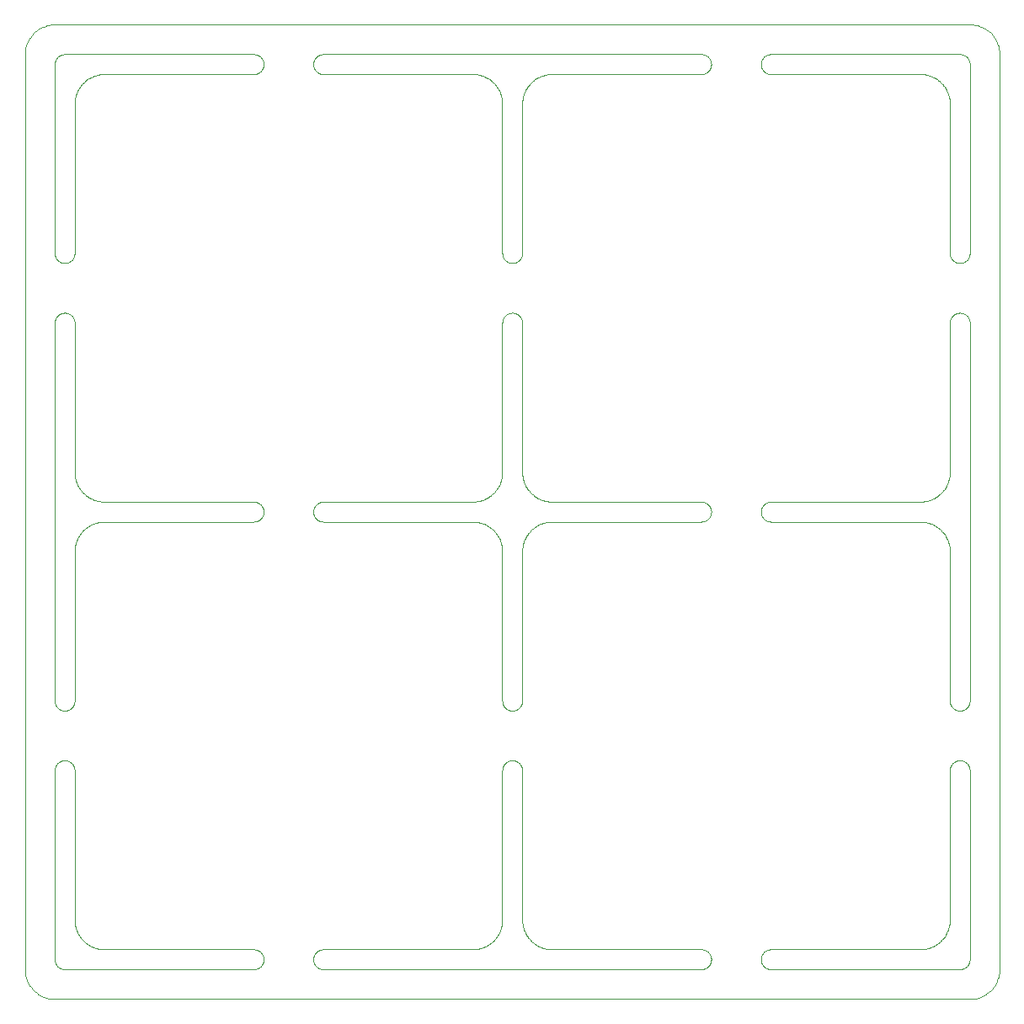
<source format=gbr>
%TF.GenerationSoftware,KiCad,Pcbnew,7.0.8*%
%TF.CreationDate,2024-04-14T16:12:13+09:00*%
%TF.ProjectId,multivibrator_panel,6d756c74-6976-4696-9272-61746f725f70,rev?*%
%TF.SameCoordinates,Original*%
%TF.FileFunction,Profile,NP*%
%FSLAX46Y46*%
G04 Gerber Fmt 4.6, Leading zero omitted, Abs format (unit mm)*
G04 Created by KiCad (PCBNEW 7.0.8) date 2024-04-14 16:12:13*
%MOMM*%
%LPD*%
G01*
G04 APERTURE LIST*
%TA.AperFunction,Profile*%
%ADD10C,0.100000*%
%TD*%
G04 APERTURE END LIST*
D10*
X193976681Y-43883099D02*
X193933278Y-43904946D01*
X147724721Y-49361952D02*
X147756460Y-49325158D01*
X173789966Y-23289966D02*
X173825158Y-23256460D01*
X107208874Y-25014452D02*
X107184179Y-25016963D01*
X196629394Y-117112406D02*
X196629562Y-117112227D01*
X174441423Y-23001195D02*
X174490122Y-23000000D01*
X173825158Y-69743539D02*
X173789966Y-69710033D01*
X191557686Y-25817301D02*
X191557500Y-25817128D01*
X174156480Y-23057874D02*
X174202619Y-23042631D01*
X105232218Y-26036482D02*
X105232050Y-26036672D01*
X144493666Y-68000000D02*
X144493792Y-67999999D01*
X150215719Y-111944299D02*
X150215882Y-111944493D01*
X190966823Y-70383386D02*
X190966603Y-70383261D01*
X99629398Y-115870530D02*
X99629541Y-115871000D01*
X167888855Y-114924637D02*
X167843519Y-114942125D01*
X146879672Y-71173690D02*
X146864479Y-71154062D01*
X190386152Y-67865830D02*
X190409836Y-67858399D01*
X191864321Y-111846136D02*
X191864479Y-111845937D01*
X192529671Y-43250549D02*
X192519025Y-43203138D01*
X105317128Y-112057500D02*
X105317301Y-112057686D01*
X194457368Y-43297380D02*
X194442125Y-43343519D01*
X122607036Y-24995229D02*
X122558576Y-24998804D01*
X102519025Y-49796861D02*
X102529671Y-49749450D01*
X197151010Y-116403096D02*
X197266391Y-116159144D01*
X149801405Y-66309899D02*
X149812337Y-66332185D01*
X149641679Y-110910076D02*
X149682646Y-111029928D01*
X123210033Y-113289966D02*
X123243539Y-113325158D01*
X123498804Y-68941423D02*
X123500000Y-68990122D01*
X148797380Y-43957368D02*
X148750549Y-43970328D01*
X105135520Y-111845937D02*
X105135678Y-111846136D01*
X147557874Y-94656480D02*
X147575362Y-94611144D01*
X122933278Y-23095053D02*
X122976681Y-23116900D01*
X189639283Y-25003529D02*
X189506331Y-25000160D01*
X104424637Y-43388855D02*
X104404946Y-43433278D01*
X100189210Y-21087726D02*
X100189047Y-21087910D01*
X147500000Y-64993666D02*
X147500000Y-49990122D01*
X101363274Y-20224312D02*
X101352292Y-20228548D01*
X167509877Y-70000000D02*
X152506333Y-70000000D01*
X104099740Y-43805173D02*
X104060012Y-43833152D01*
X192495203Y-110164326D02*
X192496460Y-110139536D01*
X104559223Y-27408325D02*
X104559175Y-27408574D01*
X149641679Y-72089923D02*
X149641600Y-72090163D01*
X103111144Y-88924637D02*
X103066721Y-88904946D01*
X146864321Y-26153863D02*
X146784280Y-26055700D01*
X104489281Y-94844737D02*
X104495229Y-94892963D01*
X190116236Y-67935726D02*
X190239617Y-67907095D01*
X194489281Y-49844737D02*
X194495229Y-49892963D01*
X145091674Y-112940776D02*
X145115988Y-112935780D01*
X101915029Y-20057894D02*
X101914547Y-20057990D01*
X128724721Y-68361952D02*
X128756460Y-68325158D01*
X104682646Y-26970071D02*
X104641679Y-27089923D01*
X128542631Y-113702619D02*
X128557874Y-113656480D01*
X99999281Y-116656184D02*
X99999410Y-116656393D01*
X106590163Y-70141600D02*
X106589923Y-70141679D01*
X192616900Y-43476681D02*
X192595053Y-43433278D01*
X147485547Y-27708874D02*
X147483036Y-27684179D01*
X150673893Y-112379825D02*
X150775984Y-112454792D01*
X190694347Y-112751687D02*
X190694578Y-112751584D01*
X128616900Y-69476681D02*
X128595053Y-69433278D01*
X144790873Y-25014430D02*
X144664579Y-25004812D01*
X148392963Y-49004770D02*
X148441423Y-49001195D01*
X104871214Y-66444900D02*
X104883261Y-66466603D01*
X167509877Y-25000000D02*
X152506333Y-25000000D01*
X192496470Y-65139283D02*
X192499839Y-65006331D01*
X103888855Y-94075362D02*
X103933278Y-94095053D01*
X192440776Y-72408325D02*
X192435780Y-72384011D01*
X128529671Y-23749450D02*
X128542631Y-23702619D01*
X102724721Y-43638047D02*
X102694826Y-43599740D01*
X145809671Y-112698702D02*
X145809899Y-112698594D01*
X192485569Y-65290873D02*
X192495187Y-65164579D01*
X192308557Y-66053680D02*
X192308648Y-66053443D01*
X106033176Y-112616613D02*
X106033396Y-112616738D01*
X145529928Y-112817353D02*
X145530166Y-112817268D01*
X192499841Y-72993794D02*
X192499839Y-72993668D01*
X196826193Y-116893517D02*
X196826342Y-116893322D01*
X151190100Y-25301405D02*
X151167814Y-25312337D01*
X104500000Y-64993792D02*
X104500158Y-65006205D01*
X194404946Y-88433278D02*
X194383099Y-88476681D01*
X151033176Y-112616613D02*
X151033396Y-112616738D01*
X149489281Y-49844737D02*
X149495229Y-49892963D01*
X152360716Y-70003529D02*
X152360463Y-70003539D01*
X192251687Y-111194347D02*
X192261475Y-111171537D01*
X194359148Y-43518960D02*
X194333152Y-43560012D01*
X151735862Y-25099253D02*
X151614090Y-25134097D01*
X128575362Y-68611144D02*
X128595053Y-68566721D01*
X129249450Y-69970328D02*
X129202619Y-69957368D01*
X149514430Y-27709126D02*
X149504812Y-27835420D01*
X128504770Y-113892963D02*
X128510718Y-113844737D01*
X101640813Y-20126259D02*
X101629469Y-20129398D01*
X101926868Y-117944156D02*
X102193808Y-117983753D01*
X149961038Y-71402530D02*
X149960901Y-71402743D01*
X191682871Y-112057500D02*
X191767781Y-111963517D01*
X129156480Y-113057874D02*
X129202619Y-113042631D01*
X194498804Y-94941423D02*
X194500000Y-94990122D01*
X146097256Y-67539098D02*
X146097469Y-67538961D01*
X150902743Y-70460901D02*
X150902530Y-70461038D01*
X148797380Y-94042631D02*
X148843519Y-94057874D01*
X192407034Y-110739863D02*
X192407095Y-110739617D01*
X149883261Y-111466603D02*
X149883386Y-111466823D01*
X192499839Y-110006331D02*
X192499841Y-110006205D01*
X146665420Y-112075858D02*
X146665597Y-112075677D01*
X191444299Y-112284280D02*
X191444493Y-112284117D01*
X194480974Y-43203138D02*
X194470328Y-43250549D01*
X99500000Y-114987727D02*
X99500003Y-114987972D01*
X145809899Y-112698594D02*
X145832185Y-112687662D01*
X106884011Y-67935780D02*
X106908325Y-67940776D01*
X106033176Y-70383386D02*
X105924025Y-70447640D01*
X189664326Y-25004796D02*
X189639536Y-25003539D01*
X104504796Y-27835673D02*
X104503539Y-27860463D01*
X100005980Y-21333254D02*
X100005707Y-21333662D01*
X146345937Y-70635520D02*
X146326309Y-70620327D01*
X151446556Y-70191351D02*
X151446319Y-70191442D01*
X104960901Y-66597256D02*
X104961038Y-66597469D01*
X105442499Y-70817128D02*
X105442313Y-70817301D01*
X193607036Y-94004770D02*
X193655262Y-94010718D01*
X191203436Y-67469119D02*
X191223809Y-67454939D01*
X103509877Y-94000000D02*
X103558576Y-94001195D01*
X149871094Y-71555322D02*
X149812451Y-71667588D01*
X197370601Y-22129469D02*
X197370458Y-22128999D01*
X167607036Y-24995229D02*
X167558576Y-24998804D01*
X101085736Y-20354620D02*
X101075495Y-20360421D01*
X192640851Y-94481039D02*
X192666847Y-94439987D01*
X105902530Y-25461038D02*
X105796773Y-25530738D01*
X144815820Y-70016963D02*
X144791125Y-70014452D01*
X123495229Y-24107036D02*
X123489281Y-24155262D01*
X197139578Y-116424504D02*
X197145379Y-116414263D01*
X105902530Y-67538961D02*
X105902743Y-67539098D01*
X173900259Y-114805173D02*
X173861952Y-114775278D01*
X147187548Y-111332411D02*
X147187662Y-111332185D01*
X152058032Y-25033029D02*
X152033496Y-25036788D01*
X128519025Y-23796861D02*
X128529671Y-23749450D01*
X146954939Y-66723809D02*
X146969119Y-66703436D01*
X105673893Y-70620174D02*
X105673690Y-70620327D01*
X193607036Y-23004770D02*
X193655262Y-23010718D01*
X99557990Y-115585452D02*
X99560569Y-115596936D01*
X99555882Y-115573373D02*
X99557894Y-115584970D01*
X168018960Y-68140851D02*
X168060012Y-68166847D01*
X99514724Y-115293777D02*
X99514772Y-115294265D01*
X191557500Y-70817128D02*
X191463517Y-70732218D01*
X174202619Y-69957368D02*
X174156480Y-69942125D01*
X104883261Y-111466603D02*
X104883386Y-111466823D01*
X128694826Y-68400259D02*
X128724721Y-68361952D01*
X104533029Y-65441967D02*
X104536788Y-65466503D01*
X104536788Y-27533496D02*
X104533029Y-27558032D01*
X103750549Y-49029671D02*
X103797380Y-49042631D01*
X194275278Y-94361952D02*
X194305173Y-94400259D01*
X150317301Y-67057686D02*
X150334402Y-67075677D01*
X150334402Y-67075677D02*
X150334579Y-67075858D01*
X173939987Y-68166847D02*
X173981039Y-68140851D01*
X129441423Y-113001195D02*
X129490122Y-113000000D01*
X122976681Y-68116900D02*
X123018960Y-68140851D01*
X122933278Y-68095053D02*
X122976681Y-68116900D01*
X190553680Y-67808557D02*
X190671303Y-67761572D01*
X192365902Y-110885909D02*
X192400746Y-110764137D01*
X174392963Y-114995229D02*
X174344737Y-114989281D01*
X193750549Y-43970328D02*
X193703138Y-43980974D01*
X189815820Y-25016963D02*
X189791125Y-25014452D01*
X149599187Y-27236107D02*
X149592965Y-27260136D01*
X196393322Y-117326342D02*
X196393517Y-117326193D01*
X194275278Y-114638047D02*
X194243539Y-114674841D01*
X123018960Y-113140851D02*
X123060012Y-113166847D01*
X147900259Y-43805173D02*
X147861952Y-43775278D01*
X190530166Y-67817268D02*
X190553443Y-67808648D01*
X191665597Y-25924322D02*
X191665420Y-25924141D01*
X151908325Y-112940776D02*
X151908574Y-112940824D01*
X193023318Y-88883099D02*
X192981039Y-88859148D01*
X100587910Y-20689047D02*
X100587726Y-20689210D01*
X102900259Y-49194826D02*
X102939987Y-49166847D01*
X148344737Y-94010718D02*
X148392963Y-94004770D01*
X148750549Y-88970328D02*
X148703138Y-88980974D01*
X129392963Y-68004770D02*
X129441423Y-68001195D01*
X167976681Y-68116900D02*
X168018960Y-68140851D01*
X144664326Y-70004796D02*
X144639536Y-70003539D01*
X194174841Y-94256460D02*
X194210033Y-94289966D01*
X102510718Y-49844737D02*
X102519025Y-49796861D01*
X193392963Y-43995229D02*
X193344737Y-43989281D01*
X195924716Y-20360545D02*
X195924504Y-20360421D01*
X151446556Y-25191351D02*
X151446319Y-25191442D01*
X173981039Y-68140851D02*
X174023318Y-68116900D01*
X191203436Y-112469119D02*
X191223809Y-112454939D01*
X104383099Y-43476681D02*
X104359148Y-43518960D01*
X149305173Y-88599740D02*
X149275278Y-88638047D01*
X103490122Y-23000000D02*
X122509877Y-23000000D01*
X190409836Y-67858399D02*
X190410076Y-67858320D01*
X173519025Y-24203138D02*
X173510718Y-24155262D01*
X189941967Y-67966970D02*
X189966503Y-67963211D01*
X123495229Y-113892963D02*
X123498804Y-113941423D01*
X192694826Y-43599740D02*
X192666847Y-43560012D01*
X103655262Y-43989281D02*
X103607036Y-43995229D01*
X192466970Y-65441967D02*
X192467005Y-65441716D01*
X149210033Y-49289966D02*
X149243539Y-49325158D01*
X123424637Y-114388855D02*
X123404946Y-114433278D01*
X192317353Y-66029928D02*
X192358320Y-65910076D01*
X101352292Y-117771451D02*
X101363274Y-117775687D01*
X103344737Y-43989281D02*
X103296861Y-43980974D01*
X192358399Y-27090163D02*
X192358320Y-27089923D01*
X150424141Y-112165420D02*
X150424322Y-112165597D01*
X190671303Y-70238427D02*
X190553680Y-70191442D01*
X151589923Y-25141679D02*
X151470071Y-25182646D01*
X151614090Y-70134097D02*
X151613847Y-70134169D01*
X104748415Y-66194578D02*
X104801297Y-66309671D01*
X192251584Y-66194578D02*
X192251687Y-66194347D01*
X144966753Y-112963170D02*
X145091425Y-112940824D01*
X191326309Y-112379672D02*
X191345937Y-112364479D01*
X194359148Y-94481039D02*
X194383099Y-94523318D01*
X194404946Y-94566721D02*
X194424637Y-94611144D01*
X148888855Y-88924637D02*
X148843519Y-88942125D01*
X194359148Y-88518960D02*
X194333152Y-88560012D01*
X104801405Y-111309899D02*
X104812337Y-111332185D01*
X192861952Y-94224721D02*
X192900259Y-94194826D01*
X191864321Y-71153863D02*
X191784280Y-71055700D01*
X102557874Y-94656480D02*
X102575362Y-94611144D01*
X102557874Y-43343519D02*
X102542631Y-43297380D01*
X151305421Y-112751584D02*
X151305652Y-112751687D01*
X191463517Y-70732218D02*
X191463327Y-70732050D01*
X102939987Y-88833152D02*
X102900259Y-88805173D01*
X105442499Y-112182871D02*
X105536482Y-112267781D01*
X100005707Y-21333662D02*
X99999410Y-21343606D01*
X152335673Y-70004796D02*
X152335420Y-70004812D01*
X104516963Y-65315820D02*
X104516992Y-65316071D01*
X99728736Y-116148160D02*
X99733506Y-116158921D01*
X167750549Y-23029671D02*
X167797380Y-23042631D01*
X149099740Y-94194826D02*
X149138047Y-94224721D01*
X197366766Y-22117822D02*
X197366686Y-22117590D01*
X149305173Y-43599740D02*
X149275278Y-43638047D01*
X189493792Y-67999999D02*
X189506205Y-67999841D01*
X104500000Y-28006207D02*
X104500000Y-28006333D01*
X167607036Y-69995229D02*
X167558576Y-69998804D01*
X190694347Y-67751687D02*
X190694578Y-67751584D01*
X150536482Y-25732218D02*
X150442499Y-25817128D01*
X107360716Y-67996470D02*
X107493668Y-67999839D01*
X150796563Y-112469119D02*
X150796773Y-112469261D01*
X147463211Y-110466503D02*
X147466970Y-110441967D01*
X100606677Y-117326342D02*
X100823431Y-117487098D01*
X196412089Y-117310952D02*
X196412273Y-117310789D01*
X104599253Y-65764137D02*
X104634097Y-65885909D01*
X147317353Y-26970071D02*
X147317268Y-26969833D01*
X105120327Y-111826309D02*
X105135520Y-111845937D01*
X101903063Y-117939430D02*
X101914547Y-117942009D01*
X195359186Y-20126259D02*
X195358949Y-20126197D01*
X192529671Y-88250549D02*
X192519025Y-88203138D01*
X100823630Y-117487241D02*
X100833254Y-117494019D01*
X147789966Y-43710033D02*
X147756460Y-43674841D01*
X150135678Y-71153863D02*
X150135520Y-71154062D01*
X102575362Y-43388855D02*
X102557874Y-43343519D01*
X192616900Y-49523318D02*
X192640851Y-49481039D01*
X150555506Y-70715882D02*
X150536672Y-70732050D01*
X173500000Y-114009877D02*
X173500000Y-113990122D01*
X146463327Y-25732050D02*
X146444493Y-25715882D01*
X197439373Y-115597175D02*
X197439430Y-115596936D01*
X173640851Y-68481039D02*
X173666847Y-68439987D01*
X101351839Y-20228736D02*
X101341078Y-20233506D01*
X149592965Y-27260136D02*
X149592904Y-27260382D01*
X101617590Y-117866686D02*
X101617822Y-117866766D01*
X193509877Y-23000000D02*
X193558576Y-23001195D01*
X197483753Y-115306191D02*
X197483786Y-115305947D01*
X192039098Y-71402743D02*
X192038961Y-71402530D01*
X104564273Y-27383763D02*
X104564219Y-27384011D01*
X105902743Y-25460901D02*
X105902530Y-25461038D01*
X103249450Y-94029671D02*
X103296861Y-94019025D01*
X128529671Y-69250549D02*
X128519025Y-69203138D01*
X102694826Y-114599740D02*
X102666847Y-114560012D01*
X105673690Y-25620327D02*
X105654062Y-25635520D01*
X149871094Y-66444677D02*
X149871214Y-66444900D01*
X107058283Y-67967005D02*
X107183928Y-67983007D01*
X193249450Y-49029671D02*
X193296861Y-49019025D01*
X194275278Y-49361952D02*
X194305173Y-49400259D01*
X192308648Y-111053443D02*
X192317268Y-111030166D01*
X191665420Y-70924141D02*
X191575858Y-70834579D01*
X192861952Y-49224721D02*
X192900259Y-49194826D01*
X123489281Y-24155262D02*
X123480974Y-24203138D01*
X123500000Y-69009877D02*
X123498804Y-69058576D01*
X147825158Y-49256460D02*
X147861952Y-49224721D01*
X195648160Y-20228736D02*
X195647707Y-20228548D01*
X147499999Y-28006207D02*
X147499841Y-27993794D01*
X102575362Y-94611144D02*
X102595053Y-94566721D01*
X168305173Y-113400259D02*
X168333152Y-113439987D01*
X123495229Y-68892963D02*
X123498804Y-68941423D01*
X149801405Y-71690100D02*
X149801297Y-71690328D01*
X192939987Y-49166847D02*
X192981039Y-49140851D01*
X189664326Y-70004796D02*
X189639536Y-70003539D01*
X101363504Y-20224226D02*
X101363274Y-20224312D01*
X174066721Y-24904946D02*
X174023318Y-24883099D01*
X193441423Y-43998804D02*
X193392963Y-43995229D01*
X123359148Y-114518960D02*
X123333152Y-114560012D01*
X151033396Y-25383261D02*
X151033176Y-25383386D01*
X122797380Y-23042631D02*
X122843519Y-23057874D01*
X104359148Y-49481039D02*
X104383099Y-49523318D01*
X191575858Y-67165420D02*
X191665420Y-67075858D01*
X147358399Y-110909836D02*
X147365830Y-110886152D01*
X104018960Y-88859148D02*
X103976681Y-88883099D01*
X193023318Y-43883099D02*
X192981039Y-43859148D01*
X104516992Y-65316071D02*
X104532994Y-65441716D01*
X123457368Y-113702619D02*
X123470328Y-113749450D01*
X152335673Y-67995203D02*
X152360463Y-67996460D01*
X102666847Y-23439987D02*
X102694826Y-23400259D01*
X195924716Y-117639454D02*
X196156184Y-117500718D01*
X106470071Y-67817353D02*
X106589923Y-67858320D01*
X107360716Y-112996470D02*
X107493668Y-112999839D01*
X197370601Y-115870530D02*
X197373740Y-115859186D01*
X168495229Y-69107036D02*
X168489281Y-69155262D01*
X152033246Y-67963170D02*
X152033496Y-67963211D01*
X148933278Y-43904946D02*
X148888855Y-43924637D01*
X123305173Y-24599740D02*
X123275278Y-24638047D01*
X192463211Y-110466503D02*
X192466970Y-110441967D01*
X190809899Y-67698594D02*
X190832185Y-67687662D01*
X189664579Y-70004812D02*
X189664326Y-70004796D01*
X107033496Y-70036788D02*
X107033246Y-70036829D01*
X147052228Y-26423808D02*
X147039098Y-26402743D01*
X192542631Y-49702619D02*
X192557874Y-49656480D01*
X147128785Y-71555099D02*
X147116738Y-71533396D01*
X147463170Y-65466753D02*
X147463211Y-65466503D01*
X147504770Y-49892963D02*
X147510718Y-49844737D01*
X150120327Y-26173690D02*
X150120174Y-26173893D01*
X149516963Y-65315820D02*
X149516992Y-65316071D01*
X146097256Y-70460901D02*
X146076191Y-70447771D01*
X128825158Y-23256460D02*
X128861952Y-23224721D01*
X122655262Y-24989281D02*
X122607036Y-24995229D01*
X194060012Y-114833152D02*
X194018960Y-114859148D01*
X150120327Y-111826309D02*
X150135520Y-111845937D01*
X146326106Y-25620174D02*
X146224015Y-25545207D01*
X144791125Y-112985547D02*
X144815820Y-112983036D01*
X128756460Y-69674841D02*
X128724721Y-69638047D01*
X192261572Y-71828696D02*
X192261475Y-71828462D01*
X100173657Y-21106677D02*
X100012901Y-21323431D01*
X191463517Y-112267781D02*
X191557500Y-112182871D01*
X192261475Y-26828462D02*
X192251687Y-26805652D01*
X193558576Y-23001195D02*
X193607036Y-23004770D01*
X149947640Y-71424025D02*
X149883386Y-71533176D01*
X192317268Y-71969833D02*
X192308648Y-71946556D01*
X106760136Y-70092965D02*
X106736107Y-70099187D01*
X192666847Y-88560012D02*
X192640851Y-88518960D01*
X145966823Y-67616613D02*
X146075974Y-67552359D01*
X128981039Y-113140851D02*
X129023318Y-113116900D01*
X148843519Y-43942125D02*
X148797380Y-43957368D01*
X101086169Y-117645611D02*
X101096683Y-117650903D01*
X105442499Y-67182871D02*
X105536482Y-67267781D01*
X123457368Y-68702619D02*
X123470328Y-68749450D01*
X104305173Y-94400259D02*
X104333152Y-94439987D01*
X191665597Y-70924322D02*
X191665420Y-70924141D01*
X145832411Y-25312451D02*
X145832185Y-25312337D01*
X104018960Y-49140851D02*
X104060012Y-49166847D01*
X151033396Y-70383261D02*
X151033176Y-70383386D01*
X150673690Y-25620327D02*
X150654062Y-25635520D01*
X147463211Y-72533496D02*
X147463170Y-72533246D01*
X149383099Y-43476681D02*
X149359148Y-43518960D01*
X99514724Y-22706222D02*
X99513858Y-22717961D01*
X192496470Y-72860716D02*
X192496460Y-72860463D01*
X105045060Y-26276190D02*
X105030880Y-26296563D01*
X146575677Y-112165597D02*
X146575858Y-112165420D01*
X149748312Y-26805652D02*
X149738524Y-26828462D01*
X107058283Y-112967005D02*
X107183928Y-112983007D01*
X145809671Y-67698702D02*
X145809899Y-67698594D01*
X150334579Y-112075858D02*
X150424141Y-112165420D01*
X192128905Y-111444677D02*
X192187548Y-111332411D01*
X168305173Y-68400259D02*
X168333152Y-68439987D01*
X147358399Y-27090163D02*
X147358320Y-27089923D01*
X167607036Y-114995229D02*
X167558576Y-114998804D01*
X123480974Y-23796861D02*
X123489281Y-23844737D01*
X107033246Y-25036829D02*
X106908574Y-25059175D01*
X122933278Y-114904946D02*
X122888855Y-114924637D01*
X146444493Y-67284117D02*
X146463327Y-67267949D01*
X197439373Y-22402824D02*
X197373802Y-22141050D01*
X168359148Y-113481039D02*
X168383099Y-113523318D01*
X106446556Y-67808648D02*
X106469833Y-67817268D01*
X145410076Y-67858320D02*
X145529928Y-67817353D01*
X195084970Y-117942105D02*
X195085452Y-117942009D01*
X106883763Y-67935726D02*
X106884011Y-67935780D01*
X99514772Y-115294265D02*
X99516213Y-115305947D01*
X189941967Y-25033029D02*
X189941716Y-25032994D01*
X146346136Y-67364321D02*
X146444299Y-67284280D01*
X149634169Y-72113847D02*
X149634097Y-72114090D01*
X99724226Y-21863504D02*
X99633313Y-22117590D01*
X102575362Y-114388855D02*
X102557874Y-114343519D01*
X149801297Y-26690328D02*
X149748415Y-26805421D01*
X106908325Y-112940776D02*
X106908574Y-112940824D01*
X196403176Y-117318640D02*
X196412089Y-117310952D01*
X147616900Y-49523318D02*
X147640851Y-49481039D01*
X168495229Y-114107036D02*
X168489281Y-114155262D01*
X107506333Y-25000000D02*
X107506207Y-25000000D01*
X147542631Y-94702619D02*
X147557874Y-94656480D01*
X105775984Y-112454792D02*
X105776190Y-112454939D01*
X167750549Y-69970328D02*
X167703138Y-69980974D01*
X193156480Y-43942125D02*
X193111144Y-43924637D01*
X105232218Y-66963517D02*
X105317128Y-67057500D01*
X149691442Y-26946319D02*
X149691351Y-26946556D01*
X147519025Y-49796861D02*
X147529671Y-49749450D01*
X194424637Y-49611144D02*
X194442125Y-49656480D01*
X167607036Y-68004770D02*
X167655262Y-68010718D01*
X173501195Y-23941423D02*
X173504770Y-23892963D01*
X147365902Y-110885909D02*
X147400746Y-110764137D01*
X122843519Y-114942125D02*
X122797380Y-114957368D01*
X128557874Y-24343519D02*
X128542631Y-24297380D01*
X147187662Y-66332185D02*
X147198594Y-66309899D01*
X149682646Y-111029928D02*
X149682731Y-111030166D01*
X191075974Y-25447640D02*
X190966823Y-25383386D01*
X191879825Y-111826106D02*
X191954792Y-111724015D01*
X147317268Y-71969833D02*
X147308648Y-71946556D01*
X192939987Y-43833152D02*
X192900259Y-43805173D01*
X100370437Y-20887772D02*
X100189210Y-21087726D01*
X151908325Y-25059223D02*
X151884011Y-25064219D01*
X146665597Y-70924322D02*
X146665420Y-70924141D01*
X149599187Y-72236107D02*
X149592965Y-72260136D01*
X149503529Y-110139283D02*
X149503539Y-110139536D01*
X193392963Y-49004770D02*
X193441423Y-49001195D01*
X104424637Y-49611144D02*
X104442125Y-49656480D01*
X145671303Y-67761572D02*
X145671537Y-67761475D01*
X123359148Y-24518960D02*
X123333152Y-24560012D01*
X102512027Y-20000003D02*
X102487987Y-20000593D01*
X192495203Y-72835673D02*
X192495187Y-72835420D01*
X168457368Y-113702619D02*
X168470328Y-113749450D01*
X145553443Y-25191351D02*
X145530166Y-25182731D01*
X101903063Y-20060569D02*
X101902824Y-20060626D01*
X147463170Y-110466753D02*
X147463211Y-110466503D01*
X147485547Y-65291125D02*
X147485569Y-65290873D01*
X150796563Y-70530880D02*
X150776190Y-70545060D01*
X101915029Y-117942105D02*
X101926626Y-117944117D01*
X104961038Y-26402530D02*
X104960901Y-26402743D01*
X102205734Y-20014772D02*
X102194052Y-20016213D01*
X150796773Y-25530738D02*
X150796563Y-25530880D01*
X192557874Y-94656480D02*
X192575362Y-94611144D01*
X194489281Y-114155262D02*
X194480974Y-114203138D01*
X194174841Y-43743539D02*
X194138047Y-43775278D01*
X190809899Y-25301405D02*
X190809671Y-25301297D01*
X189816071Y-70016992D02*
X189815820Y-70016963D01*
X167558576Y-24998804D02*
X167509877Y-25000000D01*
X104500160Y-110006331D02*
X104503529Y-110139283D01*
X122843519Y-113057874D02*
X122888855Y-113075362D01*
X100012901Y-21323431D02*
X100012758Y-21323630D01*
X106908574Y-67940824D02*
X107033246Y-67963170D01*
X145386152Y-70134169D02*
X145385909Y-70134097D01*
X193933278Y-94095053D02*
X193976681Y-94116900D01*
X100833662Y-20505707D02*
X100833254Y-20505980D01*
X191879825Y-26173893D02*
X191879672Y-26173690D01*
X167750549Y-114970328D02*
X167703138Y-114980974D01*
X195382409Y-20133313D02*
X195382177Y-20133233D01*
X192501195Y-88058576D02*
X192500000Y-88009877D01*
X128557874Y-69343519D02*
X128542631Y-69297380D01*
X191864479Y-26154062D02*
X191864321Y-26153863D01*
X147694826Y-43599740D02*
X147666847Y-43560012D01*
X147501195Y-43058576D02*
X147500000Y-43009877D01*
X104738427Y-71828696D02*
X104691442Y-71946319D01*
X99626197Y-115858949D02*
X99626259Y-115859186D01*
X104514452Y-110291125D02*
X104516963Y-110315820D01*
X197444117Y-22426626D02*
X197442105Y-22415029D01*
X193344737Y-94010718D02*
X193392963Y-94004770D01*
X103976681Y-94116900D02*
X104018960Y-94140851D01*
X102640851Y-23481039D02*
X102666847Y-23439987D01*
X192039098Y-26402743D02*
X192038961Y-26402530D01*
X122750549Y-113029671D02*
X122797380Y-113042631D01*
X190239863Y-67907034D02*
X190263892Y-67900812D01*
X192400812Y-65763892D02*
X192407034Y-65739863D01*
X150902530Y-70461038D02*
X150796773Y-70530738D01*
X106590163Y-25141600D02*
X106589923Y-25141679D01*
X149500000Y-64993792D02*
X149500158Y-65006205D01*
X149500000Y-109993792D02*
X149500158Y-110006205D01*
X147529671Y-88250549D02*
X147519025Y-88203138D01*
X151884011Y-25064219D02*
X151883763Y-25064273D01*
X192595053Y-88433278D02*
X192575362Y-88388855D01*
X106735862Y-112900746D02*
X106736107Y-112900812D01*
X102900259Y-23194826D02*
X102939987Y-23166847D01*
X196987241Y-116676369D02*
X196994019Y-116666745D01*
X151736107Y-112900812D02*
X151760136Y-112907034D01*
X103296861Y-114980974D02*
X103249450Y-114970328D01*
X104883261Y-71533396D02*
X104871214Y-71555099D01*
X104532994Y-27558283D02*
X104516992Y-27683928D01*
X152493668Y-112999839D02*
X152493794Y-112999841D01*
X148202619Y-88957368D02*
X148156480Y-88942125D01*
X193156480Y-49057874D02*
X193202619Y-49042631D01*
X168060012Y-69833152D02*
X168018960Y-69859148D01*
X128756460Y-114674841D02*
X128724721Y-114638047D01*
X194457368Y-23702619D02*
X194470328Y-23749450D01*
X129111144Y-68075362D02*
X129156480Y-68057874D01*
X106167814Y-67687662D02*
X106190100Y-67698594D01*
X101617822Y-117866766D02*
X101628999Y-117870458D01*
X151305421Y-67751584D02*
X151305652Y-67751687D01*
X149592904Y-27260382D02*
X149564273Y-27383763D01*
X122558576Y-24998804D02*
X122509877Y-25000000D01*
X192496460Y-72860463D02*
X192495203Y-72835673D01*
X104559175Y-110591425D02*
X104559223Y-110591674D01*
X102640851Y-88518960D02*
X102616900Y-88476681D01*
X167976681Y-23116900D02*
X168018960Y-23140851D01*
X147198702Y-71690328D02*
X147198594Y-71690100D01*
X192595053Y-43433278D02*
X192575362Y-43388855D01*
X173825158Y-24743539D02*
X173789966Y-24710033D01*
X196826342Y-21106677D02*
X196826193Y-21106482D01*
X167797380Y-114957368D02*
X167750549Y-114970328D01*
X122655262Y-69989281D02*
X122607036Y-69995229D01*
X146954792Y-71275984D02*
X146879825Y-71173893D01*
X144493792Y-112999999D02*
X144506205Y-112999841D01*
X147116738Y-66466603D02*
X147128785Y-66444900D01*
X192485547Y-110291125D02*
X192485569Y-110290873D01*
X150030738Y-111703226D02*
X150030880Y-111703436D01*
X102501195Y-43058576D02*
X102500000Y-43009877D01*
X152493794Y-25000158D02*
X152493668Y-25000160D01*
X195097175Y-117939373D02*
X195358949Y-117873802D01*
X191557500Y-25817128D02*
X191463517Y-25732218D01*
X102575362Y-88388855D02*
X102557874Y-88343519D01*
X122558576Y-68001195D02*
X122607036Y-68004770D01*
X106190328Y-25301297D02*
X106190100Y-25301405D01*
X149533029Y-110441967D02*
X149536788Y-110466503D01*
X189941716Y-112967005D02*
X189941967Y-112966970D01*
X168442125Y-114343519D02*
X168424637Y-114388855D01*
X106735862Y-25099253D02*
X106614090Y-25134097D01*
X152335420Y-25004812D02*
X152209126Y-25014430D01*
X194424637Y-43388855D02*
X194404946Y-43433278D01*
X168424637Y-24388855D02*
X168404946Y-24433278D01*
X146097469Y-112538961D02*
X146203226Y-112469261D01*
X106470071Y-25182646D02*
X106469833Y-25182731D01*
X144791125Y-67985547D02*
X144815820Y-67983036D01*
X147789966Y-88710033D02*
X147756460Y-88674841D01*
X105334579Y-25924141D02*
X105334402Y-25924322D01*
X192981039Y-88859148D02*
X192939987Y-88833152D01*
X147496470Y-27860716D02*
X147496460Y-27860463D01*
X194489281Y-23844737D02*
X194495229Y-23892963D01*
X123243539Y-113325158D02*
X123275278Y-113361952D01*
X146864321Y-111846136D02*
X146864479Y-111845937D01*
X145832185Y-70312337D02*
X145809899Y-70301405D01*
X146076191Y-112552228D02*
X146097256Y-112539098D01*
X145239617Y-67907095D02*
X145239863Y-67907034D01*
X145553443Y-67808648D02*
X145553680Y-67808557D01*
X147495203Y-72835673D02*
X147495187Y-72835420D01*
X150232218Y-26036482D02*
X150232050Y-26036672D01*
X193509877Y-44000000D02*
X193490122Y-44000000D01*
X145966823Y-70383386D02*
X145966603Y-70383261D01*
X190944677Y-67628905D02*
X190944900Y-67628785D01*
X148655262Y-88989281D02*
X148607036Y-88995229D01*
X128939987Y-68166847D02*
X128981039Y-68140851D01*
X128616900Y-114476681D02*
X128595053Y-114433278D01*
X106055322Y-67628905D02*
X106167588Y-67687548D01*
X128756460Y-68325158D02*
X128789966Y-68289966D01*
X168498804Y-68941423D02*
X168500000Y-68990122D01*
X168333152Y-113439987D02*
X168359148Y-113481039D01*
X147666847Y-43560012D02*
X147640851Y-43518960D01*
X129111144Y-113075362D02*
X129156480Y-113057874D01*
X123099740Y-113194826D02*
X123138047Y-113224721D01*
X194210033Y-114710033D02*
X194174841Y-114743539D01*
X191326106Y-70620174D02*
X191224015Y-70545207D01*
X196176369Y-117487241D02*
X196176568Y-117487098D01*
X194495229Y-114107036D02*
X194489281Y-114155262D01*
X191954792Y-26275984D02*
X191879825Y-26173893D01*
X145239863Y-112907034D02*
X145263892Y-112900812D01*
X168174841Y-23256460D02*
X168210033Y-23289966D01*
X102501195Y-114058576D02*
X102500000Y-114009877D01*
X194174841Y-88743539D02*
X194138047Y-88775278D01*
X102510718Y-88155262D02*
X102504770Y-88107036D01*
X148156480Y-43942125D02*
X148111144Y-43924637D01*
X151190328Y-70301297D02*
X151190100Y-70301405D01*
X147128905Y-66444677D02*
X147187548Y-66332411D01*
X173501195Y-68941423D02*
X173504770Y-68892963D01*
X195085452Y-20057990D02*
X195084970Y-20057894D01*
X147052228Y-71423808D02*
X147039098Y-71402743D01*
X193888855Y-94075362D02*
X193933278Y-94095053D01*
X99513843Y-22718206D02*
X99500602Y-22987742D01*
X191969261Y-26296773D02*
X191969119Y-26296563D01*
X122655262Y-114989281D02*
X122607036Y-114995229D01*
X128640851Y-113481039D02*
X128666847Y-113439987D01*
X150317128Y-112057500D02*
X150317301Y-112057686D01*
X103066721Y-88904946D02*
X103023318Y-88883099D01*
X192198594Y-111309899D02*
X192198702Y-111309671D01*
X107506207Y-112999999D02*
X107506333Y-113000000D01*
X147595053Y-88433278D02*
X147575362Y-88388855D01*
X103750549Y-88970328D02*
X103703138Y-88980974D01*
X152058032Y-67966970D02*
X152058283Y-67967005D01*
X144941716Y-112967005D02*
X144941967Y-112966970D01*
X123489281Y-23844737D02*
X123495229Y-23892963D01*
X123470328Y-24250549D02*
X123457368Y-24297380D01*
X152208874Y-67985547D02*
X152209126Y-67985569D01*
X148750549Y-49029671D02*
X148797380Y-49042631D01*
X147485547Y-72708874D02*
X147483036Y-72684179D01*
X193797380Y-43957368D02*
X193750549Y-43970328D01*
X128504770Y-114107036D02*
X128501195Y-114058576D01*
X104748312Y-111194347D02*
X104748415Y-111194578D01*
X128694826Y-24599740D02*
X128666847Y-24560012D01*
X149536829Y-72533246D02*
X149536788Y-72533496D01*
X123138047Y-114775278D02*
X123099740Y-114805173D01*
X104457368Y-43297380D02*
X104442125Y-43343519D01*
X148490122Y-94000000D02*
X148509877Y-94000000D01*
X152184179Y-25016963D02*
X152183928Y-25016992D01*
X104442125Y-94656480D02*
X104457368Y-94702619D01*
X192052228Y-26423808D02*
X192039098Y-26402743D01*
X190832411Y-112687548D02*
X190944677Y-112628905D01*
X149564219Y-72384011D02*
X149559223Y-72408325D01*
X147496470Y-65139283D02*
X147499839Y-65006331D01*
X122655262Y-113010718D02*
X122703138Y-113019025D01*
X195658921Y-117766493D02*
X195659144Y-117766391D01*
X105536672Y-112267949D02*
X105555506Y-112284117D01*
X192500000Y-88009877D02*
X192500000Y-73006333D01*
X146784280Y-111944299D02*
X146864321Y-111846136D01*
X123099740Y-114805173D02*
X123060012Y-114833152D01*
X123174841Y-113256460D02*
X123210033Y-113289966D01*
X100189047Y-21087910D02*
X100181359Y-21096823D01*
X149424637Y-43388855D02*
X149404946Y-43433278D01*
X129023318Y-23116900D02*
X129066721Y-23095053D01*
X144941967Y-25033029D02*
X144941716Y-25032994D01*
X189966753Y-112963170D02*
X190091425Y-112940824D01*
X173900259Y-23194826D02*
X173939987Y-23166847D01*
X147640851Y-88518960D02*
X147616900Y-88476681D01*
X189506205Y-70000158D02*
X189493792Y-70000000D01*
X147595053Y-49566721D02*
X147616900Y-49523318D01*
X104174841Y-43743539D02*
X104138047Y-43775278D01*
X107506207Y-67999999D02*
X107506333Y-68000000D01*
X123210033Y-69710033D02*
X123174841Y-69743539D01*
X145530166Y-25182731D02*
X145529928Y-25182646D01*
X150215882Y-26055506D02*
X150215719Y-26055700D01*
X105536672Y-67267949D02*
X105555506Y-67284117D01*
X191097256Y-112539098D02*
X191097469Y-112538961D01*
X173575362Y-114388855D02*
X173557874Y-114343519D01*
X107033246Y-67963170D02*
X107033496Y-67963211D01*
X168470328Y-114250549D02*
X168457368Y-114297380D01*
X128861952Y-24775278D02*
X128825158Y-24743539D01*
X100189047Y-116912089D02*
X100189210Y-116912273D01*
X144639283Y-70003529D02*
X144506331Y-70000160D01*
X129066721Y-113095053D02*
X129111144Y-113075362D01*
X193344737Y-88989281D02*
X193296861Y-88980974D01*
X195371000Y-117870458D02*
X195382177Y-117866766D01*
X105536672Y-25732050D02*
X105536482Y-25732218D01*
X103066721Y-94095053D02*
X103111144Y-94075362D01*
X173501195Y-113941423D02*
X173504770Y-113892963D01*
X192317268Y-66030166D02*
X192317353Y-66029928D01*
X123305173Y-114599740D02*
X123275278Y-114638047D01*
X148296861Y-43980974D02*
X148249450Y-43970328D01*
X147900259Y-94194826D02*
X147939987Y-94166847D01*
X145410076Y-25141679D02*
X145409836Y-25141600D01*
X194495229Y-23892963D02*
X194498804Y-23941423D01*
X191665597Y-67075677D02*
X191682698Y-67057686D01*
X146784117Y-71055506D02*
X146767949Y-71036672D01*
X101340855Y-20233608D02*
X101096903Y-20348989D01*
X104404946Y-43433278D02*
X104383099Y-43476681D01*
X144506331Y-70000160D02*
X144506205Y-70000158D01*
X173529671Y-69250549D02*
X173519025Y-69203138D01*
X104748312Y-66194347D02*
X104748415Y-66194578D01*
X173861952Y-113224721D02*
X173900259Y-113194826D01*
X190944900Y-112628785D02*
X190966603Y-112616738D01*
X168210033Y-24710033D02*
X168174841Y-24743539D01*
X191345937Y-25635520D02*
X191326309Y-25620327D01*
X192261475Y-71828462D02*
X192251687Y-71805652D01*
X147640851Y-94481039D02*
X147666847Y-94439987D01*
X147466970Y-72558032D02*
X147463211Y-72533496D01*
X128666847Y-68439987D02*
X128694826Y-68400259D01*
X149174841Y-49256460D02*
X149210033Y-49289966D01*
X104564273Y-110616236D02*
X104592904Y-110739617D01*
X194099740Y-114805173D02*
X194060012Y-114833152D01*
X150120174Y-111826106D02*
X150120327Y-111826309D01*
X191879672Y-111826309D02*
X191879825Y-111826106D01*
X192128905Y-26555322D02*
X192128785Y-26555099D01*
X122558576Y-114998804D02*
X122509877Y-115000000D01*
X150045060Y-71276190D02*
X150030880Y-71296563D01*
X149470328Y-49749450D02*
X149480974Y-49796861D01*
X104503539Y-27860463D02*
X104503529Y-27860716D01*
X106469833Y-67817268D02*
X106470071Y-67817353D01*
X101902824Y-117939373D02*
X101903063Y-117939430D01*
X150536672Y-67267949D02*
X150555506Y-67284117D01*
X104947771Y-26423808D02*
X104947640Y-26424025D01*
X190116236Y-25064273D02*
X190115988Y-25064219D01*
X192724721Y-94361952D02*
X192756460Y-94325158D01*
X191575677Y-70834402D02*
X191557686Y-70817301D01*
X146879825Y-26173893D02*
X146879672Y-26173690D01*
X146463517Y-112267781D02*
X146557500Y-112182871D01*
X144941716Y-70032994D02*
X144816071Y-70016992D01*
X192052228Y-71423808D02*
X192039098Y-71402743D01*
X105442313Y-70817301D02*
X105424322Y-70834402D01*
X192575362Y-88388855D02*
X192557874Y-88343519D01*
X191665420Y-67075858D02*
X191665597Y-67075677D01*
X193655262Y-94010718D02*
X193703138Y-94019025D01*
X147400746Y-27235862D02*
X147365902Y-27114090D01*
X189941967Y-70033029D02*
X189941716Y-70032994D01*
X196629394Y-20887593D02*
X196621278Y-20879068D01*
X129066721Y-24904946D02*
X129023318Y-24883099D01*
X147308648Y-66053443D02*
X147317268Y-66030166D01*
X144941716Y-25032994D02*
X144816071Y-25016992D01*
X147466970Y-27558032D02*
X147463211Y-27533496D01*
X196403176Y-20681359D02*
X196402797Y-20681048D01*
X149532994Y-65441716D02*
X149533029Y-65441967D01*
X174441423Y-68001195D02*
X174490122Y-68000000D01*
X173640851Y-23481039D02*
X173666847Y-23439987D01*
X106590163Y-112858399D02*
X106613847Y-112865830D01*
X146665597Y-25924322D02*
X146665420Y-25924141D01*
X174023318Y-69883099D02*
X173981039Y-69859148D01*
X145263892Y-70099187D02*
X145239863Y-70092965D01*
X123404946Y-113566721D02*
X123424637Y-113611144D01*
X107360716Y-25003529D02*
X107360463Y-25003539D01*
X104961038Y-71402530D02*
X104960901Y-71402743D01*
X105536482Y-25732218D02*
X105442499Y-25817128D01*
X150030880Y-111703436D02*
X150045060Y-111723809D01*
X190832185Y-67687662D02*
X190832411Y-67687548D01*
X122703138Y-114980974D02*
X122655262Y-114989281D01*
X145091425Y-25059175D02*
X144966753Y-25036829D01*
X192485569Y-110290873D02*
X192495187Y-110164579D01*
X106328462Y-67761475D02*
X106328696Y-67761572D01*
X128557874Y-23656480D02*
X128575362Y-23611144D01*
X104738524Y-66171537D02*
X104748312Y-66194347D01*
X123404946Y-23566721D02*
X123424637Y-23611144D01*
X147365830Y-27113847D02*
X147358399Y-27090163D01*
X173939987Y-113166847D02*
X173981039Y-113140851D01*
X197485227Y-22705734D02*
X197483786Y-22694052D01*
X123383099Y-113523318D02*
X123404946Y-113566721D01*
X128500000Y-68990122D02*
X128501195Y-68941423D01*
X197499397Y-22987742D02*
X197486156Y-22718206D01*
X191075974Y-67552359D02*
X191076191Y-67552228D01*
X148023318Y-43883099D02*
X147981039Y-43859148D01*
X173789966Y-113289966D02*
X173825158Y-113256460D01*
X192198702Y-111309671D02*
X192251584Y-111194578D01*
X192756460Y-94325158D02*
X192789966Y-94289966D01*
X147529671Y-94749450D02*
X147542631Y-94702619D01*
X147128785Y-26555099D02*
X147116738Y-26533396D01*
X104592965Y-65739863D02*
X104599187Y-65763892D01*
X194333152Y-88560012D02*
X194305173Y-88599740D01*
X190239617Y-112907095D02*
X190239863Y-112907034D01*
X147251584Y-71805421D02*
X147198702Y-71690328D01*
X104536788Y-110466503D02*
X104536829Y-110466753D01*
X149559175Y-110591425D02*
X149559223Y-110591674D01*
X190116236Y-112935726D02*
X190239617Y-112907095D01*
X190809671Y-112698702D02*
X190809899Y-112698594D01*
X147440824Y-65591425D02*
X147463170Y-65466753D01*
X192483036Y-72684179D02*
X192483007Y-72683928D01*
X104210033Y-49289966D02*
X104243539Y-49325158D01*
X191224015Y-70545207D02*
X191223809Y-70545060D01*
X152058032Y-70033029D02*
X152033496Y-70036788D01*
X106469833Y-112817268D02*
X106470071Y-112817353D01*
X192981039Y-43859148D02*
X192939987Y-43833152D01*
X147317268Y-26969833D02*
X147308648Y-26946556D01*
X146203436Y-70530880D02*
X146203226Y-70530738D01*
X150654062Y-70635520D02*
X150653863Y-70635678D01*
X122703138Y-113019025D02*
X122750549Y-113029671D01*
X193296861Y-43980974D02*
X193249450Y-43970328D01*
X122888855Y-68075362D02*
X122933278Y-68095053D01*
X101096683Y-20349096D02*
X101086169Y-20354388D01*
X149442125Y-88343519D02*
X149424637Y-88388855D01*
X104404946Y-49566721D02*
X104424637Y-49611144D01*
X128510718Y-23844737D02*
X128519025Y-23796861D01*
X193202619Y-88957368D02*
X193156480Y-88942125D01*
X190385909Y-67865902D02*
X190386152Y-67865830D01*
X196810789Y-21087726D02*
X196629562Y-20887772D01*
X148156480Y-94057874D02*
X148202619Y-94042631D01*
X192251584Y-26805421D02*
X192198702Y-26690328D01*
X190263892Y-70099187D02*
X190239863Y-70092965D01*
X104457368Y-94702619D02*
X104470328Y-94749450D01*
X103066721Y-49095053D02*
X103111144Y-49075362D01*
X104812337Y-111332185D02*
X104812451Y-111332411D01*
X146767949Y-111963327D02*
X146784117Y-111944493D01*
X145263892Y-112900812D02*
X145264137Y-112900746D01*
X103750549Y-94029671D02*
X103797380Y-94042631D01*
X192496470Y-27860716D02*
X192496460Y-27860463D01*
X129441423Y-68001195D02*
X129490122Y-68000000D01*
X149480974Y-94796861D02*
X149489281Y-94844737D01*
X192981039Y-94140851D02*
X193023318Y-94116900D01*
X149504812Y-27835420D02*
X149504796Y-27835673D01*
X128557874Y-68656480D02*
X128575362Y-68611144D01*
X174066721Y-23095053D02*
X174111144Y-23075362D01*
X105424322Y-112165597D02*
X105442313Y-112182698D01*
X144506205Y-25000158D02*
X144493792Y-25000000D01*
X173825158Y-113256460D02*
X173861952Y-113224721D01*
X128542631Y-114297380D02*
X128529671Y-114250549D01*
X144815820Y-25016963D02*
X144791125Y-25014452D01*
X147504770Y-88107036D02*
X147501195Y-88058576D01*
X192467005Y-110441716D02*
X192483007Y-110316071D01*
X196166745Y-117494019D02*
X196176369Y-117487241D01*
X145091425Y-67940824D02*
X145091674Y-67940776D01*
X194480974Y-114203138D02*
X194470328Y-114250549D01*
X173510718Y-114155262D02*
X173504770Y-114107036D01*
X147519025Y-43203138D02*
X147510718Y-43155262D01*
X192463211Y-65466503D02*
X192466970Y-65441967D01*
X149634169Y-27113847D02*
X149634097Y-27114090D01*
X104480974Y-94796861D02*
X104489281Y-94844737D01*
X148655262Y-49010718D02*
X148703138Y-49019025D01*
X168470328Y-23749450D02*
X168480974Y-23796861D01*
X123383099Y-69476681D02*
X123359148Y-69518960D01*
X151470071Y-67817353D02*
X151589923Y-67858320D01*
X192052228Y-66576191D02*
X192052359Y-66575974D01*
X147483007Y-110316071D02*
X147483036Y-110315820D01*
X191097469Y-112538961D02*
X191203226Y-112469261D01*
X195636725Y-117775687D02*
X195647707Y-117771451D01*
X104812451Y-26667588D02*
X104812337Y-26667814D01*
X168424637Y-69388855D02*
X168404946Y-69433278D01*
X123498804Y-113941423D02*
X123500000Y-113990122D01*
X106033396Y-25383261D02*
X106033176Y-25383386D01*
X193490122Y-89000000D02*
X193441423Y-88998804D01*
X192365830Y-27113847D02*
X192358399Y-27090163D01*
X147510718Y-88155262D02*
X147504770Y-88107036D01*
X128900259Y-24805173D02*
X128861952Y-24775278D01*
X146346136Y-25635678D02*
X146345937Y-25635520D01*
X174249450Y-113029671D02*
X174296861Y-113019025D01*
X104559175Y-72408574D02*
X104536829Y-72533246D01*
X145091425Y-112940824D02*
X145091674Y-112940776D01*
X152209126Y-67985569D02*
X152335420Y-67995187D01*
X103156480Y-23057874D02*
X103202619Y-23042631D01*
X103392963Y-49004770D02*
X103441423Y-49001195D01*
X106613847Y-112865830D02*
X106614090Y-112865902D01*
X197000718Y-21343815D02*
X197000589Y-21343606D01*
X193750549Y-49029671D02*
X193797380Y-49042631D01*
X149947771Y-26423808D02*
X149947640Y-26424025D01*
X196176568Y-20512901D02*
X196176369Y-20512758D01*
X104504812Y-72835420D02*
X104504796Y-72835673D01*
X192358399Y-72090163D02*
X192358320Y-72089923D01*
X149514452Y-110291125D02*
X149516963Y-110315820D01*
X193023318Y-49116900D02*
X193066721Y-49095053D01*
X146665420Y-25924141D02*
X146575858Y-25834579D01*
X149748312Y-71805652D02*
X149738524Y-71828462D01*
X168359148Y-23481039D02*
X168383099Y-23523318D01*
X168489281Y-68844737D02*
X168495229Y-68892963D01*
X168099740Y-113194826D02*
X168138047Y-113224721D01*
X192358320Y-65910076D02*
X192358399Y-65909836D01*
X147128785Y-111444900D02*
X147128905Y-111444677D01*
X149532994Y-110441716D02*
X149533029Y-110441967D01*
X146345937Y-112364479D02*
X146346136Y-112364321D01*
X145409836Y-112858399D02*
X145410076Y-112858320D01*
X102542631Y-49702619D02*
X102557874Y-49656480D01*
X192052359Y-71424025D02*
X192052228Y-71423808D01*
X150673893Y-70620174D02*
X150673690Y-70620327D01*
X173724721Y-113361952D02*
X173756460Y-113325158D01*
X128519025Y-68796861D02*
X128529671Y-68749450D01*
X103933278Y-43904946D02*
X103888855Y-43924637D01*
X103344737Y-88989281D02*
X103296861Y-88980974D01*
X149018960Y-49140851D02*
X149060012Y-49166847D01*
X104018960Y-94140851D02*
X104060012Y-94166847D01*
X190809671Y-25301297D02*
X190694578Y-25248415D01*
X149599253Y-72235862D02*
X149599187Y-72236107D01*
X168018960Y-113140851D02*
X168060012Y-113166847D01*
X150536482Y-112267781D02*
X150536672Y-112267949D01*
X123424637Y-24388855D02*
X123404946Y-24433278D01*
X104503529Y-65139283D02*
X104503539Y-65139536D01*
X192261572Y-26828696D02*
X192261475Y-26828462D01*
X192435780Y-72384011D02*
X192435726Y-72383763D01*
X123099740Y-69805173D02*
X123060012Y-69833152D01*
X173861952Y-114775278D02*
X173825158Y-114743539D01*
X146864321Y-66846136D02*
X146864479Y-66845937D01*
X101340855Y-117766391D02*
X101341078Y-117766493D01*
X191203226Y-25530738D02*
X191097469Y-25461038D01*
X197150903Y-116403316D02*
X197151010Y-116403096D01*
X192116738Y-111466603D02*
X192128785Y-111444900D01*
X197275773Y-21863504D02*
X197275687Y-21863274D01*
X99999410Y-116656393D02*
X100005707Y-116666337D01*
X192435726Y-110616236D02*
X192435780Y-110615988D01*
X192500000Y-64993666D02*
X192500000Y-49990122D01*
X193888855Y-114924637D02*
X193843519Y-114942125D01*
X151167588Y-112687548D02*
X151167814Y-112687662D01*
X105776190Y-67454939D02*
X105796563Y-67469119D01*
X149457368Y-43297380D02*
X149442125Y-43343519D01*
X167933278Y-114904946D02*
X167888855Y-114924637D01*
X105536482Y-112267781D02*
X105536672Y-112267949D01*
X150232050Y-111963327D02*
X150232218Y-111963517D01*
X197442105Y-22415029D02*
X197442009Y-22414547D01*
X190694347Y-25248312D02*
X190671537Y-25238524D01*
X194383099Y-88476681D02*
X194359148Y-88518960D01*
X106033396Y-112616738D02*
X106055099Y-112628785D01*
X193933278Y-114904946D02*
X193888855Y-114924637D01*
X193509877Y-115000000D02*
X174490122Y-115000000D01*
X105045207Y-66724015D02*
X105120174Y-66826106D01*
X173640851Y-24518960D02*
X173616900Y-24476681D01*
X145409836Y-67858399D02*
X145410076Y-67858320D01*
X105030738Y-71296773D02*
X104961038Y-71402530D01*
X191767949Y-71036672D02*
X191767781Y-71036482D01*
X105030880Y-111703436D02*
X105045060Y-111723809D01*
X190966823Y-67616613D02*
X191075974Y-67552359D01*
X105924025Y-70447640D02*
X105923808Y-70447771D01*
X168060012Y-114833152D02*
X168018960Y-114859148D01*
X128861952Y-114775278D02*
X128825158Y-114743539D01*
X191864321Y-66846136D02*
X191864479Y-66845937D01*
X192407034Y-65739863D02*
X192407095Y-65739617D01*
X102542631Y-88297380D02*
X102529671Y-88250549D01*
X128575362Y-114388855D02*
X128557874Y-114343519D01*
X103344737Y-23010718D02*
X103392963Y-23004770D01*
X104138047Y-49224721D02*
X104174841Y-49256460D01*
X191969119Y-26296563D02*
X191954939Y-26276190D01*
X194424637Y-88388855D02*
X194404946Y-88433278D01*
X147500000Y-43009877D02*
X147500000Y-28006333D01*
X122976681Y-23116900D02*
X123018960Y-23140851D01*
X102666847Y-43560012D02*
X102640851Y-43518960D01*
X101926868Y-20055843D02*
X101926626Y-20055882D01*
X145671537Y-112761475D02*
X145694347Y-112751687D01*
X147575362Y-49611144D02*
X147595053Y-49566721D01*
X144941967Y-70033029D02*
X144941716Y-70032994D01*
X192595053Y-94566721D02*
X192616900Y-94523318D01*
X149536829Y-65466753D02*
X149559175Y-65591425D01*
X104536829Y-110466753D02*
X104559175Y-110591425D01*
X191326106Y-112379825D02*
X191326309Y-112379672D01*
X147499839Y-72993668D02*
X147496470Y-72860716D01*
X146224015Y-70545207D02*
X146223809Y-70545060D01*
X147128905Y-111444677D02*
X147187548Y-111332411D01*
X197486141Y-22717961D02*
X197485275Y-22706222D01*
X102194052Y-117983786D02*
X102205734Y-117985227D01*
X167843519Y-24942125D02*
X167797380Y-24957368D01*
X191076191Y-25447771D02*
X191075974Y-25447640D01*
X192529671Y-49749450D02*
X192542631Y-49702619D01*
X105653863Y-25635678D02*
X105555700Y-25715719D01*
X152058283Y-67967005D02*
X152183928Y-67983007D01*
X191784280Y-111944299D02*
X191864321Y-111846136D01*
X147501195Y-94941423D02*
X147504770Y-94892963D01*
X168060012Y-68166847D02*
X168099740Y-68194826D01*
X147052359Y-26424025D02*
X147052228Y-26423808D01*
X195924504Y-117639578D02*
X195924716Y-117639454D01*
X99555843Y-115573131D02*
X99555882Y-115573373D01*
X192495187Y-110164579D02*
X192495203Y-110164326D01*
X128694826Y-113400259D02*
X128724721Y-113361952D01*
X197266391Y-116159144D02*
X197266493Y-116158921D01*
X104480974Y-43203138D02*
X104470328Y-43250549D01*
X147495187Y-110164579D02*
X147495203Y-110164326D01*
X147467005Y-65441716D02*
X147483007Y-65316071D01*
X195382177Y-20133233D02*
X195371000Y-20129541D01*
X151735862Y-67900746D02*
X151736107Y-67900812D01*
X192308557Y-111053680D02*
X192308648Y-111053443D01*
X146665420Y-70924141D02*
X146575858Y-70834579D01*
X102218206Y-20013843D02*
X102217961Y-20013858D01*
X103023318Y-114883099D02*
X102981039Y-114859148D01*
X104500000Y-109993792D02*
X104500158Y-110006205D01*
X129111144Y-114924637D02*
X129066721Y-114904946D01*
X147187662Y-71667814D02*
X147187548Y-71667588D01*
X194806191Y-117983753D02*
X195073131Y-117944156D01*
X104305173Y-49400259D02*
X104333152Y-49439987D01*
X149504796Y-27835673D02*
X149503539Y-27860463D01*
X150120174Y-71173893D02*
X150045207Y-71275984D01*
X103843519Y-43942125D02*
X103797380Y-43957368D01*
X105334402Y-67075677D02*
X105334579Y-67075858D01*
X196612406Y-20870605D02*
X196612227Y-20870437D01*
X145809671Y-70301297D02*
X145694578Y-70248415D01*
X190409836Y-112858399D02*
X190410076Y-112858320D01*
X192575362Y-43388855D02*
X192557874Y-43343519D01*
X102500000Y-23990122D02*
X102501195Y-23941423D01*
X103441423Y-23001195D02*
X103490122Y-23000000D01*
X149883386Y-111466823D02*
X149947640Y-111575974D01*
X123138047Y-69775278D02*
X123099740Y-69805173D01*
X192365830Y-110886152D02*
X192365902Y-110885909D01*
X104641600Y-72090163D02*
X104634169Y-72113847D01*
X174066721Y-114904946D02*
X174023318Y-114883099D01*
X106908325Y-25059223D02*
X106884011Y-25064219D01*
X105232050Y-111963327D02*
X105232218Y-111963517D01*
X147485569Y-72709126D02*
X147485547Y-72708874D01*
X100606677Y-20673657D02*
X100606482Y-20673806D01*
X147116613Y-111466823D02*
X147116738Y-111466603D01*
X190832185Y-112687662D02*
X190832411Y-112687548D01*
X168305173Y-69599740D02*
X168275278Y-69638047D01*
X147694826Y-88599740D02*
X147666847Y-88560012D01*
X190966823Y-112616613D02*
X191075974Y-112552359D01*
X123404946Y-24433278D02*
X123383099Y-24476681D01*
X123333152Y-113439987D02*
X123359148Y-113481039D01*
X104691442Y-71946319D02*
X104691351Y-71946556D01*
X105654062Y-112364479D02*
X105673690Y-112379672D01*
X196393322Y-20673657D02*
X196176568Y-20512901D01*
X147666847Y-88560012D02*
X147640851Y-88518960D01*
X105317301Y-112057686D02*
X105334402Y-112075677D01*
X145944900Y-25371214D02*
X145944677Y-25371094D01*
X104883261Y-66466603D02*
X104883386Y-66466823D01*
X147358320Y-27089923D02*
X147317353Y-26970071D01*
X99514772Y-22705734D02*
X99514724Y-22706222D01*
X151305652Y-70248312D02*
X151305421Y-70248415D01*
X102206222Y-20014724D02*
X102205734Y-20014772D01*
X147039098Y-111597256D02*
X147052228Y-111576191D01*
X150442313Y-70817301D02*
X150424322Y-70834402D01*
X105923808Y-70447771D02*
X105902743Y-70460901D01*
X104060012Y-43833152D02*
X104018960Y-43859148D01*
X149480974Y-88203138D02*
X149470328Y-88250549D01*
X102504770Y-23892963D02*
X102510718Y-23844737D01*
X128575362Y-69388855D02*
X128557874Y-69343519D01*
X194359148Y-49481039D02*
X194383099Y-49523318D01*
X149871094Y-26555322D02*
X149812451Y-26667588D01*
X129156480Y-69942125D02*
X129111144Y-69924637D01*
X105120327Y-71173690D02*
X105120174Y-71173893D01*
X191444493Y-112284117D02*
X191463327Y-112267949D01*
X147251584Y-66194578D02*
X147251687Y-66194347D01*
X150776190Y-112454939D02*
X150796563Y-112469119D01*
X103296861Y-94019025D02*
X103344737Y-94010718D01*
X150215882Y-66944493D02*
X150232050Y-66963327D01*
X105030738Y-26296773D02*
X104961038Y-26402530D01*
X105045060Y-71276190D02*
X105030880Y-71296563D01*
X173981039Y-23140851D02*
X174023318Y-23116900D01*
X122703138Y-23019025D02*
X122750549Y-23029671D01*
X145671537Y-70238524D02*
X145671303Y-70238427D01*
X145809899Y-25301405D02*
X145809671Y-25301297D01*
X104748415Y-26805421D02*
X104748312Y-26805652D01*
X151167814Y-67687662D02*
X151190100Y-67698594D01*
X148703138Y-49019025D02*
X148750549Y-49029671D01*
X146075974Y-25447640D02*
X145966823Y-25383386D01*
X128640851Y-69518960D02*
X128616900Y-69476681D01*
X196987098Y-116676568D02*
X196987241Y-116676369D01*
X105653863Y-67364321D02*
X105654062Y-67364479D01*
X104564273Y-72383763D02*
X104564219Y-72384011D01*
X147500000Y-49990122D02*
X147501195Y-49941423D01*
X104305173Y-88599740D02*
X104275278Y-88638047D01*
X191326106Y-25620174D02*
X191224015Y-25545207D01*
X190944677Y-112628905D02*
X190944900Y-112628785D01*
X103296861Y-49019025D02*
X103344737Y-49010718D01*
X123060012Y-68166847D02*
X123099740Y-68194826D01*
X129344737Y-23010718D02*
X129392963Y-23004770D01*
X104504796Y-65164326D02*
X104504812Y-65164579D01*
X102557874Y-49656480D02*
X102575362Y-49611144D01*
X102724721Y-94361952D02*
X102756460Y-94325158D01*
X193750549Y-88970328D02*
X193703138Y-88980974D01*
X173504770Y-114107036D02*
X173501195Y-114058576D01*
X105442313Y-67182698D02*
X105442499Y-67182871D01*
X149801297Y-111309671D02*
X149801405Y-111309899D01*
X193888855Y-88924637D02*
X193843519Y-88942125D01*
X151055099Y-25371214D02*
X151033396Y-25383261D01*
X146575858Y-67165420D02*
X146665420Y-67075858D01*
X192519025Y-43203138D02*
X192510718Y-43155262D01*
X150653863Y-67364321D02*
X150654062Y-67364479D01*
X147187548Y-26667588D02*
X147128905Y-26555322D01*
X103843519Y-94057874D02*
X103888855Y-94075362D01*
X151328696Y-25238427D02*
X151328462Y-25238524D01*
X190671537Y-67761475D02*
X190694347Y-67751687D01*
X102519025Y-88203138D02*
X102510718Y-88155262D01*
X149503539Y-65139536D02*
X149504796Y-65164326D01*
X150442499Y-70817128D02*
X150442313Y-70817301D01*
X145944677Y-67628905D02*
X145944900Y-67628785D01*
X168333152Y-68439987D02*
X168359148Y-68481039D01*
X148843519Y-49057874D02*
X148888855Y-49075362D01*
X152208874Y-25014452D02*
X152184179Y-25016963D01*
X146784280Y-66944299D02*
X146864321Y-66846136D01*
X150536482Y-70732218D02*
X150442499Y-70817128D01*
X168404946Y-23566721D02*
X168424637Y-23611144D01*
X168489281Y-114155262D02*
X168480974Y-114203138D01*
X151589923Y-67858320D02*
X151590163Y-67858399D01*
X147499839Y-110006331D02*
X147499841Y-110006205D01*
X147317353Y-71970071D02*
X147317268Y-71969833D01*
X144664579Y-70004812D02*
X144664326Y-70004796D01*
X145553443Y-70191351D02*
X145530166Y-70182731D01*
X147039098Y-26402743D02*
X147038961Y-26402530D01*
X191076191Y-67552228D02*
X191097256Y-67539098D01*
X173756460Y-69674841D02*
X173724721Y-69638047D01*
X123498804Y-24058576D02*
X123495229Y-24107036D01*
X197145379Y-21585736D02*
X197139578Y-21575495D01*
X147463170Y-27533246D02*
X147440824Y-27408574D01*
X152184179Y-67983036D02*
X152208874Y-67985547D01*
X129202619Y-68042631D02*
X129249450Y-68029671D01*
X192694826Y-94400259D02*
X192724721Y-94361952D01*
X168457368Y-68702619D02*
X168470328Y-68749450D01*
X103344737Y-94010718D02*
X103392963Y-94004770D01*
X106908574Y-112940824D02*
X107033246Y-112963170D01*
X194359148Y-23481039D02*
X194383099Y-23523318D01*
X152209126Y-25014430D02*
X152208874Y-25014452D01*
X103296861Y-23019025D02*
X103344737Y-23010718D01*
X106305421Y-112751584D02*
X106305652Y-112751687D01*
X167558576Y-23001195D02*
X167607036Y-23004770D01*
X107493668Y-70000160D02*
X107360716Y-70003529D01*
X168424637Y-23611144D02*
X168442125Y-23656480D01*
X102756460Y-49325158D02*
X102789966Y-49289966D01*
X194018960Y-94140851D02*
X194060012Y-94166847D01*
X128861952Y-69775278D02*
X128825158Y-69743539D01*
X102666847Y-114560012D02*
X102640851Y-114518960D01*
X105776190Y-70545060D02*
X105775984Y-70545207D01*
X128789966Y-69710033D02*
X128756460Y-69674841D01*
X123457368Y-114297380D02*
X123442125Y-114343519D01*
X123275278Y-24638047D02*
X123243539Y-24674841D01*
X168305173Y-24599740D02*
X168275278Y-24638047D01*
X105232050Y-71036672D02*
X105215882Y-71055506D01*
X149812337Y-26667814D02*
X149801405Y-26690100D01*
X148344737Y-88989281D02*
X148296861Y-88980974D01*
X123498804Y-23941423D02*
X123500000Y-23990122D01*
X194333152Y-49439987D02*
X194359148Y-49481039D01*
X148441423Y-49001195D02*
X148490122Y-49000000D01*
X147052359Y-111575974D02*
X147116613Y-111466823D01*
X174023318Y-23116900D02*
X174066721Y-23095053D01*
X147467005Y-110441716D02*
X147483007Y-110316071D01*
X194174841Y-49256460D02*
X194210033Y-49289966D01*
X128529671Y-24250549D02*
X128519025Y-24203138D01*
X107184179Y-67983036D02*
X107208874Y-67985547D01*
X103750549Y-43970328D02*
X103703138Y-43980974D01*
X128724721Y-69638047D02*
X128694826Y-69599740D01*
X105536672Y-70732050D02*
X105536482Y-70732218D01*
X145115988Y-25064219D02*
X145091674Y-25059223D01*
X146767781Y-26036482D02*
X146682871Y-25942499D01*
X104424637Y-94611144D02*
X104442125Y-94656480D01*
X106469833Y-70182731D02*
X106446556Y-70191351D01*
X147251584Y-26805421D02*
X147198702Y-26690328D01*
X192501195Y-94941423D02*
X192504770Y-94892963D01*
X102825158Y-94256460D02*
X102861952Y-94224721D01*
X149516963Y-27684179D02*
X149514452Y-27708874D01*
X102501195Y-94941423D02*
X102504770Y-94892963D01*
X168018960Y-69859148D02*
X167976681Y-69883099D01*
X102724721Y-114638047D02*
X102694826Y-114599740D01*
X102939987Y-94166847D02*
X102981039Y-94140851D01*
X128939987Y-69833152D02*
X128900259Y-69805173D01*
X149871214Y-66444900D02*
X149883261Y-66466603D01*
X105135678Y-26153863D02*
X105135520Y-26154062D01*
X151736107Y-67900812D02*
X151760136Y-67907034D01*
X192504770Y-49892963D02*
X192510718Y-49844737D01*
X122843519Y-69942125D02*
X122797380Y-69957368D01*
X152493794Y-70000158D02*
X152493668Y-70000160D01*
X151055099Y-112628785D02*
X151055322Y-112628905D01*
X149947771Y-66576191D02*
X149960901Y-66597256D01*
X189664579Y-112995187D02*
X189790873Y-112985569D01*
X147510718Y-49844737D02*
X147519025Y-49796861D01*
X145115988Y-67935780D02*
X145116236Y-67935726D01*
X149457368Y-49702619D02*
X149470328Y-49749450D01*
X192640851Y-88518960D02*
X192616900Y-88476681D01*
X149275278Y-94361952D02*
X149305173Y-94400259D01*
X104099740Y-94194826D02*
X104138047Y-94224721D01*
X151033396Y-67616738D02*
X151055099Y-67628785D01*
X194442125Y-49656480D02*
X194457368Y-49702619D01*
X104442125Y-43343519D02*
X104424637Y-43388855D01*
X146346136Y-70635678D02*
X146345937Y-70635520D01*
X190671303Y-112761572D02*
X190671537Y-112761475D01*
X144639283Y-25003529D02*
X144506331Y-25000160D01*
X150923808Y-67552228D02*
X150924025Y-67552359D01*
X102595053Y-49566721D02*
X102616900Y-49523318D01*
X192187548Y-71667588D02*
X192128905Y-71555322D01*
X147724721Y-94361952D02*
X147756460Y-94325158D01*
X104947640Y-111575974D02*
X104947771Y-111576191D01*
X145966603Y-70383261D02*
X145944900Y-70371214D01*
X189639536Y-70003539D02*
X189639283Y-70003529D01*
X173694826Y-68400259D02*
X173724721Y-68361952D01*
X168489281Y-69155262D02*
X168480974Y-69203138D01*
X173861952Y-23224721D02*
X173900259Y-23194826D01*
X149738427Y-111171303D02*
X149738524Y-111171537D01*
X197366686Y-22117590D02*
X197275773Y-21863504D01*
X104018960Y-43859148D02*
X103976681Y-43883099D01*
X174344737Y-113010718D02*
X174392963Y-113004770D01*
X106328696Y-25238427D02*
X106328462Y-25238524D01*
X147467005Y-72558283D02*
X147466970Y-72558032D01*
X100005707Y-116666337D02*
X100005980Y-116666745D01*
X194333152Y-94439987D02*
X194359148Y-94481039D01*
X174392963Y-23004770D02*
X174441423Y-23001195D01*
X105673690Y-67379672D02*
X105673893Y-67379825D01*
X149500000Y-109993666D02*
X149500000Y-109993792D01*
X145386152Y-25134169D02*
X145385909Y-25134097D01*
X128501195Y-68941423D02*
X128504770Y-68892963D01*
X104243539Y-49325158D02*
X104275278Y-49361952D01*
X103202619Y-49042631D02*
X103249450Y-49029671D01*
X102595053Y-114433278D02*
X102575362Y-114388855D01*
X123174841Y-68256460D02*
X123210033Y-68289966D01*
X128575362Y-24388855D02*
X128557874Y-24343519D01*
X106590163Y-67858399D02*
X106613847Y-67865830D01*
X149748415Y-111194578D02*
X149801297Y-111309671D01*
X167888855Y-23075362D02*
X167933278Y-23095053D01*
X122750549Y-69970328D02*
X122703138Y-69980974D01*
X194243539Y-49325158D02*
X194275278Y-49361952D01*
X102939987Y-114833152D02*
X102900259Y-114805173D01*
X146223809Y-67454939D02*
X146224015Y-67454792D01*
X192128785Y-66444900D02*
X192128905Y-66444677D01*
X145966823Y-25383386D02*
X145966603Y-25383261D01*
X129490122Y-70000000D02*
X129441423Y-69998804D01*
X144941967Y-67966970D02*
X144966503Y-67963211D01*
X173900259Y-113194826D02*
X173939987Y-113166847D01*
X128504770Y-68892963D02*
X128510718Y-68844737D01*
X147187548Y-71667588D02*
X147128905Y-71555322D01*
X147499999Y-109993792D02*
X147500000Y-109993666D01*
X168305173Y-114599740D02*
X168275278Y-114638047D01*
X167558576Y-113001195D02*
X167607036Y-113004770D01*
X147499841Y-65006205D02*
X147499999Y-64993792D01*
X196826193Y-21106482D02*
X196818951Y-21097202D01*
X106446556Y-25191351D02*
X106446319Y-25191442D01*
X104457368Y-88297380D02*
X104442125Y-88343519D01*
X107506333Y-70000000D02*
X107506207Y-70000000D01*
X103111144Y-43924637D02*
X103066721Y-43904946D01*
X149947640Y-111575974D02*
X149947771Y-111576191D01*
X173529671Y-23749450D02*
X173542631Y-23702619D01*
X190944900Y-70371214D02*
X190944677Y-70371094D01*
X197373802Y-115858949D02*
X197439373Y-115597175D01*
X191345937Y-67364479D02*
X191346136Y-67364321D01*
X196412273Y-117310789D02*
X196612227Y-117129562D01*
X122888855Y-23075362D02*
X122933278Y-23095053D01*
X148976681Y-49116900D02*
X149018960Y-49140851D01*
X129344737Y-24989281D02*
X129296861Y-24980974D01*
X192825158Y-88743539D02*
X192789966Y-88710033D01*
X192251584Y-71805421D02*
X192198702Y-71690328D01*
X149018960Y-94140851D02*
X149060012Y-94166847D01*
X194424637Y-94611144D02*
X194442125Y-94656480D01*
X192825158Y-43743539D02*
X192789966Y-43710033D01*
X100843815Y-117500718D02*
X101075283Y-117639454D01*
X147939987Y-43833152D02*
X147900259Y-43805173D01*
X103156480Y-114942125D02*
X103111144Y-114924637D01*
X129296861Y-113019025D02*
X129344737Y-113010718D01*
X194806191Y-20016246D02*
X194805947Y-20016213D01*
X168138047Y-113224721D02*
X168174841Y-113256460D01*
X103249450Y-23029671D02*
X103296861Y-23019025D01*
X194018960Y-23140851D02*
X194060012Y-23166847D01*
X173789966Y-68289966D02*
X173825158Y-68256460D01*
X148111144Y-43924637D02*
X148066721Y-43904946D01*
X149599253Y-27235862D02*
X149599187Y-27236107D01*
X147640851Y-49481039D02*
X147666847Y-49439987D01*
X149812451Y-26667588D02*
X149812337Y-26667814D01*
X149500000Y-49990122D02*
X149500000Y-64993666D01*
X149960901Y-71402743D02*
X149947771Y-71423808D01*
X167509877Y-68000000D02*
X167558576Y-68001195D01*
X149500158Y-72993794D02*
X149500000Y-73006207D01*
X105317301Y-70942313D02*
X105317128Y-70942499D01*
X192128785Y-71555099D02*
X192116738Y-71533396D01*
X150776190Y-70545060D02*
X150775984Y-70545207D01*
X195073373Y-20055882D02*
X195073131Y-20055843D01*
X146203436Y-112469119D02*
X146223809Y-112454939D01*
X193607036Y-88995229D02*
X193558576Y-88998804D01*
X151033176Y-67616613D02*
X151033396Y-67616738D01*
X122797380Y-114957368D02*
X122750549Y-114970328D01*
X192467005Y-65441716D02*
X192483007Y-65316071D01*
X149682646Y-66029928D02*
X149682731Y-66030166D01*
X149442125Y-94656480D02*
X149457368Y-94702619D01*
X150030738Y-66703226D02*
X150030880Y-66703436D01*
X146767781Y-111963517D02*
X146767949Y-111963327D01*
X104599187Y-72236107D02*
X104592965Y-72260136D01*
X103156480Y-49057874D02*
X103202619Y-49042631D01*
X146864479Y-66845937D02*
X146879672Y-66826309D01*
X105796563Y-25530880D02*
X105776190Y-25545060D01*
X149383099Y-49523318D02*
X149404946Y-49566721D01*
X174023318Y-113116900D02*
X174066721Y-113095053D01*
X167933278Y-113095053D02*
X167976681Y-113116900D01*
X149060012Y-94166847D02*
X149099740Y-94194826D01*
X129249450Y-113029671D02*
X129296861Y-113019025D01*
X128724721Y-114638047D02*
X128694826Y-114599740D01*
X193888855Y-49075362D02*
X193933278Y-49095053D01*
X129156480Y-24942125D02*
X129111144Y-24924637D01*
X151884011Y-70064219D02*
X151883763Y-70064273D01*
X106446556Y-112808648D02*
X106469833Y-112817268D01*
X152506333Y-113000000D02*
X167509877Y-113000000D01*
X104516963Y-110315820D02*
X104516992Y-110316071D01*
X168498804Y-69058576D02*
X168495229Y-69107036D01*
X146097469Y-70461038D02*
X146097256Y-70460901D01*
X123099740Y-23194826D02*
X123138047Y-23224721D01*
X149424637Y-88388855D02*
X149404946Y-88433278D01*
X150232050Y-71036672D02*
X150215882Y-71055506D01*
X105442313Y-112182698D02*
X105442499Y-112182871D01*
X122888855Y-113075362D02*
X122933278Y-113095053D01*
X122509877Y-25000000D02*
X107506333Y-25000000D01*
X168489281Y-113844737D02*
X168495229Y-113892963D01*
X103066721Y-114904946D02*
X103023318Y-114883099D01*
X145116236Y-67935726D02*
X145239617Y-67907095D01*
X190530166Y-70182731D02*
X190529928Y-70182646D01*
X123480974Y-113796861D02*
X123489281Y-113844737D01*
X151190328Y-25301297D02*
X151190100Y-25301405D01*
X192317353Y-111029928D02*
X192358320Y-110910076D01*
X122797380Y-68042631D02*
X122843519Y-68057874D01*
X191223809Y-70545060D02*
X191203436Y-70530880D01*
X129066721Y-68095053D02*
X129111144Y-68075362D01*
X194243539Y-94325158D02*
X194275278Y-94361952D01*
X100587726Y-20689210D02*
X100387772Y-20870437D01*
X152360716Y-25003529D02*
X152360463Y-25003539D01*
X152335420Y-67995187D02*
X152335673Y-67995203D01*
X190264137Y-25099253D02*
X190263892Y-25099187D01*
X106328696Y-67761572D02*
X106446319Y-67808557D01*
X174111144Y-113075362D02*
X174156480Y-113057874D01*
X145385909Y-67865902D02*
X145386152Y-67865830D01*
X167843519Y-68057874D02*
X167888855Y-68075362D01*
X128500000Y-114009877D02*
X128500000Y-113990122D01*
X106908574Y-25059175D02*
X106908325Y-25059223D01*
X104516992Y-27683928D02*
X104516963Y-27684179D01*
X173519025Y-113796861D02*
X173529671Y-113749450D01*
X123442125Y-114343519D02*
X123424637Y-114388855D01*
X151736107Y-25099187D02*
X151735862Y-25099253D01*
X149691442Y-111053680D02*
X149738427Y-111171303D01*
X152183928Y-67983007D02*
X152184179Y-67983036D01*
X106190328Y-70301297D02*
X106190100Y-70301405D01*
X99860545Y-116424716D02*
X99999281Y-116656184D01*
X145116236Y-25064273D02*
X145115988Y-25064219D01*
X104470328Y-43250549D02*
X104457368Y-43297380D01*
X104498804Y-88058576D02*
X104495229Y-88107036D01*
X173519025Y-68796861D02*
X173529671Y-68749450D01*
X146203226Y-25530738D02*
X146097469Y-25461038D01*
X147365902Y-72114090D02*
X147365830Y-72113847D01*
X190553443Y-67808648D02*
X190553680Y-67808557D01*
X147510718Y-94844737D02*
X147519025Y-94796861D01*
X151470071Y-70182646D02*
X151469833Y-70182731D01*
X146665597Y-67075677D02*
X146682698Y-67057686D01*
X194138047Y-49224721D02*
X194174841Y-49256460D01*
X107033246Y-112963170D02*
X107033496Y-112963211D01*
X147483007Y-72683928D02*
X147467005Y-72558283D01*
X149514452Y-65291125D02*
X149516963Y-65315820D01*
X106760382Y-70092904D02*
X106760136Y-70092965D01*
X102724721Y-23361952D02*
X102756460Y-23325158D01*
X174111144Y-24924637D02*
X174066721Y-24904946D01*
X168383099Y-114476681D02*
X168359148Y-114518960D01*
X144664579Y-112995187D02*
X144790873Y-112985569D01*
X105045207Y-71275984D02*
X105045060Y-71276190D01*
X102504770Y-88107036D02*
X102501195Y-88058576D01*
X104682646Y-111029928D02*
X104682731Y-111030166D01*
X196393517Y-117326193D02*
X196402797Y-117318951D01*
X144493792Y-25000000D02*
X144493666Y-25000000D01*
X148607036Y-94004770D02*
X148655262Y-94010718D01*
X146575677Y-67165597D02*
X146575858Y-67165420D01*
X194099740Y-88805173D02*
X194060012Y-88833152D01*
X192365830Y-72113847D02*
X192358399Y-72090163D01*
X146444299Y-25715719D02*
X146346136Y-25635678D01*
X147400812Y-65763892D02*
X147407034Y-65739863D01*
X146326106Y-70620174D02*
X146224015Y-70545207D01*
X192251687Y-66194347D02*
X192261475Y-66171537D01*
X102756460Y-43674841D02*
X102724721Y-43638047D01*
X193066721Y-88904946D02*
X193023318Y-88883099D01*
X102825158Y-43743539D02*
X102789966Y-43710033D01*
X123500000Y-113990122D02*
X123500000Y-114009877D01*
X151328462Y-25238524D02*
X151305652Y-25248312D01*
X145409836Y-70141600D02*
X145386152Y-70134169D01*
X103156480Y-43942125D02*
X103111144Y-43924637D01*
X150317301Y-112057686D02*
X150334402Y-112075677D01*
X147261572Y-111171303D02*
X147308557Y-111053680D01*
X106446319Y-70191442D02*
X106328696Y-70238427D01*
X147039098Y-71402743D02*
X147038961Y-71402530D01*
X148703138Y-88980974D02*
X148655262Y-88989281D01*
X151883763Y-25064273D02*
X151760382Y-25092904D01*
X123359148Y-68481039D02*
X123383099Y-68523318D01*
X152033496Y-112963211D02*
X152058032Y-112966970D01*
X104495229Y-43107036D02*
X104489281Y-43155262D01*
X196818951Y-116902797D02*
X196826193Y-116893517D01*
X103976681Y-88883099D02*
X103933278Y-88904946D01*
X128825158Y-69743539D02*
X128789966Y-69710033D01*
X105135520Y-71154062D02*
X105120327Y-71173690D01*
X195647707Y-117771451D02*
X195648160Y-117771263D01*
X192939987Y-94166847D02*
X192981039Y-94140851D01*
X148111144Y-94075362D02*
X148156480Y-94057874D01*
X192440776Y-110591674D02*
X192440824Y-110591425D01*
X104516992Y-72683928D02*
X104516963Y-72684179D01*
X151167814Y-112687662D02*
X151190100Y-112698594D01*
X145671303Y-25238427D02*
X145553680Y-25191442D01*
X148490122Y-44000000D02*
X148441423Y-43998804D01*
X106589923Y-112858320D02*
X106590163Y-112858399D01*
X148607036Y-49004770D02*
X148655262Y-49010718D01*
X148066721Y-43904946D02*
X148023318Y-43883099D01*
X104457368Y-49702619D02*
X104470328Y-49749450D01*
X192789966Y-94289966D02*
X192825158Y-94256460D01*
X145239617Y-25092904D02*
X145116236Y-25064273D01*
X190832411Y-25312451D02*
X190832185Y-25312337D01*
X148976681Y-88883099D02*
X148933278Y-88904946D01*
X192557874Y-88343519D02*
X192542631Y-88297380D01*
X173557874Y-23656480D02*
X173575362Y-23611144D01*
X105334402Y-70924322D02*
X105317301Y-70942313D01*
X192756460Y-88674841D02*
X192724721Y-88638047D01*
X168404946Y-69433278D02*
X168383099Y-69476681D01*
X145529928Y-70182646D02*
X145410076Y-70141679D01*
X100823630Y-20512758D02*
X100823431Y-20512901D01*
X191223809Y-67454939D02*
X191224015Y-67454792D01*
X152209126Y-70014430D02*
X152208874Y-70014452D01*
X104533029Y-27558032D02*
X104532994Y-27558283D01*
X104947640Y-66575974D02*
X104947771Y-66576191D01*
X149138047Y-88775278D02*
X149099740Y-88805173D01*
X107335420Y-67995187D02*
X107335673Y-67995203D01*
X100843815Y-20499281D02*
X100843606Y-20499410D01*
X105215882Y-71055506D02*
X105215719Y-71055700D01*
X149404946Y-43433278D02*
X149383099Y-43476681D01*
X194210033Y-94289966D02*
X194243539Y-94325158D01*
X173825158Y-114743539D02*
X173789966Y-114710033D01*
X196994292Y-116666337D02*
X197000589Y-116656393D01*
X145263892Y-25099187D02*
X145239863Y-25092965D01*
X99724312Y-21863274D02*
X99724226Y-21863504D01*
X191767949Y-26036672D02*
X191767781Y-26036482D01*
X189815820Y-67983036D02*
X189816071Y-67983007D01*
X102500000Y-49990122D02*
X102501195Y-49941423D01*
X102500000Y-43009877D02*
X102500000Y-23990122D01*
X191557686Y-112182698D02*
X191575677Y-112165597D01*
X102206222Y-117985275D02*
X102217961Y-117986141D01*
X149018960Y-88859148D02*
X148976681Y-88883099D01*
X146557500Y-25817128D02*
X146463517Y-25732218D01*
X195636495Y-117775773D02*
X195636725Y-117775687D01*
X149682646Y-26970071D02*
X149641679Y-27089923D01*
X190385909Y-70134097D02*
X190264137Y-70099253D01*
X151446319Y-70191442D02*
X151328696Y-70238427D01*
X129249450Y-24970328D02*
X129202619Y-24957368D01*
X174249450Y-68029671D02*
X174296861Y-68019025D01*
X123060012Y-24833152D02*
X123018960Y-24859148D01*
X174392963Y-69995229D02*
X174344737Y-69989281D01*
X197485275Y-22706222D02*
X197485227Y-22705734D01*
X168442125Y-113656480D02*
X168457368Y-113702619D01*
X149691351Y-71946556D02*
X149682731Y-71969833D01*
X107209126Y-70014430D02*
X107208874Y-70014452D01*
X192407095Y-27260382D02*
X192407034Y-27260136D01*
X167655262Y-113010718D02*
X167703138Y-113019025D01*
X194333152Y-43560012D02*
X194305173Y-43599740D01*
X105120174Y-66826106D02*
X105120327Y-66826309D01*
X148509877Y-89000000D02*
X148490122Y-89000000D01*
X151760136Y-67907034D02*
X151760382Y-67907095D01*
X191954939Y-111723809D02*
X191969119Y-111703436D01*
X100012758Y-116676369D02*
X100012901Y-116676568D01*
X105536482Y-67267781D02*
X105536672Y-67267949D01*
X194243539Y-23325158D02*
X194275278Y-23361952D01*
X168210033Y-69710033D02*
X168174841Y-69743539D01*
X104514452Y-27708874D02*
X104514430Y-27709126D01*
X149592904Y-65739617D02*
X149592965Y-65739863D01*
X149812451Y-111332411D02*
X149871094Y-111444677D01*
X193066721Y-49095053D02*
X193111144Y-49075362D01*
X193703138Y-114980974D02*
X193655262Y-114989281D01*
X146463517Y-70732218D02*
X146463327Y-70732050D01*
X191784280Y-71055700D02*
X191784117Y-71055506D01*
X123018960Y-114859148D02*
X122976681Y-114883099D01*
X122797380Y-113042631D02*
X122843519Y-113057874D01*
X192187662Y-26667814D02*
X192187548Y-26667588D01*
X150442313Y-112182698D02*
X150442499Y-112182871D01*
X105215882Y-26055506D02*
X105215719Y-26055700D01*
X149504796Y-65164326D02*
X149504812Y-65164579D01*
X102500000Y-88009877D02*
X102500000Y-49990122D01*
X105775984Y-70545207D02*
X105673893Y-70620174D01*
X151305652Y-25248312D02*
X151305421Y-25248415D01*
X144816071Y-112983007D02*
X144941716Y-112967005D01*
X123243539Y-68325158D02*
X123275278Y-68361952D01*
X174202619Y-24957368D02*
X174156480Y-24942125D01*
X102500000Y-114009877D02*
X102500000Y-94990122D01*
X145263892Y-67900812D02*
X145264137Y-67900746D01*
X167976681Y-114883099D02*
X167933278Y-114904946D01*
X122509877Y-70000000D02*
X107506333Y-70000000D01*
X129296861Y-23019025D02*
X129344737Y-23010718D01*
X105796773Y-112469261D02*
X105902530Y-112538961D01*
X102756460Y-23325158D02*
X102789966Y-23289966D01*
X192400812Y-27236107D02*
X192400746Y-27235862D01*
X189639283Y-67996470D02*
X189639536Y-67996460D01*
X149210033Y-43710033D02*
X149174841Y-43743539D01*
X173666847Y-68439987D02*
X173694826Y-68400259D01*
X146463517Y-25732218D02*
X146463327Y-25732050D01*
X151760382Y-67907095D02*
X151883763Y-67935726D01*
X104503529Y-72860716D02*
X104500160Y-72993668D01*
X102981039Y-49140851D02*
X103023318Y-49116900D01*
X173557874Y-24343519D02*
X173542631Y-24297380D01*
X128861952Y-68224721D02*
X128900259Y-68194826D01*
X104275278Y-88638047D02*
X104243539Y-88674841D01*
X100012901Y-116676568D02*
X100173657Y-116893322D01*
X167843519Y-69942125D02*
X167797380Y-69957368D01*
X192510718Y-49844737D02*
X192519025Y-49796861D01*
X99555882Y-22426626D02*
X99555843Y-22426868D01*
X103976681Y-43883099D02*
X103933278Y-43904946D01*
X104641679Y-65910076D02*
X104682646Y-66029928D01*
X100606482Y-117326193D02*
X100606677Y-117326342D01*
X147400812Y-72236107D02*
X147400746Y-72235862D01*
X150923808Y-112552228D02*
X150924025Y-112552359D01*
X173694826Y-113400259D02*
X173724721Y-113361952D01*
X104470328Y-94749450D02*
X104480974Y-94796861D01*
X147407095Y-110739617D02*
X147435726Y-110616236D01*
X192128785Y-111444900D02*
X192128905Y-111444677D01*
X147308557Y-26946319D02*
X147261572Y-26828696D01*
X195903096Y-117651010D02*
X195903316Y-117650903D01*
X103703138Y-43980974D02*
X103655262Y-43989281D01*
X168174841Y-24743539D02*
X168138047Y-24775278D01*
X173789966Y-114710033D02*
X173756460Y-114674841D01*
X191767781Y-66963517D02*
X191767949Y-66963327D01*
X146879672Y-111826309D02*
X146879825Y-111826106D01*
X128666847Y-23439987D02*
X128694826Y-23400259D01*
X173510718Y-24155262D02*
X173504770Y-24107036D01*
X147052228Y-111576191D02*
X147052359Y-111575974D01*
X99724226Y-116136495D02*
X99724312Y-116136725D01*
X149592904Y-110739617D02*
X149592965Y-110739863D01*
X149504796Y-72835673D02*
X149503539Y-72860463D01*
X168480974Y-68796861D02*
X168489281Y-68844737D01*
X148607036Y-43995229D02*
X148558576Y-43998804D01*
X168138047Y-69775278D02*
X168099740Y-69805173D01*
X197373740Y-115859186D02*
X197373802Y-115858949D01*
X104691442Y-66053680D02*
X104738427Y-66171303D01*
X104516963Y-27684179D02*
X104514452Y-27708874D01*
X152493794Y-67999841D02*
X152506207Y-67999999D01*
X195073373Y-117944117D02*
X195084970Y-117942105D01*
X106614090Y-112865902D02*
X106735862Y-112900746D01*
X196994019Y-116666745D02*
X196994292Y-116666337D01*
X173595053Y-24433278D02*
X173575362Y-24388855D01*
X101085736Y-117645379D02*
X101086169Y-117645611D01*
X195903096Y-20348989D02*
X195659144Y-20233608D01*
X147495187Y-27835420D02*
X147485569Y-27709126D01*
X128981039Y-68140851D02*
X129023318Y-68116900D01*
X191444493Y-70715882D02*
X191444299Y-70715719D01*
X145966603Y-67616738D02*
X145966823Y-67616613D01*
X105424141Y-25834579D02*
X105334579Y-25924141D01*
X192463170Y-110466753D02*
X192463211Y-110466503D01*
X192519025Y-49796861D02*
X192529671Y-49749450D01*
X146954792Y-111724015D02*
X146954939Y-111723809D01*
X123275278Y-69638047D02*
X123243539Y-69674841D01*
X102900259Y-114805173D02*
X102861952Y-114775278D01*
X152058032Y-112966970D02*
X152058283Y-112967005D01*
X123359148Y-23481039D02*
X123383099Y-23523318D01*
X146682698Y-67057686D02*
X146682871Y-67057500D01*
X167933278Y-68095053D02*
X167976681Y-68116900D01*
X173595053Y-69433278D02*
X173575362Y-69388855D01*
X149500000Y-28006333D02*
X149500000Y-43009877D01*
X150775984Y-67454792D02*
X150776190Y-67454939D01*
X147038961Y-71402530D02*
X146969261Y-71296773D01*
X104516992Y-110316071D02*
X104532994Y-110441716D01*
X193066721Y-94095053D02*
X193111144Y-94075362D01*
X147495187Y-65164579D02*
X147495203Y-65164326D01*
X103933278Y-49095053D02*
X103976681Y-49116900D01*
X150653863Y-25635678D02*
X150555700Y-25715719D01*
X102900259Y-88805173D02*
X102861952Y-88775278D01*
X128501195Y-24058576D02*
X128500000Y-24009877D01*
X193066721Y-43904946D02*
X193023318Y-43883099D01*
X147358320Y-65910076D02*
X147358399Y-65909836D01*
X99557894Y-22415029D02*
X99555882Y-22426626D01*
X106446319Y-112808557D02*
X106446556Y-112808648D01*
X146969261Y-111703226D02*
X147038961Y-111597469D01*
X100012758Y-21323630D02*
X100005980Y-21333254D01*
X192499999Y-73006207D02*
X192499841Y-72993794D01*
X104801405Y-26690100D02*
X104801297Y-26690328D01*
X150654062Y-112364479D02*
X150673690Y-112379672D01*
X167703138Y-113019025D02*
X167750549Y-113029671D01*
X128756460Y-23325158D02*
X128789966Y-23289966D01*
X104495229Y-94892963D02*
X104498804Y-94941423D01*
X149498804Y-49941423D02*
X149500000Y-49990122D01*
X146682871Y-112057500D02*
X146767781Y-111963517D01*
X173666847Y-23439987D02*
X173694826Y-23400259D01*
X192519025Y-94796861D02*
X192529671Y-94749450D01*
X146784117Y-111944493D02*
X146784280Y-111944299D01*
X145091425Y-70059175D02*
X144966753Y-70036829D01*
X104812451Y-71667588D02*
X104812337Y-71667814D01*
X102939987Y-23166847D02*
X102981039Y-23140851D01*
X149634097Y-27114090D02*
X149599253Y-27235862D01*
X104210033Y-43710033D02*
X104174841Y-43743539D01*
X189815820Y-70016963D02*
X189791125Y-70014452D01*
X150555506Y-67284117D02*
X150555700Y-67284280D01*
X102519025Y-114203138D02*
X102510718Y-114155262D01*
X174392963Y-24995229D02*
X174344737Y-24989281D01*
X192400812Y-72236107D02*
X192400746Y-72235862D01*
X150902743Y-112539098D02*
X150923808Y-112552228D01*
X174023318Y-114883099D02*
X173981039Y-114859148D01*
X189493666Y-25000000D02*
X174490122Y-25000000D01*
X145530166Y-67817268D02*
X145553443Y-67808648D01*
X173557874Y-69343519D02*
X173542631Y-69297380D01*
X107184179Y-25016963D02*
X107183928Y-25016992D01*
X147756460Y-94325158D02*
X147789966Y-94289966D01*
X190809671Y-67698702D02*
X190809899Y-67698594D01*
X129066721Y-114904946D02*
X129023318Y-114883099D01*
X128900259Y-114805173D02*
X128861952Y-114775278D01*
X192861952Y-43775278D02*
X192825158Y-43743539D01*
X151033176Y-25383386D02*
X150924025Y-25447640D01*
X168457368Y-24297380D02*
X168442125Y-24343519D01*
X191097256Y-70460901D02*
X191076191Y-70447771D01*
X104514430Y-65290873D02*
X104514452Y-65291125D01*
X192500000Y-94990122D02*
X192501195Y-94941423D01*
X190263892Y-67900812D02*
X190264137Y-67900746D01*
X193750549Y-94029671D02*
X193797380Y-94042631D01*
X168500000Y-113990122D02*
X168500000Y-114009877D01*
X197271263Y-116148160D02*
X197271451Y-116147707D01*
X144506331Y-112999839D02*
X144639283Y-112996470D01*
X192485547Y-72708874D02*
X192483036Y-72684179D01*
X196402797Y-20681048D02*
X196393517Y-20673806D01*
X147440776Y-65591674D02*
X147440824Y-65591425D01*
X190263892Y-25099187D02*
X190239863Y-25092965D01*
X149564273Y-27383763D02*
X149564219Y-27384011D01*
X145694578Y-25248415D02*
X145694347Y-25248312D01*
X147038961Y-111597469D02*
X147039098Y-111597256D01*
X167933278Y-24904946D02*
X167888855Y-24924637D01*
X194099740Y-23194826D02*
X194138047Y-23224721D01*
X147407095Y-65739617D02*
X147435726Y-65616236D01*
X190966603Y-67616738D02*
X190966823Y-67616613D01*
X190116236Y-70064273D02*
X190115988Y-70064219D01*
X104305173Y-43599740D02*
X104275278Y-43638047D01*
X148797380Y-49042631D02*
X148843519Y-49057874D01*
X191557500Y-112182871D02*
X191557686Y-112182698D01*
X195924504Y-20360421D02*
X195914263Y-20354620D01*
X104748415Y-111194578D02*
X104801297Y-111309671D01*
X149489281Y-88155262D02*
X149480974Y-88203138D01*
X146682698Y-112057686D02*
X146682871Y-112057500D01*
X103202619Y-114957368D02*
X103156480Y-114942125D01*
X105673690Y-70620327D02*
X105654062Y-70635520D01*
X146557500Y-67182871D02*
X146557686Y-67182698D01*
X104592965Y-72260136D02*
X104592904Y-72260382D01*
X104275278Y-43638047D02*
X104243539Y-43674841D01*
X147400746Y-72235862D02*
X147365902Y-72114090D01*
X123210033Y-114710033D02*
X123174841Y-114743539D01*
X192500000Y-43009877D02*
X192500000Y-28006333D01*
X167888855Y-69924637D02*
X167843519Y-69942125D01*
X150334579Y-70924141D02*
X150334402Y-70924322D01*
X107183928Y-70016992D02*
X107058283Y-70032994D01*
X147440776Y-72408325D02*
X147435780Y-72384011D01*
X192485569Y-72709126D02*
X192485547Y-72708874D01*
X106469833Y-25182731D02*
X106446556Y-25191351D01*
X168383099Y-68523318D02*
X168404946Y-68566721D01*
X147500000Y-28006333D02*
X147499999Y-28006207D01*
X146969119Y-111703436D02*
X146969261Y-111703226D01*
X104138047Y-43775278D02*
X104099740Y-43805173D01*
X128557874Y-114343519D02*
X128542631Y-114297380D01*
X194243539Y-88674841D02*
X194210033Y-88710033D01*
X192724721Y-49361952D02*
X192756460Y-49325158D01*
X192542631Y-94702619D02*
X192557874Y-94656480D01*
X150424322Y-112165597D02*
X150442313Y-112182698D01*
X192308557Y-71946319D02*
X192261572Y-71828696D01*
X173694826Y-69599740D02*
X173666847Y-69560012D01*
X103344737Y-114989281D02*
X103296861Y-114980974D01*
X104801405Y-71690100D02*
X104801297Y-71690328D01*
X105120174Y-71173893D02*
X105045207Y-71275984D01*
X147495203Y-27835673D02*
X147495187Y-27835420D01*
X146444493Y-25715882D02*
X146444299Y-25715719D01*
X197442105Y-115584970D02*
X197444117Y-115573373D01*
X168018960Y-24859148D02*
X167976681Y-24883099D01*
X106328462Y-70238524D02*
X106305652Y-70248312D01*
X104592904Y-65739617D02*
X104592965Y-65739863D01*
X128756460Y-113325158D02*
X128789966Y-113289966D01*
X190264137Y-70099253D02*
X190263892Y-70099187D01*
X149514452Y-27708874D02*
X149514430Y-27709126D01*
X152506333Y-25000000D02*
X152506207Y-25000000D01*
X151614090Y-25134097D02*
X151613847Y-25134169D01*
X146557686Y-70817301D02*
X146557500Y-70817128D01*
X196156184Y-20499281D02*
X195924716Y-20360545D01*
X168210033Y-113289966D02*
X168243539Y-113325158D01*
X146203226Y-112469261D02*
X146203436Y-112469119D01*
X102501195Y-23941423D02*
X102504770Y-23892963D01*
X103607036Y-49004770D02*
X103655262Y-49010718D01*
X193703138Y-23019025D02*
X193750549Y-23029671D01*
X106589923Y-25141679D02*
X106470071Y-25182646D01*
X173756460Y-68325158D02*
X173789966Y-68289966D01*
X128789966Y-114710033D02*
X128756460Y-114674841D01*
X191097469Y-70461038D02*
X191097256Y-70460901D01*
X168018960Y-114859148D02*
X167976681Y-114883099D01*
X168442125Y-24343519D02*
X168424637Y-24388855D01*
X146223809Y-70545060D02*
X146203436Y-70530880D01*
X195648160Y-117771263D02*
X195658921Y-117766493D01*
X168359148Y-24518960D02*
X168333152Y-24560012D01*
X193509877Y-49000000D02*
X193558576Y-49001195D01*
X149812337Y-111332185D02*
X149812451Y-111332411D01*
X149961038Y-111597469D02*
X150030738Y-111703226D01*
X128510718Y-69155262D02*
X128504770Y-69107036D01*
X151735862Y-112900746D02*
X151736107Y-112900812D01*
X106190328Y-112698702D02*
X106305421Y-112751584D01*
X102981039Y-88859148D02*
X102939987Y-88833152D01*
X104275278Y-94361952D02*
X104305173Y-94400259D01*
X105902743Y-67539098D02*
X105923808Y-67552228D01*
X194210033Y-23289966D02*
X194243539Y-23325158D01*
X191682871Y-25942499D02*
X191682698Y-25942313D01*
X104210033Y-94289966D02*
X104243539Y-94325158D01*
X102504770Y-94892963D02*
X102510718Y-94844737D01*
X194495229Y-88107036D02*
X194489281Y-88155262D01*
X107033496Y-67963211D02*
X107058032Y-67966970D01*
X191954792Y-66724015D02*
X191954939Y-66723809D01*
X128981039Y-23140851D02*
X129023318Y-23116900D01*
X151328462Y-112761475D02*
X151328696Y-112761572D01*
X147900259Y-49194826D02*
X147939987Y-49166847D01*
X144493666Y-113000000D02*
X144493792Y-112999999D01*
X193202619Y-49042631D02*
X193249450Y-49029671D01*
X191784280Y-66944299D02*
X191864321Y-66846136D01*
X192485547Y-27708874D02*
X192483036Y-27684179D01*
X103202619Y-43957368D02*
X103156480Y-43942125D01*
X149500000Y-64993666D02*
X149500000Y-64993792D01*
X191444493Y-25715882D02*
X191444299Y-25715719D01*
X147198594Y-111309899D02*
X147198702Y-111309671D01*
X102542631Y-43297380D02*
X102529671Y-43250549D01*
X194480974Y-88203138D02*
X194470328Y-88250549D01*
X99728548Y-116147707D02*
X99728736Y-116148160D01*
X104748415Y-71805421D02*
X104748312Y-71805652D01*
X149947771Y-71423808D02*
X149947640Y-71424025D01*
X149599253Y-65764137D02*
X149634097Y-65885909D01*
X102519025Y-23796861D02*
X102529671Y-23749450D01*
X190239863Y-25092965D02*
X190239617Y-25092904D01*
X99626259Y-115859186D02*
X99629398Y-115870530D01*
X105232050Y-26036672D02*
X105215882Y-26055506D01*
X104174841Y-94256460D02*
X104210033Y-94289966D01*
X128519025Y-113796861D02*
X128529671Y-113749450D01*
X101641050Y-117873802D02*
X101902824Y-117939373D01*
X149516992Y-110316071D02*
X149532994Y-110441716D01*
X106883763Y-70064273D02*
X106760382Y-70092904D01*
X128861952Y-113224721D02*
X128900259Y-113194826D01*
X147116738Y-71533396D02*
X147116613Y-71533176D01*
X191203436Y-25530880D02*
X191203226Y-25530738D01*
X128542631Y-23702619D02*
X128557874Y-23656480D01*
X173981039Y-114859148D02*
X173939987Y-114833152D01*
X174490122Y-70000000D02*
X174441423Y-69998804D01*
X147666847Y-49439987D02*
X147694826Y-49400259D01*
X191784117Y-66944493D02*
X191784280Y-66944299D01*
X123210033Y-68289966D02*
X123243539Y-68325158D01*
X102861952Y-49224721D02*
X102900259Y-49194826D01*
X192495203Y-27835673D02*
X192495187Y-27835420D01*
X145809899Y-70301405D02*
X145809671Y-70301297D01*
X104801297Y-111309671D02*
X104801405Y-111309899D01*
X99633233Y-115882177D02*
X99633313Y-115882409D01*
X105902530Y-70461038D02*
X105796773Y-70530738D01*
X149138047Y-49224721D02*
X149174841Y-49256460D01*
X102981039Y-43859148D02*
X102939987Y-43833152D01*
X106055322Y-70371094D02*
X106055099Y-70371214D01*
X174296861Y-24980974D02*
X174249450Y-24970328D01*
X128694826Y-69599740D02*
X128666847Y-69560012D01*
X104738524Y-26828462D02*
X104738427Y-26828696D01*
X152058283Y-112967005D02*
X152183928Y-112983007D01*
X146076191Y-70447771D02*
X146075974Y-70447640D01*
X145553680Y-25191442D02*
X145553443Y-25191351D01*
X99860545Y-21575283D02*
X99860421Y-21575495D01*
X99557894Y-115584970D02*
X99557990Y-115585452D01*
X107335673Y-25004796D02*
X107335420Y-25004812D01*
X99854388Y-21586169D02*
X99849096Y-21596683D01*
X148249450Y-88970328D02*
X148202619Y-88957368D01*
X149691442Y-66053680D02*
X149738427Y-66171303D01*
X107493668Y-67999839D02*
X107493794Y-67999841D01*
X173504770Y-113892963D02*
X173510718Y-113844737D01*
X191223809Y-25545060D02*
X191203436Y-25530880D01*
X150902530Y-67538961D02*
X150902743Y-67539098D01*
X101341078Y-117766493D02*
X101351839Y-117771263D01*
X104495229Y-88107036D02*
X104489281Y-88155262D01*
X191954939Y-71276190D02*
X191954792Y-71275984D01*
X152033496Y-70036788D02*
X152033246Y-70036829D01*
X104500158Y-72993794D02*
X104500000Y-73006207D01*
X104383099Y-49523318D02*
X104404946Y-49566721D01*
X192198702Y-66309671D02*
X192251584Y-66194578D01*
X167976681Y-24883099D02*
X167933278Y-24904946D01*
X123489281Y-114155262D02*
X123480974Y-114203138D01*
X197485275Y-115293777D02*
X197486141Y-115282038D01*
X104099740Y-49194826D02*
X104138047Y-49224721D01*
X102529671Y-43250549D02*
X102519025Y-43203138D01*
X128900259Y-113194826D02*
X128939987Y-113166847D01*
X123305173Y-68400259D02*
X123333152Y-68439987D01*
X149442125Y-43343519D02*
X149424637Y-43388855D01*
X105424322Y-67165597D02*
X105442313Y-67182698D01*
X145115988Y-70064219D02*
X145091674Y-70059223D01*
X189639536Y-25003539D02*
X189639283Y-25003529D01*
X192504770Y-94892963D02*
X192510718Y-94844737D01*
X192483036Y-65315820D02*
X192485547Y-65291125D01*
X193023318Y-94116900D02*
X193066721Y-94095053D01*
X190671537Y-25238524D02*
X190671303Y-25238427D01*
X168424637Y-68611144D02*
X168442125Y-68656480D01*
X145832185Y-67687662D02*
X145832411Y-67687548D01*
X147038961Y-66597469D02*
X147039098Y-66597256D01*
X192694826Y-49400259D02*
X192724721Y-49361952D01*
X122797380Y-24957368D02*
X122750549Y-24970328D01*
X145671537Y-67761475D02*
X145694347Y-67751687D01*
X149503529Y-27860716D02*
X149500160Y-27993668D01*
X103933278Y-88904946D02*
X103888855Y-88924637D01*
X147981039Y-88859148D02*
X147939987Y-88833152D01*
X197444156Y-22426868D02*
X197444117Y-22426626D01*
X147261572Y-26828696D02*
X147261475Y-26828462D01*
X147198702Y-66309671D02*
X147251584Y-66194578D01*
X149383099Y-88476681D02*
X149359148Y-88518960D01*
X103392963Y-43995229D02*
X103344737Y-43989281D01*
X102504770Y-43107036D02*
X102501195Y-43058576D01*
X196987098Y-21323431D02*
X196826342Y-21106677D01*
X148344737Y-43989281D02*
X148296861Y-43980974D01*
X192400746Y-110764137D02*
X192400812Y-110763892D01*
X149500000Y-73006333D02*
X149500000Y-88009877D01*
X149536788Y-65466503D02*
X149536829Y-65466753D01*
X106328696Y-112761572D02*
X106446319Y-112808557D01*
X102487987Y-117999406D02*
X102512027Y-117999996D01*
X193392963Y-94004770D02*
X193441423Y-94001195D01*
X192557874Y-49656480D02*
X192575362Y-49611144D01*
X104947771Y-111576191D02*
X104960901Y-111597256D01*
X103490122Y-44000000D02*
X103441423Y-43998804D01*
X128575362Y-113611144D02*
X128595053Y-113566721D01*
X102512272Y-20000000D02*
X102512027Y-20000003D01*
X105030880Y-66703436D02*
X105045060Y-66723809D01*
X107493668Y-25000160D02*
X107360716Y-25003529D01*
X104641679Y-110910076D02*
X104682646Y-111029928D01*
X107058032Y-67966970D02*
X107058283Y-67967005D01*
X192038961Y-111597469D02*
X192039098Y-111597256D01*
X173825158Y-68256460D02*
X173861952Y-68224721D01*
X149738427Y-26828696D02*
X149691442Y-26946319D01*
X173510718Y-68844737D02*
X173519025Y-68796861D01*
X145553680Y-70191442D02*
X145553443Y-70191351D01*
X147495203Y-65164326D02*
X147496460Y-65139536D01*
X105555506Y-70715882D02*
X105536672Y-70732050D01*
X151908574Y-67940824D02*
X152033246Y-67963170D01*
X174490122Y-115000000D02*
X174441423Y-114998804D01*
X197275687Y-116136725D02*
X197275773Y-116136495D01*
X103023318Y-88883099D02*
X102981039Y-88859148D01*
X168243539Y-68325158D02*
X168275278Y-68361952D01*
X192317353Y-71970071D02*
X192317268Y-71969833D01*
X190553443Y-25191351D02*
X190530166Y-25182731D01*
X174066721Y-69904946D02*
X174023318Y-69883099D01*
X103797380Y-94042631D02*
X103843519Y-94057874D01*
X104559223Y-72408325D02*
X104559175Y-72408574D01*
X192261475Y-111171537D02*
X192261572Y-111171303D01*
X99999281Y-21343815D02*
X99860545Y-21575283D01*
X152208874Y-112985547D02*
X152209126Y-112985569D01*
X150045207Y-71275984D02*
X150045060Y-71276190D01*
X105555700Y-112284280D02*
X105653863Y-112364321D01*
X129066721Y-69904946D02*
X129023318Y-69883099D01*
X128789966Y-68289966D02*
X128825158Y-68256460D01*
X173825158Y-23256460D02*
X173861952Y-23224721D01*
X144664326Y-112995203D02*
X144664579Y-112995187D01*
X99629541Y-115871000D02*
X99633233Y-115882177D01*
X104801297Y-66309671D02*
X104801405Y-66309899D01*
X192900259Y-43805173D02*
X192861952Y-43775278D01*
X192038961Y-71402530D02*
X191969261Y-71296773D01*
X151883763Y-112935726D02*
X151884011Y-112935780D01*
X146097469Y-67538961D02*
X146203226Y-67469261D01*
X104812337Y-66332185D02*
X104812451Y-66332411D01*
X144790873Y-67985569D02*
X144791125Y-67985547D01*
X104138047Y-94224721D02*
X104174841Y-94256460D01*
X190091425Y-67940824D02*
X190091674Y-67940776D01*
X194383099Y-49523318D02*
X194404946Y-49566721D01*
X197483786Y-115305947D02*
X197485227Y-115294265D01*
X149592965Y-110739863D02*
X149599187Y-110763892D01*
X102595053Y-43433278D02*
X102575362Y-43388855D01*
X193111144Y-94075362D02*
X193156480Y-94057874D01*
X191557686Y-70817301D02*
X191557500Y-70817128D01*
X102557874Y-88343519D02*
X102542631Y-88297380D01*
X105424322Y-70834402D02*
X105424141Y-70834579D01*
X197486141Y-115282038D02*
X197486156Y-115281793D01*
X194489281Y-88155262D02*
X194480974Y-88203138D01*
X193441423Y-94001195D02*
X193490122Y-94000000D01*
X122976681Y-24883099D02*
X122933278Y-24904946D01*
X104871094Y-66444677D02*
X104871214Y-66444900D01*
X193509877Y-94000000D02*
X193558576Y-94001195D01*
X128529671Y-68749450D02*
X128542631Y-68702619D01*
X107335420Y-70004812D02*
X107209126Y-70014430D01*
X147365902Y-65885909D02*
X147400746Y-65764137D01*
X150030738Y-71296773D02*
X149961038Y-71402530D01*
X197150903Y-21596683D02*
X197145611Y-21586169D01*
X129392963Y-23004770D02*
X129441423Y-23001195D01*
X189506331Y-70000160D02*
X189506205Y-70000158D01*
X196612406Y-117129394D02*
X196620931Y-117121278D01*
X195358949Y-117873802D02*
X195359186Y-117873740D01*
X105424141Y-70834579D02*
X105334579Y-70924141D01*
X102616900Y-94523318D02*
X102640851Y-94481039D01*
X147261475Y-66171537D02*
X147261572Y-66171303D01*
X104424637Y-88388855D02*
X104404946Y-88433278D01*
X194099740Y-43805173D02*
X194060012Y-43833152D01*
X149138047Y-94224721D02*
X149174841Y-94256460D01*
X149504812Y-72835420D02*
X149504796Y-72835673D01*
X173861952Y-69775278D02*
X173825158Y-69743539D01*
X123018960Y-68140851D02*
X123060012Y-68166847D01*
X146575677Y-70834402D02*
X146557686Y-70817301D01*
X191075974Y-112552359D02*
X191076191Y-112552228D01*
X193558576Y-88998804D02*
X193509877Y-89000000D01*
X192499999Y-64993792D02*
X192500000Y-64993666D01*
X99500593Y-115012012D02*
X99500602Y-115012257D01*
X168424637Y-113611144D02*
X168442125Y-113656480D01*
X193441423Y-88998804D02*
X193392963Y-88995229D01*
X122888855Y-24924637D02*
X122843519Y-24942125D01*
X150796563Y-67469119D02*
X150796773Y-67469261D01*
X149641600Y-27090163D02*
X149634169Y-27113847D01*
X105536482Y-70732218D02*
X105442499Y-70817128D01*
X107209126Y-112985569D02*
X107335420Y-112995187D01*
X144664326Y-67995203D02*
X144664579Y-67995187D01*
X152493668Y-67999839D02*
X152493794Y-67999841D01*
X192187662Y-111332185D02*
X192198594Y-111309899D01*
X104748312Y-26805652D02*
X104738524Y-26828462D01*
X147261475Y-26828462D02*
X147251687Y-26805652D01*
X147128905Y-71555322D02*
X147128785Y-71555099D01*
X105653863Y-70635678D02*
X105555700Y-70715719D01*
X106055099Y-25371214D02*
X106033396Y-25383261D01*
X148607036Y-88995229D02*
X148558576Y-88998804D01*
X106167588Y-25312451D02*
X106055322Y-25371094D01*
X104500160Y-27993668D02*
X104500158Y-27993794D01*
X149738524Y-71828462D02*
X149738427Y-71828696D01*
X149801405Y-26690100D02*
X149801297Y-26690328D01*
X105334579Y-67075858D02*
X105424141Y-67165420D01*
X151884011Y-112935780D02*
X151908325Y-112940776D01*
X99849096Y-116403316D02*
X99854388Y-116413830D01*
X167843519Y-23057874D02*
X167888855Y-23075362D01*
X103843519Y-88942125D02*
X103797380Y-88957368D01*
X173501195Y-114058576D02*
X173500000Y-114009877D01*
X145239863Y-25092965D02*
X145239617Y-25092904D01*
X129344737Y-114989281D02*
X129296861Y-114980974D01*
X128939987Y-114833152D02*
X128900259Y-114805173D01*
X192052359Y-66575974D02*
X192116613Y-66466823D01*
X148344737Y-49010718D02*
X148392963Y-49004770D01*
X105135678Y-111846136D02*
X105215719Y-111944299D01*
X147542631Y-88297380D02*
X147529671Y-88250549D01*
X173861952Y-24775278D02*
X173825158Y-24743539D01*
X190809899Y-70301405D02*
X190809671Y-70301297D01*
X104599253Y-110764137D02*
X104634097Y-110885909D01*
X173666847Y-24560012D02*
X173640851Y-24518960D01*
X147463170Y-72533246D02*
X147440824Y-72408574D01*
X107335420Y-25004812D02*
X107209126Y-25014430D01*
X128519025Y-114203138D02*
X128510718Y-114155262D01*
X194404946Y-43433278D02*
X194383099Y-43476681D01*
X192187548Y-66332411D02*
X192187662Y-66332185D01*
X104641600Y-65909836D02*
X104641679Y-65910076D01*
X149480974Y-43203138D02*
X149470328Y-43250549D01*
X149424637Y-49611144D02*
X149442125Y-49656480D01*
X147198702Y-111309671D02*
X147251584Y-111194578D01*
X103558576Y-88998804D02*
X103509877Y-89000000D01*
X151760136Y-70092965D02*
X151736107Y-70099187D01*
X193111144Y-88924637D02*
X193066721Y-88904946D01*
X104500000Y-28006333D02*
X104500000Y-43009877D01*
X129156480Y-114942125D02*
X129111144Y-114924637D01*
X147187548Y-66332411D02*
X147187662Y-66332185D01*
X174441423Y-114998804D02*
X174392963Y-114995229D01*
X173575362Y-69388855D02*
X173557874Y-69343519D01*
X149504812Y-65164579D02*
X149514430Y-65290873D01*
X99513858Y-115282038D02*
X99514724Y-115293777D01*
X192496460Y-27860463D02*
X192495203Y-27835673D01*
X192510718Y-43155262D02*
X192504770Y-43107036D01*
X174392963Y-68004770D02*
X174441423Y-68001195D01*
X100378721Y-20879068D02*
X100370605Y-20887593D01*
X195913830Y-117645611D02*
X195914263Y-117645379D01*
X149533029Y-65441967D02*
X149536788Y-65466503D01*
X194480974Y-94796861D02*
X194489281Y-94844737D01*
X194138047Y-23224721D02*
X194174841Y-23256460D01*
X123333152Y-114560012D02*
X123305173Y-114599740D01*
X150120174Y-26173893D02*
X150045207Y-26275984D01*
X150030880Y-26296563D02*
X150030738Y-26296773D01*
X129490122Y-23000000D02*
X167509877Y-23000000D01*
X150317301Y-70942313D02*
X150317128Y-70942499D01*
X149961038Y-66597469D02*
X150030738Y-66703226D01*
X122607036Y-113004770D02*
X122655262Y-113010718D01*
X193843519Y-43942125D02*
X193797380Y-43957368D01*
X129111144Y-24924637D02*
X129066721Y-24904946D01*
X197266493Y-21841078D02*
X197266391Y-21840855D01*
X146444493Y-112284117D02*
X146463327Y-112267949D01*
X149641600Y-110909836D02*
X149641679Y-110910076D01*
X149495229Y-43107036D02*
X149489281Y-43155262D01*
X148392963Y-43995229D02*
X148344737Y-43989281D01*
X150317301Y-25942313D02*
X150317128Y-25942499D01*
X147485569Y-27709126D02*
X147485547Y-27708874D01*
X104748312Y-71805652D02*
X104738524Y-71828462D01*
X189966753Y-70036829D02*
X189966503Y-70036788D01*
X151760136Y-112907034D02*
X151760382Y-112907095D01*
X106167588Y-67687548D02*
X106167814Y-67687662D01*
X149503529Y-72860716D02*
X149500160Y-72993668D01*
X106305421Y-25248415D02*
X106190328Y-25301297D01*
X191203226Y-112469261D02*
X191203436Y-112469119D01*
X147575362Y-88388855D02*
X147557874Y-88343519D01*
X149559223Y-110591674D02*
X149564219Y-110615988D01*
X152183928Y-112983007D02*
X152184179Y-112983036D01*
X151167814Y-70312337D02*
X151167588Y-70312451D01*
X128666847Y-113439987D02*
X128694826Y-113400259D01*
X173504770Y-23892963D02*
X173510718Y-23844737D01*
X148888855Y-94075362D02*
X148933278Y-94095053D01*
X167509877Y-115000000D02*
X129490122Y-115000000D01*
X150135520Y-66845937D02*
X150135678Y-66846136D01*
X150135678Y-26153863D02*
X150135520Y-26154062D01*
X147499839Y-65006331D02*
X147499841Y-65006205D01*
X149333152Y-94439987D02*
X149359148Y-94481039D01*
X196994019Y-21333254D02*
X196987241Y-21323630D01*
X105424322Y-25834402D02*
X105424141Y-25834579D01*
X194500000Y-23990122D02*
X194500000Y-43009877D01*
X152506207Y-70000000D02*
X152493794Y-70000158D01*
X150653863Y-70635678D02*
X150555700Y-70715719D01*
X192251584Y-111194578D02*
X192251687Y-111194347D01*
X168275278Y-69638047D02*
X168243539Y-69674841D01*
X147317268Y-111030166D02*
X147317353Y-111029928D01*
X103023318Y-23116900D02*
X103066721Y-23095053D01*
X147825158Y-88743539D02*
X147789966Y-88710033D01*
X197499397Y-115012257D02*
X197499406Y-115012012D01*
X190409836Y-70141600D02*
X190386152Y-70134169D01*
X147529671Y-49749450D02*
X147542631Y-49702619D01*
X192483036Y-27684179D02*
X192483007Y-27683928D01*
X152493668Y-25000160D02*
X152360716Y-25003529D01*
X191346136Y-70635678D02*
X191345937Y-70635520D01*
X128504770Y-23892963D02*
X128510718Y-23844737D01*
X147365830Y-72113847D02*
X147358399Y-72090163D01*
X150796773Y-112469261D02*
X150902530Y-112538961D01*
X193703138Y-43980974D02*
X193655262Y-43989281D01*
X147358399Y-65909836D02*
X147365830Y-65886152D01*
X194805947Y-20016213D02*
X194794265Y-20014772D01*
X189493666Y-113000000D02*
X189493792Y-112999999D01*
X147595053Y-43433278D02*
X147575362Y-43388855D01*
X103111144Y-49075362D02*
X103156480Y-49057874D01*
X149359148Y-49481039D02*
X149383099Y-49523318D01*
X196156393Y-117500589D02*
X196166337Y-117494292D01*
X99557990Y-22414547D02*
X99557894Y-22415029D01*
X100370605Y-117112406D02*
X100378721Y-117120931D01*
X168495229Y-68892963D02*
X168498804Y-68941423D01*
X103023318Y-94116900D02*
X103066721Y-94095053D01*
X151613847Y-70134169D02*
X151590163Y-70141600D01*
X104060012Y-94166847D02*
X104099740Y-94194826D01*
X99555843Y-22426868D02*
X99516246Y-22693808D01*
X147052228Y-66576191D02*
X147052359Y-66575974D01*
X105796773Y-25530738D02*
X105796563Y-25530880D01*
X149592965Y-65739863D02*
X149599187Y-65763892D01*
X129202619Y-114957368D02*
X129156480Y-114942125D01*
X191767781Y-26036482D02*
X191682871Y-25942499D01*
X149500000Y-88009877D02*
X149498804Y-88058576D01*
X191969119Y-71296563D02*
X191954939Y-71276190D01*
X194500000Y-94990122D02*
X194500000Y-114009877D01*
X168174841Y-69743539D02*
X168138047Y-69775278D01*
X128501195Y-114058576D02*
X128500000Y-114009877D01*
X149516992Y-27683928D02*
X149516963Y-27684179D01*
X148490122Y-49000000D02*
X148509877Y-49000000D01*
X123442125Y-68656480D02*
X123457368Y-68702619D01*
X149099740Y-43805173D02*
X149060012Y-43833152D01*
X191864479Y-66845937D02*
X191879672Y-66826309D01*
X147251687Y-71805652D02*
X147251584Y-71805421D01*
X101914547Y-20057990D02*
X101903063Y-20060569D01*
X122607036Y-69995229D02*
X122558576Y-69998804D01*
X192756460Y-43674841D02*
X192724721Y-43638047D01*
X147861952Y-88775278D02*
X147825158Y-88743539D01*
X106190100Y-112698594D02*
X106190328Y-112698702D01*
X101096903Y-20348989D02*
X101096683Y-20349096D01*
X106884011Y-70064219D02*
X106883763Y-70064273D01*
X122933278Y-24904946D02*
X122888855Y-24924637D01*
X147261475Y-111171537D02*
X147261572Y-111171303D01*
X147861952Y-94224721D02*
X147900259Y-94194826D01*
X151614090Y-112865902D02*
X151735862Y-112900746D01*
X99500003Y-23012027D02*
X99500000Y-23012272D01*
X192365902Y-72114090D02*
X192365830Y-72113847D01*
X129344737Y-113010718D02*
X129392963Y-113004770D01*
X173616900Y-114476681D02*
X173595053Y-114433278D01*
X150536672Y-25732050D02*
X150536482Y-25732218D01*
X147407034Y-65739863D02*
X147407095Y-65739617D01*
X103490122Y-115000000D02*
X103441423Y-114998804D01*
X147358399Y-72090163D02*
X147358320Y-72089923D01*
X168489281Y-24155262D02*
X168480974Y-24203138D01*
X146224015Y-112454792D02*
X146326106Y-112379825D01*
X122607036Y-114995229D02*
X122558576Y-114998804D01*
X105334579Y-112075858D02*
X105424141Y-112165420D01*
X129249450Y-23029671D02*
X129296861Y-23019025D01*
X149532994Y-72558283D02*
X149516992Y-72683928D01*
X123495229Y-114107036D02*
X123489281Y-114155262D01*
X196818951Y-21097202D02*
X196818640Y-21096823D01*
X194210033Y-49289966D02*
X194243539Y-49325158D01*
X148202619Y-94042631D02*
X148249450Y-94029671D01*
X106033176Y-25383386D02*
X105924025Y-25447640D01*
X190410076Y-112858320D02*
X190529928Y-112817353D01*
X145694578Y-112751584D02*
X145809671Y-112698702D01*
X189506331Y-112999839D02*
X189639283Y-112996470D01*
X193843519Y-114942125D02*
X193797380Y-114957368D01*
X100387772Y-20870437D02*
X100387593Y-20870605D01*
X191879672Y-66826309D02*
X191879825Y-66826106D01*
X174202619Y-68042631D02*
X174249450Y-68029671D01*
X174156480Y-69942125D02*
X174111144Y-69924637D01*
X191075974Y-70447640D02*
X190966823Y-70383386D01*
X194793777Y-20014724D02*
X194782038Y-20013858D01*
X190966603Y-70383261D02*
X190944900Y-70371214D01*
X107184179Y-112983036D02*
X107208874Y-112985547D01*
X106884011Y-112935780D02*
X106908325Y-112940776D01*
X107058032Y-25033029D02*
X107033496Y-25036788D01*
X174066721Y-113095053D02*
X174111144Y-113075362D01*
X191346136Y-67364321D02*
X191444299Y-67284280D01*
X173616900Y-68523318D02*
X173640851Y-68481039D01*
X104359148Y-43518960D02*
X104333152Y-43560012D01*
X147724721Y-88638047D02*
X147694826Y-88599740D01*
X149500158Y-65006205D02*
X149500160Y-65006331D01*
X151469833Y-112817268D02*
X151470071Y-112817353D01*
X151055322Y-112628905D02*
X151167588Y-112687548D01*
X147440824Y-72408574D02*
X147440776Y-72408325D01*
X149489281Y-43155262D02*
X149480974Y-43203138D01*
X105334402Y-112075677D02*
X105334579Y-112075858D01*
X197275687Y-21863274D02*
X197271451Y-21852292D01*
X100173806Y-116893517D02*
X100181048Y-116902797D01*
X145694347Y-112751687D02*
X145694578Y-112751584D01*
X144639536Y-70003539D02*
X144639283Y-70003529D01*
X147052359Y-66575974D02*
X147116613Y-66466823D01*
X147435780Y-110615988D02*
X147440776Y-110591674D01*
X197499996Y-114987972D02*
X197500000Y-114987727D01*
X197145611Y-116413830D02*
X197150903Y-116403316D01*
X147116738Y-111466603D02*
X147128785Y-111444900D01*
X149383099Y-94523318D02*
X149404946Y-94566721D01*
X148441423Y-43998804D02*
X148392963Y-43995229D01*
X173504770Y-68892963D02*
X173510718Y-68844737D01*
X147483036Y-110315820D02*
X147485547Y-110291125D01*
X103441423Y-43998804D02*
X103392963Y-43995229D01*
X106446319Y-67808557D02*
X106446556Y-67808648D01*
X106908325Y-67940776D02*
X106908574Y-67940824D01*
X104503539Y-72860463D02*
X104503529Y-72860716D01*
X104947771Y-66576191D02*
X104960901Y-66597256D01*
X101075283Y-20360545D02*
X100843815Y-20499281D01*
X195913830Y-20354388D02*
X195903316Y-20349096D01*
X197275773Y-116136495D02*
X197366686Y-115882409D01*
X173529671Y-113749450D02*
X173542631Y-113702619D01*
X149691351Y-66053443D02*
X149691442Y-66053680D01*
X149738524Y-111171537D02*
X149748312Y-111194347D01*
X195382177Y-117866766D02*
X195382409Y-117866686D01*
X146076191Y-25447771D02*
X146075974Y-25447640D01*
X192640851Y-49481039D02*
X192666847Y-49439987D01*
X129490122Y-25000000D02*
X129441423Y-24998804D01*
X192825158Y-94256460D02*
X192861952Y-94224721D01*
X99500000Y-23012272D02*
X99500000Y-114987727D01*
X149480974Y-49796861D02*
X149489281Y-49844737D01*
X107360716Y-70003529D02*
X107360463Y-70003539D01*
X149500000Y-43009877D02*
X149498804Y-43058576D01*
X173724721Y-24638047D02*
X173694826Y-24599740D01*
X173557874Y-68656480D02*
X173575362Y-68611144D01*
X194305173Y-49400259D02*
X194333152Y-49439987D01*
X148202619Y-43957368D02*
X148156480Y-43942125D01*
X105776190Y-25545060D02*
X105775984Y-25545207D01*
X191954939Y-26276190D02*
X191954792Y-26275984D01*
X106736107Y-25099187D02*
X106735862Y-25099253D01*
X105215882Y-66944493D02*
X105232050Y-66963327D01*
X104634097Y-110885909D02*
X104634169Y-110886152D01*
X103607036Y-94004770D02*
X103655262Y-94010718D01*
X147510718Y-43155262D02*
X147504770Y-43107036D01*
X102694826Y-94400259D02*
X102724721Y-94361952D01*
X149564273Y-72383763D02*
X149564219Y-72384011D01*
X104599253Y-27235862D02*
X104599187Y-27236107D01*
X102640851Y-43518960D02*
X102616900Y-43476681D01*
X129490122Y-68000000D02*
X144493666Y-68000000D01*
X149812337Y-66332185D02*
X149812451Y-66332411D01*
X194404946Y-114433278D02*
X194383099Y-114476681D01*
X147407034Y-27260136D02*
X147400812Y-27236107D01*
X196621278Y-20879068D02*
X196620931Y-20878721D01*
X146969261Y-71296773D02*
X146969119Y-71296563D01*
X173575362Y-113611144D02*
X173595053Y-113566721D01*
X101096683Y-117650903D02*
X101096903Y-117651010D01*
X145671303Y-70238427D02*
X145553680Y-70191442D01*
X151760136Y-25092965D02*
X151736107Y-25099187D01*
X196818640Y-21096823D02*
X196810952Y-21087910D01*
X150673893Y-67379825D02*
X150775984Y-67454792D01*
X150796773Y-67469261D02*
X150902530Y-67538961D01*
X167655262Y-114989281D02*
X167607036Y-114995229D01*
X196176369Y-20512758D02*
X196166745Y-20505980D01*
X123424637Y-68611144D02*
X123442125Y-68656480D01*
X104592904Y-72260382D02*
X104564273Y-72383763D01*
X104682646Y-66029928D02*
X104682731Y-66030166D01*
X123457368Y-69297380D02*
X123442125Y-69343519D01*
X173694826Y-24599740D02*
X173666847Y-24560012D01*
X190264137Y-67900746D02*
X190385909Y-67865902D01*
X104801405Y-66309899D02*
X104812337Y-66332185D01*
X102542631Y-114297380D02*
X102529671Y-114250549D01*
X102616900Y-23523318D02*
X102640851Y-23481039D01*
X192485547Y-65291125D02*
X192485569Y-65290873D01*
X103703138Y-88980974D02*
X103655262Y-88989281D01*
X173542631Y-24297380D02*
X173529671Y-24250549D01*
X167797380Y-69957368D02*
X167750549Y-69970328D01*
X146879825Y-111826106D02*
X146954792Y-111724015D01*
X149599253Y-110764137D02*
X149634097Y-110885909D01*
X146864479Y-71154062D02*
X146864321Y-71153863D01*
X168498804Y-23941423D02*
X168500000Y-23990122D01*
X148797380Y-88957368D02*
X148750549Y-88970328D01*
X106760382Y-67907095D02*
X106883763Y-67935726D01*
X151736107Y-70099187D02*
X151735862Y-70099253D01*
X129296861Y-114980974D02*
X129249450Y-114970328D01*
X102557874Y-114343519D02*
X102542631Y-114297380D01*
X194359148Y-114518960D02*
X194333152Y-114560012D01*
X128510718Y-24155262D02*
X128504770Y-24107036D01*
X190409836Y-25141600D02*
X190386152Y-25134169D01*
X174111144Y-114924637D02*
X174066721Y-114904946D01*
X99854620Y-116414263D02*
X99860421Y-116424504D01*
X103249450Y-114970328D02*
X103202619Y-114957368D01*
X191326309Y-25620327D02*
X191326106Y-25620174D01*
X149516963Y-110315820D02*
X149516992Y-110316071D01*
X100181048Y-116902797D02*
X100181359Y-116903176D01*
X147756460Y-43674841D02*
X147724721Y-43638047D01*
X196629562Y-20887772D02*
X196629394Y-20887593D01*
X194099740Y-94194826D02*
X194138047Y-94224721D01*
X102861952Y-43775278D02*
X102825158Y-43743539D01*
X129392963Y-24995229D02*
X129344737Y-24989281D01*
X196166745Y-20505980D02*
X196166337Y-20505707D01*
X123404946Y-114433278D02*
X123383099Y-114476681D01*
X122703138Y-24980974D02*
X122655262Y-24989281D01*
X191345937Y-70635520D02*
X191326309Y-70620327D01*
X123480974Y-69203138D02*
X123470328Y-69250549D01*
X193156480Y-94057874D02*
X193202619Y-94042631D01*
X193111144Y-43924637D02*
X193066721Y-43904946D01*
X191767781Y-71036482D02*
X191682871Y-70942499D01*
X197139578Y-21575495D02*
X197139454Y-21575283D01*
X173616900Y-113523318D02*
X173640851Y-113481039D01*
X129441423Y-23001195D02*
X129490122Y-23000000D01*
X147317353Y-111029928D02*
X147358320Y-110910076D01*
X107506207Y-25000000D02*
X107493794Y-25000158D01*
X122750549Y-23029671D02*
X122797380Y-23042631D01*
X174296861Y-113019025D02*
X174344737Y-113010718D01*
X192308648Y-71946556D02*
X192308557Y-71946319D01*
X105232218Y-71036482D02*
X105232050Y-71036672D01*
X104947640Y-26424025D02*
X104883386Y-26533176D01*
X150673690Y-70620327D02*
X150654062Y-70635520D01*
X149333152Y-88560012D02*
X149305173Y-88599740D01*
X192463170Y-72533246D02*
X192440824Y-72408574D01*
X104564219Y-72384011D02*
X104559223Y-72408325D01*
X147542631Y-43297380D02*
X147529671Y-43250549D01*
X167655262Y-23010718D02*
X167703138Y-23019025D01*
X194138047Y-114775278D02*
X194099740Y-114805173D01*
X149748312Y-66194347D02*
X149748415Y-66194578D01*
X147038961Y-26402530D02*
X146969261Y-26296773D01*
X195073131Y-117944156D02*
X195073373Y-117944117D01*
X195073131Y-20055843D02*
X194806191Y-20016246D01*
X144941716Y-67967005D02*
X144941967Y-67966970D01*
X99999410Y-21343606D02*
X99999281Y-21343815D01*
X151190328Y-112698702D02*
X151305421Y-112751584D01*
X192463211Y-72533496D02*
X192463170Y-72533246D01*
X123333152Y-68439987D02*
X123359148Y-68481039D01*
X190966603Y-25383261D02*
X190944900Y-25371214D01*
X123138047Y-23224721D02*
X123174841Y-23256460D01*
X190694578Y-25248415D02*
X190694347Y-25248312D01*
X104599187Y-65763892D02*
X104599253Y-65764137D01*
X150135678Y-66846136D02*
X150215719Y-66944299D01*
X150924025Y-25447640D02*
X150923808Y-25447771D01*
X104738427Y-111171303D02*
X104738524Y-111171537D01*
X148750549Y-43970328D02*
X148703138Y-43980974D01*
X168060012Y-113166847D02*
X168099740Y-113194826D01*
X149536788Y-72533496D02*
X149533029Y-72558032D01*
X151613847Y-25134169D02*
X151590163Y-25141600D01*
X197483753Y-22693808D02*
X197444156Y-22426868D01*
X107208874Y-67985547D02*
X107209126Y-67985569D01*
X146784280Y-26055700D02*
X146784117Y-26055506D01*
X146767781Y-66963517D02*
X146767949Y-66963327D01*
X193202619Y-94042631D02*
X193249450Y-94029671D01*
X105030738Y-66703226D02*
X105030880Y-66703436D01*
X103441423Y-88998804D02*
X103392963Y-88995229D01*
X102193808Y-117983753D02*
X102194052Y-117983786D01*
X122933278Y-113095053D02*
X122976681Y-113116900D01*
X106055099Y-67628785D02*
X106055322Y-67628905D01*
X129023318Y-113116900D02*
X129066721Y-113095053D01*
X192499999Y-109993792D02*
X192500000Y-109993666D01*
X197483786Y-22694052D02*
X197483753Y-22693808D01*
X173519025Y-23796861D02*
X173529671Y-23749450D01*
X106033176Y-67616613D02*
X106033396Y-67616738D01*
X128789966Y-113289966D02*
X128825158Y-113256460D01*
X173789966Y-24710033D02*
X173756460Y-24674841D01*
X174156480Y-114942125D02*
X174111144Y-114924637D01*
X104883386Y-66466823D02*
X104947640Y-66575974D01*
X151055322Y-70371094D02*
X151055099Y-70371214D01*
X123489281Y-68844737D02*
X123495229Y-68892963D01*
X123138047Y-68224721D02*
X123174841Y-68256460D01*
X128981039Y-69859148D02*
X128939987Y-69833152D01*
X189791125Y-112985547D02*
X189815820Y-112983036D01*
X144506205Y-70000158D02*
X144493792Y-70000000D01*
X146444299Y-70715719D02*
X146346136Y-70635678D01*
X128724721Y-23361952D02*
X128756460Y-23325158D01*
X145832411Y-70312451D02*
X145832185Y-70312337D01*
X196176568Y-117487098D02*
X196393322Y-117326342D01*
X123305173Y-69599740D02*
X123275278Y-69638047D01*
X106167588Y-70312451D02*
X106055322Y-70371094D01*
X190115988Y-112935780D02*
X190116236Y-112935726D01*
X191076191Y-112552228D02*
X191097256Y-112539098D01*
X168333152Y-23439987D02*
X168359148Y-23481039D01*
X193490122Y-94000000D02*
X193509877Y-94000000D01*
X190966603Y-112616738D02*
X190966823Y-112616613D01*
X144966503Y-25036788D02*
X144941967Y-25033029D01*
X100378721Y-117120931D02*
X100379068Y-117121278D01*
X145553680Y-112808557D02*
X145671303Y-112761572D01*
X152506333Y-70000000D02*
X152506207Y-70000000D01*
X149514452Y-72708874D02*
X149514430Y-72709126D01*
X195359186Y-117873740D02*
X195370530Y-117870601D01*
X173501195Y-24058576D02*
X173500000Y-24009877D01*
X193843519Y-49057874D02*
X193888855Y-49075362D01*
X104503529Y-110139283D02*
X104503539Y-110139536D01*
X167703138Y-69980974D02*
X167655262Y-69989281D01*
X173501195Y-69058576D02*
X173500000Y-69009877D01*
X149500000Y-94990122D02*
X149500000Y-109993666D01*
X99633233Y-22117822D02*
X99629541Y-22128999D01*
X191864321Y-26153863D02*
X191784280Y-26055700D01*
X104404946Y-94566721D02*
X104424637Y-94611144D01*
X173500000Y-24009877D02*
X173500000Y-23990122D01*
X148933278Y-94095053D02*
X148976681Y-94116900D01*
X150555700Y-70715719D02*
X150555506Y-70715882D01*
X192529671Y-94749450D02*
X192542631Y-94702619D01*
X151613847Y-67865830D02*
X151614090Y-67865902D01*
X168404946Y-113566721D02*
X168424637Y-113611144D01*
X107360463Y-112996460D02*
X107360716Y-112996470D01*
X129296861Y-24980974D02*
X129249450Y-24970328D01*
X102510718Y-114155262D02*
X102504770Y-114107036D01*
X189790873Y-25014430D02*
X189664579Y-25004812D01*
X147251687Y-66194347D02*
X147261475Y-66171537D01*
X173529671Y-114250549D02*
X173519025Y-114203138D01*
X105924025Y-67552359D02*
X106033176Y-67616613D01*
X168174841Y-68256460D02*
X168210033Y-68289966D01*
X194500000Y-43009877D02*
X194498804Y-43058576D01*
X147440776Y-27408325D02*
X147435780Y-27384011D01*
X191682698Y-70942313D02*
X191665597Y-70924322D01*
X105045207Y-111724015D02*
X105120174Y-111826106D01*
X107033246Y-70036829D02*
X106908574Y-70059175D01*
X167750549Y-113029671D02*
X167797380Y-113042631D01*
X146345937Y-25635520D02*
X146326309Y-25620327D01*
X104500000Y-73006207D02*
X104500000Y-73006333D01*
X128825158Y-114743539D02*
X128789966Y-114710033D01*
X102724721Y-49361952D02*
X102756460Y-49325158D01*
X168489281Y-23844737D02*
X168495229Y-23892963D01*
X104060012Y-49166847D02*
X104099740Y-49194826D01*
X193558576Y-94001195D02*
X193607036Y-94004770D01*
X101914547Y-117942009D02*
X101915029Y-117942105D01*
X146345937Y-67364479D02*
X146346136Y-67364321D01*
X104500158Y-110006205D02*
X104500160Y-110006331D01*
X104641679Y-72089923D02*
X104641600Y-72090163D01*
X151305421Y-70248415D02*
X151190328Y-70301297D01*
X104500160Y-65006331D02*
X104503529Y-65139283D01*
X168275278Y-23361952D02*
X168305173Y-23400259D01*
X104682731Y-66030166D02*
X104691351Y-66053443D01*
X101363274Y-117775687D02*
X101363504Y-117775773D01*
X123383099Y-68523318D02*
X123404946Y-68566721D01*
X191879825Y-66826106D02*
X191954792Y-66724015D01*
X168495229Y-24107036D02*
X168489281Y-24155262D01*
X123174841Y-23256460D02*
X123210033Y-23289966D01*
X104812451Y-111332411D02*
X104871094Y-111444677D01*
X193607036Y-114995229D02*
X193558576Y-114998804D01*
X149960901Y-26402743D02*
X149947771Y-26423808D01*
X168470328Y-69250549D02*
X168457368Y-69297380D01*
X147499999Y-73006207D02*
X147499841Y-72993794D01*
X146076191Y-67552228D02*
X146097256Y-67539098D01*
X193558576Y-114998804D02*
X193509877Y-115000000D01*
X173504770Y-69107036D02*
X173501195Y-69058576D01*
X101341078Y-20233506D02*
X101340855Y-20233608D01*
X168495229Y-23892963D02*
X168498804Y-23941423D01*
X105796773Y-67469261D02*
X105902530Y-67538961D01*
X149275278Y-88638047D02*
X149243539Y-88674841D01*
X146954939Y-71276190D02*
X146954792Y-71275984D01*
X148509877Y-94000000D02*
X148558576Y-94001195D01*
X149243539Y-88674841D02*
X149210033Y-88710033D01*
X193888855Y-23075362D02*
X193933278Y-23095053D01*
X145966603Y-112616738D02*
X145966823Y-112616613D01*
X174249450Y-69970328D02*
X174202619Y-69957368D01*
X123457368Y-23702619D02*
X123470328Y-23749450D01*
X129111144Y-69924637D02*
X129066721Y-69904946D01*
X194500000Y-49990122D02*
X194500000Y-88009877D01*
X128542631Y-24297380D02*
X128529671Y-24250549D01*
X173542631Y-68702619D02*
X173557874Y-68656480D01*
X196621278Y-117120931D02*
X196629394Y-117112406D01*
X100833254Y-117494019D02*
X100833662Y-117494292D01*
X189506205Y-67999841D02*
X189506331Y-67999839D01*
X104738427Y-66171303D02*
X104738524Y-66171537D01*
X103888855Y-88924637D02*
X103843519Y-88942125D01*
X103023318Y-49116900D02*
X103066721Y-49095053D01*
X102756460Y-94325158D02*
X102789966Y-94289966D01*
X192496470Y-110139283D02*
X192499839Y-110006331D01*
X189815820Y-112983036D02*
X189816071Y-112983007D01*
X197370458Y-115871000D02*
X197370601Y-115870530D01*
X149018960Y-43859148D02*
X148976681Y-43883099D01*
X150796563Y-25530880D02*
X150776190Y-25545060D01*
X106760382Y-112907095D02*
X106883763Y-112935726D01*
X123018960Y-23140851D02*
X123060012Y-23166847D01*
X145694578Y-70248415D02*
X145694347Y-70248312D01*
X192499841Y-27993794D02*
X192499839Y-27993668D01*
X104243539Y-88674841D02*
X104210033Y-88710033D01*
X147666847Y-94439987D02*
X147694826Y-94400259D01*
X150120327Y-66826309D02*
X150135520Y-66845937D01*
X147435780Y-27384011D02*
X147435726Y-27383763D01*
X104960901Y-71402743D02*
X104947771Y-71423808D01*
X128640851Y-114518960D02*
X128616900Y-114476681D01*
X103490122Y-89000000D02*
X103441423Y-88998804D01*
X150045060Y-26276190D02*
X150030880Y-26296563D01*
X102756460Y-88674841D02*
X102724721Y-88638047D01*
X123489281Y-69155262D02*
X123480974Y-69203138D01*
X104536829Y-72533246D02*
X104536788Y-72533496D01*
X149641679Y-65910076D02*
X149682646Y-66029928D01*
X149961038Y-26402530D02*
X149960901Y-26402743D01*
X173500000Y-23990122D02*
X173501195Y-23941423D01*
X151613847Y-112865830D02*
X151614090Y-112865902D01*
X173595053Y-114433278D02*
X173575362Y-114388855D01*
X146203226Y-67469261D02*
X146203436Y-67469119D01*
X147496470Y-72860716D02*
X147496460Y-72860463D01*
X194404946Y-23566721D02*
X194424637Y-23611144D01*
X192900259Y-49194826D02*
X192939987Y-49166847D01*
X147198594Y-26690100D02*
X147187662Y-26667814D01*
X104738427Y-26828696D02*
X104691442Y-26946319D01*
X193843519Y-23057874D02*
X193888855Y-23075362D01*
X145091674Y-67940776D02*
X145115988Y-67935780D01*
X102666847Y-94439987D02*
X102694826Y-94400259D01*
X193607036Y-43995229D02*
X193558576Y-43998804D01*
X167655262Y-24989281D02*
X167607036Y-24995229D01*
X173640851Y-113481039D02*
X173666847Y-113439987D01*
X144941967Y-112966970D02*
X144966503Y-112963211D01*
X147463211Y-27533496D02*
X147463170Y-27533246D01*
X144506205Y-112999841D02*
X144506331Y-112999839D01*
X104634169Y-27113847D02*
X104634097Y-27114090D01*
X122843519Y-24942125D02*
X122797380Y-24957368D01*
X192251687Y-71805652D02*
X192251584Y-71805421D01*
X152506207Y-25000000D02*
X152493794Y-25000158D01*
X106760382Y-25092904D02*
X106760136Y-25092965D01*
X192939987Y-88833152D02*
X192900259Y-88805173D01*
X104738524Y-71828462D02*
X104738427Y-71828696D01*
X149498804Y-43058576D02*
X149495229Y-43107036D01*
X122843519Y-68057874D02*
X122888855Y-68075362D01*
X101629469Y-20129398D02*
X101628999Y-20129541D01*
X99560626Y-22402824D02*
X99560569Y-22403063D01*
X149174841Y-43743539D02*
X149138047Y-43775278D01*
X151446319Y-67808557D02*
X151446556Y-67808648D01*
X173575362Y-24388855D02*
X173557874Y-24343519D01*
X152058283Y-25032994D02*
X152058032Y-25033029D01*
X168138047Y-24775278D02*
X168099740Y-24805173D01*
X103703138Y-49019025D02*
X103750549Y-49029671D01*
X194512012Y-20000593D02*
X194487972Y-20000003D01*
X191665420Y-112075858D02*
X191665597Y-112075677D01*
X103888855Y-43924637D02*
X103843519Y-43942125D01*
X150334402Y-112075677D02*
X150334579Y-112075858D01*
X128519025Y-24203138D02*
X128510718Y-24155262D01*
X168359148Y-114518960D02*
X168333152Y-114560012D01*
X194060012Y-49166847D02*
X194099740Y-49194826D01*
X191682698Y-67057686D02*
X191682871Y-67057500D01*
X151055099Y-70371214D02*
X151033396Y-70383261D01*
X173694826Y-23400259D02*
X173724721Y-23361952D01*
X146575858Y-25834579D02*
X146575677Y-25834402D01*
X104691351Y-26946556D02*
X104682731Y-26969833D01*
X145832185Y-25312337D02*
X145809899Y-25301405D01*
X146969119Y-26296563D02*
X146954939Y-26276190D01*
X106613847Y-25134169D02*
X106590163Y-25141600D01*
X122888855Y-114924637D02*
X122843519Y-114942125D01*
X104738524Y-111171537D02*
X104748312Y-111194347D01*
X102217961Y-20013858D02*
X102206222Y-20014724D01*
X104536788Y-72533496D02*
X104533029Y-72558032D01*
X173981039Y-113140851D02*
X174023318Y-113116900D01*
X105673893Y-112379825D02*
X105775984Y-112454792D01*
X146682698Y-25942313D02*
X146665597Y-25924322D01*
X192308557Y-26946319D02*
X192261572Y-26828696D01*
X189664326Y-67995203D02*
X189664579Y-67995187D01*
X106167814Y-25312337D02*
X106167588Y-25312451D01*
X194383099Y-23523318D02*
X194404946Y-23566721D01*
X128666847Y-114560012D02*
X128640851Y-114518960D01*
X149883261Y-26533396D02*
X149871214Y-26555099D01*
X123275278Y-113361952D02*
X123305173Y-113400259D01*
X102575362Y-23611144D02*
X102595053Y-23566721D01*
X147495203Y-110164326D02*
X147496460Y-110139536D01*
X173510718Y-69155262D02*
X173504770Y-69107036D01*
X191682698Y-25942313D02*
X191665597Y-25924322D01*
X168359148Y-69518960D02*
X168333152Y-69560012D01*
X106736107Y-70099187D02*
X106735862Y-70099253D01*
X129249450Y-114970328D02*
X129202619Y-114957368D01*
X190239863Y-70092965D02*
X190239617Y-70092904D01*
X103111144Y-94075362D02*
X103156480Y-94057874D01*
X150232050Y-26036672D02*
X150215882Y-26055506D01*
X128640851Y-68481039D02*
X128666847Y-68439987D01*
X193797380Y-114957368D02*
X193750549Y-114970328D01*
X145529928Y-67817353D02*
X145530166Y-67817268D01*
X151328696Y-67761572D02*
X151446319Y-67808557D01*
X194174841Y-114743539D02*
X194138047Y-114775278D01*
X190694578Y-67751584D02*
X190809671Y-67698702D01*
X167933278Y-69904946D02*
X167888855Y-69924637D01*
X104883386Y-26533176D02*
X104883261Y-26533396D01*
X196166337Y-117494292D02*
X196166745Y-117494019D01*
X192483007Y-65316071D02*
X192483036Y-65315820D01*
X128694826Y-114599740D02*
X128666847Y-114560012D01*
X149404946Y-94566721D02*
X149424637Y-94611144D01*
X149801297Y-71690328D02*
X149748415Y-71805421D01*
X104691351Y-111053443D02*
X104691442Y-111053680D01*
X148066721Y-88904946D02*
X148023318Y-88883099D01*
X148296861Y-94019025D02*
X148344737Y-94010718D01*
X145115988Y-112935780D02*
X145116236Y-112935726D01*
X197145379Y-116414263D02*
X197145611Y-116413830D01*
X149333152Y-43560012D02*
X149305173Y-43599740D01*
X148111144Y-49075362D02*
X148156480Y-49057874D01*
X173900259Y-69805173D02*
X173861952Y-69775278D01*
X107493794Y-112999841D02*
X107506207Y-112999999D01*
X129111144Y-23075362D02*
X129156480Y-23057874D01*
X190239617Y-67907095D02*
X190239863Y-67907034D01*
X100823431Y-117487098D02*
X100823630Y-117487241D01*
X128595053Y-69433278D02*
X128575362Y-69388855D01*
X102504770Y-49892963D02*
X102510718Y-49844737D01*
X150317128Y-70942499D02*
X150232218Y-71036482D01*
X150215882Y-71055506D02*
X150215719Y-71055700D01*
X191224015Y-25545207D02*
X191223809Y-25545060D01*
X192116613Y-26533176D02*
X192052359Y-26424025D01*
X146326106Y-112379825D02*
X146326309Y-112379672D01*
X192365902Y-27114090D02*
X192365830Y-27113847D01*
X148888855Y-49075362D02*
X148933278Y-49095053D01*
X194470328Y-49749450D02*
X194480974Y-49796861D01*
X147500000Y-88009877D02*
X147500000Y-73006333D01*
X190264137Y-112900746D02*
X190385909Y-112865902D01*
X149682731Y-71969833D02*
X149682646Y-71970071D01*
X147483036Y-72684179D02*
X147483007Y-72683928D01*
X194512257Y-20000602D02*
X194512012Y-20000593D01*
X147466970Y-110441967D02*
X147467005Y-110441716D01*
X196393517Y-20673806D02*
X196393322Y-20673657D01*
X152506207Y-67999999D02*
X152506333Y-68000000D01*
X102825158Y-23256460D02*
X102861952Y-23224721D01*
X104514430Y-110290873D02*
X104514452Y-110291125D01*
X191864479Y-111845937D02*
X191879672Y-111826309D01*
X192435780Y-27384011D02*
X192435726Y-27383763D01*
X191969261Y-66703226D02*
X192038961Y-66597469D01*
X149457368Y-94702619D02*
X149470328Y-94749450D01*
X149641679Y-27089923D02*
X149641600Y-27090163D01*
X145832411Y-112687548D02*
X145944677Y-112628905D01*
X105030738Y-111703226D02*
X105030880Y-111703436D01*
X190671537Y-112761475D02*
X190694347Y-112751687D01*
X99633313Y-22117590D02*
X99633233Y-22117822D01*
X107183928Y-112983007D02*
X107184179Y-112983036D01*
X149060012Y-49166847D02*
X149099740Y-49194826D01*
X99560569Y-115596936D02*
X99560626Y-115597175D01*
X104498804Y-49941423D02*
X104500000Y-49990122D01*
X192510718Y-94844737D02*
X192519025Y-94796861D01*
X190529928Y-25182646D02*
X190410076Y-25141679D01*
X151908574Y-70059175D02*
X151908325Y-70059223D01*
X196826342Y-116893322D02*
X196987098Y-116676568D01*
X193296861Y-49019025D02*
X193344737Y-49010718D01*
X190410076Y-67858320D02*
X190529928Y-67817353D01*
X147116613Y-26533176D02*
X147052359Y-26424025D01*
X107184179Y-70016963D02*
X107183928Y-70016992D01*
X105555506Y-25715882D02*
X105536672Y-25732050D01*
X149641600Y-65909836D02*
X149641679Y-65910076D01*
X174111144Y-69924637D02*
X174066721Y-69904946D01*
X147485569Y-110290873D02*
X147495187Y-110164579D01*
X173939987Y-69833152D02*
X173900259Y-69805173D01*
X104514430Y-27709126D02*
X104504812Y-27835420D01*
X102529671Y-88250549D02*
X102519025Y-88203138D01*
X102939987Y-49166847D02*
X102981039Y-49140851D01*
X189816071Y-112983007D02*
X189941716Y-112967005D01*
X147557874Y-49656480D02*
X147575362Y-49611144D01*
X174344737Y-114989281D02*
X174296861Y-114980974D01*
X102789966Y-49289966D02*
X102825158Y-49256460D01*
X104564273Y-65616236D02*
X104592904Y-65739617D01*
X192128785Y-26555099D02*
X192116738Y-26533396D01*
X194243539Y-43674841D02*
X194210033Y-43710033D01*
X168138047Y-68224721D02*
X168174841Y-68256460D01*
X147400812Y-27236107D02*
X147400746Y-27235862D01*
X104682731Y-26969833D02*
X104682646Y-26970071D01*
X144664579Y-67995187D02*
X144790873Y-67985569D01*
X144639283Y-112996470D02*
X144639536Y-112996460D01*
X103843519Y-49057874D02*
X103888855Y-49075362D01*
X192358399Y-65909836D02*
X192365830Y-65886152D01*
X149682646Y-71970071D02*
X149641679Y-72089923D01*
X191879672Y-71173690D02*
X191864479Y-71154062D01*
X174249450Y-24970328D02*
X174202619Y-24957368D01*
X194781793Y-117986156D02*
X194782038Y-117986141D01*
X173900259Y-68194826D02*
X173939987Y-68166847D01*
X100189210Y-116912273D02*
X100370437Y-117112227D01*
X105775984Y-25545207D02*
X105673893Y-25620174D01*
X149424637Y-94611144D02*
X149442125Y-94656480D01*
X123018960Y-69859148D02*
X122976681Y-69883099D01*
X104500160Y-72993668D02*
X104500158Y-72993794D01*
X190529928Y-70182646D02*
X190410076Y-70141679D01*
X147463211Y-65466503D02*
X147466970Y-65441967D01*
X105673893Y-25620174D02*
X105673690Y-25620327D01*
X191575677Y-112165597D02*
X191575858Y-112165420D01*
X149503539Y-110139536D02*
X149504796Y-110164326D01*
X193249450Y-88970328D02*
X193202619Y-88957368D01*
X149504812Y-110164579D02*
X149514430Y-110290873D01*
X149243539Y-43674841D02*
X149210033Y-43710033D01*
X106167814Y-70312337D02*
X106167588Y-70312451D01*
X168333152Y-114560012D02*
X168305173Y-114599740D01*
X191097256Y-25460901D02*
X191076191Y-25447771D01*
X151590163Y-70141600D02*
X151589923Y-70141679D01*
X149500000Y-28006207D02*
X149500000Y-28006333D01*
X149682731Y-111030166D02*
X149691351Y-111053443D01*
X195370530Y-117870601D02*
X195371000Y-117870458D01*
X104533029Y-72558032D02*
X104532994Y-72558283D01*
X147440824Y-110591425D02*
X147463170Y-110466753D01*
X102756460Y-114674841D02*
X102724721Y-114638047D01*
X103066721Y-43904946D02*
X103023318Y-43883099D01*
X190263892Y-112900812D02*
X190264137Y-112900746D01*
X190091674Y-25059223D02*
X190091425Y-25059175D01*
X106884011Y-25064219D02*
X106883763Y-25064273D01*
X122797380Y-69957368D02*
X122750549Y-69970328D01*
X189664579Y-67995187D02*
X189790873Y-67985569D01*
X123442125Y-113656480D02*
X123457368Y-113702619D01*
X193607036Y-49004770D02*
X193655262Y-49010718D01*
X149559175Y-72408574D02*
X149536829Y-72533246D01*
X197499996Y-23012027D02*
X197499406Y-22987987D01*
X192317268Y-111030166D02*
X192317353Y-111029928D01*
X104871214Y-111444900D02*
X104883261Y-111466603D01*
X173756460Y-113325158D02*
X173789966Y-113289966D01*
X102510718Y-23844737D02*
X102519025Y-23796861D01*
X100823431Y-20512901D02*
X100606677Y-20673657D01*
X102640851Y-94481039D02*
X102666847Y-94439987D01*
X167509877Y-23000000D02*
X167558576Y-23001195D01*
X190115988Y-70064219D02*
X190091674Y-70059223D01*
X123359148Y-113481039D02*
X123383099Y-113523318D01*
X103392963Y-88995229D02*
X103344737Y-88989281D01*
X146463327Y-112267949D02*
X146463517Y-112267781D01*
X174490122Y-68000000D02*
X189493666Y-68000000D01*
X168138047Y-23224721D02*
X168174841Y-23256460D01*
X168243539Y-23325158D02*
X168275278Y-23361952D01*
X105924025Y-112552359D02*
X106033176Y-112616613D01*
X123275278Y-68361952D02*
X123305173Y-68400259D01*
X194470328Y-114250549D02*
X194457368Y-114297380D01*
X192463170Y-65466753D02*
X192463211Y-65466503D01*
X149489281Y-94844737D02*
X149495229Y-94892963D01*
X105555700Y-67284280D02*
X105653863Y-67364321D01*
X128666847Y-69560012D02*
X128640851Y-69518960D01*
X129023318Y-114883099D02*
X128981039Y-114859148D01*
X146326309Y-25620327D02*
X146326106Y-25620174D01*
X99728736Y-21851839D02*
X99728548Y-21852292D01*
X129249450Y-68029671D02*
X129296861Y-68019025D01*
X104210033Y-88710033D02*
X104174841Y-88743539D01*
X149883261Y-71533396D02*
X149871214Y-71555099D01*
X196166337Y-20505707D02*
X196156393Y-20499410D01*
X149500160Y-65006331D02*
X149503529Y-65139283D01*
X145966823Y-112616613D02*
X146075974Y-112552359D01*
X167607036Y-23004770D02*
X167655262Y-23010718D01*
X129202619Y-113042631D02*
X129249450Y-113029671D01*
X190553680Y-70191442D02*
X190553443Y-70191351D01*
X150045207Y-111724015D02*
X150120174Y-111826106D01*
X174296861Y-114980974D02*
X174249450Y-114970328D01*
X151590163Y-67858399D02*
X151613847Y-67865830D01*
X148843519Y-88942125D02*
X148797380Y-88957368D01*
X150135520Y-111845937D02*
X150135678Y-111846136D01*
X104536829Y-65466753D02*
X104559175Y-65591425D01*
X146444299Y-67284280D02*
X146444493Y-67284117D01*
X102510718Y-43155262D02*
X102504770Y-43107036D01*
X144966503Y-112963211D02*
X144966753Y-112963170D01*
X168480974Y-114203138D02*
X168470328Y-114250549D01*
X174202619Y-23042631D02*
X174249450Y-23029671D01*
X123470328Y-68749450D02*
X123480974Y-68796861D01*
X151305652Y-112751687D02*
X151328462Y-112761475D01*
X104383099Y-94523318D02*
X104404946Y-94566721D01*
X128900259Y-69805173D02*
X128861952Y-69775278D01*
X192499841Y-110006205D02*
X192499999Y-109993792D01*
X150653863Y-112364321D02*
X150654062Y-112364479D01*
X168500000Y-24009877D02*
X168498804Y-24058576D01*
X146224015Y-25545207D02*
X146223809Y-25545060D01*
X194489281Y-43155262D02*
X194480974Y-43203138D01*
X107335420Y-112995187D02*
X107335673Y-112995203D01*
X150232218Y-66963517D02*
X150317128Y-67057500D01*
X101075283Y-117639454D02*
X101075495Y-117639578D01*
X147789966Y-94289966D02*
X147825158Y-94256460D01*
X168275278Y-114638047D02*
X168243539Y-114674841D01*
X128861952Y-23224721D02*
X128900259Y-23194826D01*
X192116613Y-66466823D02*
X192116738Y-66466603D01*
X150555700Y-25715719D02*
X150555506Y-25715882D01*
X173900259Y-24805173D02*
X173861952Y-24775278D01*
X195659144Y-117766391D02*
X195903096Y-117651010D01*
X149748312Y-111194347D02*
X149748415Y-111194578D01*
X104592904Y-110739617D02*
X104592965Y-110739863D01*
X189664579Y-25004812D02*
X189664326Y-25004796D01*
X174023318Y-24883099D02*
X173981039Y-24859148D01*
X194138047Y-88775278D02*
X194099740Y-88805173D01*
X128595053Y-23566721D02*
X128616900Y-23523318D01*
X150902530Y-112538961D02*
X150902743Y-112539098D01*
X193933278Y-88904946D02*
X193888855Y-88924637D01*
X148976681Y-94116900D02*
X149018960Y-94140851D01*
X192358320Y-27089923D02*
X192317353Y-26970071D01*
X173981039Y-69859148D02*
X173939987Y-69833152D01*
X146326106Y-67379825D02*
X146326309Y-67379672D01*
X145553443Y-112808648D02*
X145553680Y-112808557D01*
X123333152Y-69560012D02*
X123305173Y-69599740D01*
X147116738Y-26533396D02*
X147116613Y-26533176D01*
X104564219Y-65615988D02*
X104564273Y-65616236D01*
X107360463Y-70003539D02*
X107335673Y-70004796D01*
X192500000Y-28006333D02*
X192499999Y-28006207D01*
X105045060Y-66723809D02*
X105045207Y-66724015D01*
X190553680Y-112808557D02*
X190671303Y-112761572D01*
X99516246Y-22693808D02*
X99516213Y-22694052D01*
X150673690Y-112379672D02*
X150673893Y-112379825D01*
X145694347Y-67751687D02*
X145694578Y-67751584D01*
X144966503Y-67963211D02*
X144966753Y-67963170D01*
X149359148Y-43518960D02*
X149333152Y-43560012D01*
X102542631Y-94702619D02*
X102557874Y-94656480D01*
X190944900Y-67628785D02*
X190966603Y-67616738D01*
X168442125Y-69343519D02*
X168424637Y-69388855D01*
X99626259Y-22140813D02*
X99626197Y-22141050D01*
X102595053Y-88433278D02*
X102575362Y-88388855D01*
X147496460Y-65139536D02*
X147496470Y-65139283D01*
X151469833Y-70182731D02*
X151446556Y-70191351D01*
X195371000Y-20129541D02*
X195370530Y-20129398D01*
X167933278Y-23095053D02*
X167976681Y-23116900D01*
X149634169Y-65886152D02*
X149641600Y-65909836D01*
X192789966Y-49289966D02*
X192825158Y-49256460D01*
X106167588Y-112687548D02*
X106167814Y-112687662D01*
X195903316Y-20349096D02*
X195903096Y-20348989D01*
X99733506Y-21841078D02*
X99728736Y-21851839D01*
X191557686Y-67182698D02*
X191575677Y-67165597D01*
X168333152Y-24560012D02*
X168305173Y-24599740D01*
X150424322Y-25834402D02*
X150424141Y-25834579D01*
X146557686Y-25817301D02*
X146557500Y-25817128D01*
X174490122Y-25000000D02*
X174441423Y-24998804D01*
X123442125Y-23656480D02*
X123457368Y-23702619D01*
X151446319Y-112808557D02*
X151446556Y-112808648D01*
X105215719Y-111944299D02*
X105215882Y-111944493D01*
X191463327Y-112267949D02*
X191463517Y-112267781D01*
X148558576Y-94001195D02*
X148607036Y-94004770D01*
X123138047Y-24775278D02*
X123099740Y-24805173D01*
X104883261Y-26533396D02*
X104871214Y-26555099D01*
X101926626Y-20055882D02*
X101915029Y-20057894D01*
X173616900Y-69476681D02*
X173595053Y-69433278D01*
X106190100Y-67698594D02*
X106190328Y-67698702D01*
X146075974Y-112552359D02*
X146076191Y-112552228D01*
X149495229Y-94892963D02*
X149498804Y-94941423D01*
X194305173Y-114599740D02*
X194275278Y-114638047D01*
X102981039Y-23140851D02*
X103023318Y-23116900D01*
X190832411Y-67687548D02*
X190944677Y-67628905D01*
X151589923Y-70141679D02*
X151470071Y-70182646D01*
X194442125Y-43343519D02*
X194424637Y-43388855D01*
X106055099Y-112628785D02*
X106055322Y-112628905D01*
X128666847Y-24560012D02*
X128640851Y-24518960D01*
X122509877Y-113000000D02*
X122558576Y-113001195D01*
X149500160Y-110006331D02*
X149503529Y-110139283D01*
X103655262Y-49010718D02*
X103703138Y-49019025D01*
X194480974Y-23796861D02*
X194489281Y-23844737D01*
X105902743Y-70460901D02*
X105902530Y-70461038D01*
X149060012Y-88833152D02*
X149018960Y-88859148D01*
X149174841Y-94256460D02*
X149210033Y-94289966D01*
X106883763Y-25064273D02*
X106760382Y-25092904D01*
X149592965Y-72260136D02*
X149592904Y-72260382D01*
X191665597Y-112075677D02*
X191682698Y-112057686D01*
X106055322Y-112628905D02*
X106167588Y-112687548D01*
X99733608Y-21840855D02*
X99733506Y-21841078D01*
X102542631Y-23702619D02*
X102557874Y-23656480D01*
X102666847Y-49439987D02*
X102694826Y-49400259D01*
X151760382Y-25092904D02*
X151760136Y-25092965D01*
X192435780Y-65615988D02*
X192440776Y-65591674D01*
X192485569Y-27709126D02*
X192485547Y-27708874D01*
X107183928Y-67983007D02*
X107184179Y-67983036D01*
X104243539Y-43674841D02*
X104210033Y-43710033D01*
X194333152Y-114560012D02*
X194305173Y-114599740D01*
X144493792Y-70000000D02*
X144493666Y-70000000D01*
X192116613Y-71533176D02*
X192052359Y-71424025D01*
X146557686Y-112182698D02*
X146575677Y-112165597D01*
X106614090Y-70134097D02*
X106613847Y-70134169D01*
X149883261Y-66466603D02*
X149883386Y-66466823D01*
X128510718Y-114155262D02*
X128504770Y-114107036D01*
X194498804Y-49941423D02*
X194500000Y-49990122D01*
X147187662Y-26667814D02*
X147187548Y-26667588D01*
X149871094Y-111444677D02*
X149871214Y-111444900D01*
X174344737Y-23010718D02*
X174392963Y-23004770D01*
X102487987Y-20000593D02*
X102487742Y-20000602D01*
X190410076Y-25141679D02*
X190409836Y-25141600D01*
X192261475Y-66171537D02*
X192261572Y-66171303D01*
X147499841Y-27993794D02*
X147499839Y-27993668D01*
X129490122Y-113000000D02*
X144493666Y-113000000D01*
X102529671Y-23749450D02*
X102542631Y-23702619D01*
X149812337Y-71667814D02*
X149801405Y-71690100D01*
X146879825Y-71173893D02*
X146879672Y-71173690D01*
X104871094Y-71555322D02*
X104812451Y-71667588D01*
X104559175Y-65591425D02*
X104559223Y-65591674D01*
X194305173Y-23400259D02*
X194333152Y-23439987D01*
X191463517Y-67267781D02*
X191557500Y-67182871D01*
X192440824Y-110591425D02*
X192463170Y-110466753D01*
X102529671Y-114250549D02*
X102519025Y-114203138D01*
X192052228Y-111576191D02*
X192052359Y-111575974D01*
X151614090Y-67865902D02*
X151735862Y-67900746D01*
X167558576Y-68001195D02*
X167607036Y-68004770D01*
X147900259Y-88805173D02*
X147861952Y-88775278D01*
X152506333Y-68000000D02*
X167509877Y-68000000D01*
X146879672Y-26173690D02*
X146864479Y-26154062D01*
X103023318Y-43883099D02*
X102981039Y-43859148D01*
X103797380Y-49042631D02*
X103843519Y-49057874D01*
X104404946Y-88433278D02*
X104383099Y-88476681D01*
X167797380Y-113042631D02*
X167843519Y-113057874D01*
X146954792Y-26275984D02*
X146879825Y-26173893D01*
X149305173Y-94400259D02*
X149333152Y-94439987D01*
X147939987Y-49166847D02*
X147981039Y-49140851D01*
X152360716Y-112996470D02*
X152493668Y-112999839D01*
X149748415Y-66194578D02*
X149801297Y-66309671D01*
X105654062Y-25635520D02*
X105653863Y-25635678D01*
X190530166Y-112817268D02*
X190553443Y-112808648D01*
X193490122Y-49000000D02*
X193509877Y-49000000D01*
X123442125Y-24343519D02*
X123424637Y-24388855D01*
X191097469Y-25461038D02*
X191097256Y-25460901D01*
X192575362Y-49611144D02*
X192595053Y-49566721D01*
X107493794Y-70000158D02*
X107493668Y-70000160D01*
X192557874Y-43343519D02*
X192542631Y-43297380D01*
X192861952Y-88775278D02*
X192825158Y-88743539D01*
X196620931Y-117121278D02*
X196621278Y-117120931D01*
X101075495Y-117639578D02*
X101085736Y-117645379D01*
X123457368Y-24297380D02*
X123442125Y-24343519D01*
X147496470Y-110139283D02*
X147499839Y-110006331D01*
X149305173Y-49400259D02*
X149333152Y-49439987D01*
X150924025Y-70447640D02*
X150923808Y-70447771D01*
X150924025Y-67552359D02*
X151033176Y-67616613D01*
X192440824Y-65591425D02*
X192463170Y-65466753D01*
X151190100Y-67698594D02*
X151190328Y-67698702D01*
X191097469Y-67538961D02*
X191203226Y-67469261D01*
X149500158Y-27993794D02*
X149500000Y-28006207D01*
X195659144Y-20233608D02*
X195658921Y-20233506D01*
X194060012Y-43833152D02*
X194018960Y-43859148D01*
X192400746Y-27235862D02*
X192365902Y-27114090D01*
X104470328Y-49749450D02*
X104480974Y-49796861D01*
X128900259Y-23194826D02*
X128939987Y-23166847D01*
X192187548Y-111332411D02*
X192187662Y-111332185D01*
X105775984Y-67454792D02*
X105776190Y-67454939D01*
X148392963Y-88995229D02*
X148344737Y-88989281D01*
X104871094Y-26555322D02*
X104812451Y-26667588D01*
X128500000Y-23990122D02*
X128501195Y-23941423D01*
X101629469Y-117870601D02*
X101640813Y-117873740D01*
X168333152Y-69560012D02*
X168305173Y-69599740D01*
X197373740Y-22140813D02*
X197370601Y-22129469D01*
X191224015Y-112454792D02*
X191326106Y-112379825D01*
X103441423Y-114998804D02*
X103392963Y-114995229D01*
X129344737Y-68010718D02*
X129392963Y-68004770D01*
X146767949Y-71036672D02*
X146767781Y-71036482D01*
X145944677Y-112628905D02*
X145944900Y-112628785D01*
X100597202Y-117318951D02*
X100606482Y-117326193D01*
X145944900Y-70371214D02*
X145944677Y-70371094D01*
X104333152Y-43560012D02*
X104305173Y-43599740D01*
X197442009Y-115585452D02*
X197442105Y-115584970D01*
X146864479Y-111845937D02*
X146879672Y-111826309D01*
X151908574Y-25059175D02*
X151908325Y-25059223D01*
X191864479Y-71154062D02*
X191864321Y-71153863D01*
X104960901Y-26402743D02*
X104947771Y-26423808D01*
X107493794Y-25000158D02*
X107493668Y-25000160D01*
X104682646Y-71970071D02*
X104641679Y-72089923D01*
X146097256Y-25460901D02*
X146076191Y-25447771D01*
X128939987Y-113166847D02*
X128981039Y-113140851D01*
X190091425Y-25059175D02*
X189966753Y-25036829D01*
X173542631Y-69297380D02*
X173529671Y-69250549D01*
X146557500Y-112182871D02*
X146557686Y-112182698D01*
X191346136Y-112364321D02*
X191444299Y-112284280D01*
X152033246Y-112963170D02*
X152033496Y-112963211D01*
X195370530Y-20129398D02*
X195359186Y-20126259D01*
X146665597Y-112075677D02*
X146682698Y-112057686D01*
X189493666Y-68000000D02*
X189493792Y-67999999D01*
X191879825Y-71173893D02*
X191879672Y-71173690D01*
X191557500Y-67182871D02*
X191557686Y-67182698D01*
X147519025Y-88203138D02*
X147510718Y-88155262D01*
X149516963Y-72684179D02*
X149514452Y-72708874D01*
X104691351Y-66053443D02*
X104691442Y-66053680D01*
X123383099Y-23523318D02*
X123404946Y-23566721D01*
X106470071Y-70182646D02*
X106469833Y-70182731D01*
X147499841Y-72993794D02*
X147499839Y-72993668D01*
X104883386Y-71533176D02*
X104883261Y-71533396D01*
X168470328Y-24250549D02*
X168457368Y-24297380D01*
X147616900Y-43476681D02*
X147595053Y-43433278D01*
X103296861Y-43980974D02*
X103249450Y-43970328D01*
X167797380Y-24957368D02*
X167750549Y-24970328D01*
X189639283Y-112996470D02*
X189639536Y-112996460D01*
X103490122Y-94000000D02*
X103509877Y-94000000D01*
X167976681Y-113116900D02*
X168018960Y-113140851D01*
X105135678Y-66846136D02*
X105215719Y-66944299D01*
X192724721Y-88638047D02*
X192694826Y-88599740D01*
X103156480Y-94057874D02*
X103202619Y-94042631D01*
X101352292Y-20228548D02*
X101351839Y-20228736D01*
X194495229Y-43107036D02*
X194489281Y-43155262D01*
X189790873Y-112985569D02*
X189791125Y-112985547D01*
X128595053Y-24433278D02*
X128575362Y-24388855D01*
X107209126Y-67985569D02*
X107335420Y-67995187D01*
X192261572Y-66171303D02*
X192308557Y-66053680D01*
X194275278Y-88638047D02*
X194243539Y-88674841D01*
X189639283Y-70003529D02*
X189506331Y-70000160D01*
X128519025Y-69203138D02*
X128510718Y-69155262D01*
X105317128Y-70942499D02*
X105232218Y-71036482D01*
X101641050Y-20126197D02*
X101640813Y-20126259D01*
X103344737Y-49010718D02*
X103392963Y-49004770D01*
X99733506Y-116158921D02*
X99733608Y-116159144D01*
X174344737Y-68010718D02*
X174392963Y-68004770D01*
X128616900Y-113523318D02*
X128640851Y-113481039D01*
X191203226Y-67469261D02*
X191203436Y-67469119D01*
X152209126Y-112985569D02*
X152335420Y-112995187D01*
X128510718Y-113844737D02*
X128519025Y-113796861D01*
X193249450Y-94029671D02*
X193296861Y-94019025D01*
X189791125Y-67985547D02*
X189815820Y-67983036D01*
X107493794Y-67999841D02*
X107506207Y-67999999D01*
X104961038Y-66597469D02*
X105030738Y-66703226D01*
X149883386Y-26533176D02*
X149883261Y-26533396D01*
X167888855Y-24924637D02*
X167843519Y-24942125D01*
X103888855Y-49075362D02*
X103933278Y-49095053D01*
X191444299Y-67284280D02*
X191444493Y-67284117D01*
X105215882Y-111944493D02*
X105232050Y-111963327D01*
X103249450Y-88970328D02*
X103202619Y-88957368D01*
X101617822Y-20133233D02*
X101617590Y-20133313D01*
X104536788Y-65466503D02*
X104536829Y-65466753D01*
X173557874Y-114343519D02*
X173542631Y-114297380D01*
X191784117Y-111944493D02*
X191784280Y-111944299D01*
X167703138Y-23019025D02*
X167750549Y-23029671D01*
X105120174Y-26173893D02*
X105045207Y-26275984D01*
X191575858Y-112165420D02*
X191665420Y-112075858D01*
X102501195Y-88058576D02*
X102500000Y-88009877D01*
X146223809Y-112454939D02*
X146224015Y-112454792D01*
X192039098Y-66597256D02*
X192052228Y-66576191D01*
X100587910Y-117310952D02*
X100596823Y-117318640D01*
X105334402Y-25924322D02*
X105317301Y-25942313D01*
X99500593Y-22987987D02*
X99500003Y-23012027D01*
X147308648Y-71946556D02*
X147308557Y-71946319D01*
X147128905Y-26555322D02*
X147128785Y-26555099D01*
X147694826Y-94400259D02*
X147724721Y-94361952D01*
X102519025Y-94796861D02*
X102529671Y-94749450D01*
X151883763Y-70064273D02*
X151760382Y-70092904D01*
X128724721Y-113361952D02*
X128756460Y-113325158D01*
X144815820Y-112983036D02*
X144816071Y-112983007D01*
X148066721Y-94095053D02*
X148111144Y-94075362D01*
X192407095Y-65739617D02*
X192435726Y-65616236D01*
X190832185Y-70312337D02*
X190809899Y-70301405D01*
X100370437Y-117112227D02*
X100370605Y-117112406D01*
X129441423Y-69998804D02*
X129392963Y-69995229D01*
X190832185Y-25312337D02*
X190809899Y-25301405D01*
X146346136Y-112364321D02*
X146444299Y-112284280D01*
X197266391Y-21840855D02*
X197151010Y-21596903D01*
X144664326Y-25004796D02*
X144639536Y-25003539D01*
X194138047Y-43775278D02*
X194099740Y-43805173D01*
X148111144Y-88924637D02*
X148066721Y-88904946D01*
X151167588Y-67687548D02*
X151167814Y-67687662D01*
X193933278Y-49095053D02*
X193976681Y-49116900D01*
X168480974Y-23796861D02*
X168489281Y-23844737D01*
X123442125Y-69343519D02*
X123424637Y-69388855D01*
X128694826Y-23400259D02*
X128724721Y-23361952D01*
X100379068Y-20878721D02*
X100378721Y-20879068D01*
X149498804Y-94941423D02*
X149500000Y-94990122D01*
X106589923Y-70141679D02*
X106470071Y-70182646D01*
X146223809Y-25545060D02*
X146203436Y-25530880D01*
X149498804Y-88058576D02*
X149495229Y-88107036D01*
X150555506Y-112284117D02*
X150555700Y-112284280D01*
X191784280Y-26055700D02*
X191784117Y-26055506D01*
X104060012Y-88833152D02*
X104018960Y-88859148D01*
X194487727Y-118000000D02*
X194487972Y-117999996D01*
X144639536Y-67996460D02*
X144664326Y-67995203D01*
X122655262Y-23010718D02*
X122703138Y-23019025D01*
X191203436Y-70530880D02*
X191203226Y-70530738D01*
X100387593Y-20870605D02*
X100379068Y-20878721D01*
X147317268Y-66030166D02*
X147317353Y-66029928D01*
X107360463Y-25003539D02*
X107335673Y-25004796D01*
X189639536Y-112996460D02*
X189664326Y-112995203D01*
X168480974Y-24203138D02*
X168470328Y-24250549D01*
X151055099Y-67628785D02*
X151055322Y-67628905D01*
X151167588Y-25312451D02*
X151055322Y-25371094D01*
X196412273Y-20689210D02*
X196412089Y-20689047D01*
X105776190Y-112454939D02*
X105796563Y-112469119D01*
X104634169Y-65886152D02*
X104641600Y-65909836D01*
X192440824Y-72408574D02*
X192440776Y-72408325D01*
X122558576Y-113001195D02*
X122607036Y-113004770D01*
X189791125Y-70014452D02*
X189790873Y-70014430D01*
X189506205Y-25000158D02*
X189493792Y-25000000D01*
X147261475Y-71828462D02*
X147251687Y-71805652D01*
X128825158Y-113256460D02*
X128861952Y-113224721D01*
X123018960Y-24859148D02*
X122976681Y-24883099D01*
X106167814Y-112687662D02*
X106190100Y-112698594D01*
X174156480Y-68057874D02*
X174202619Y-68042631D01*
X191463327Y-67267949D02*
X191463517Y-67267781D01*
X189493792Y-112999999D02*
X189506205Y-112999841D01*
X102861952Y-114775278D02*
X102825158Y-114743539D01*
X123470328Y-113749450D02*
X123480974Y-113796861D01*
X150442313Y-67182698D02*
X150442499Y-67182871D01*
X149457368Y-88297380D02*
X149442125Y-88343519D01*
X191954792Y-111724015D02*
X191954939Y-111723809D01*
X168018960Y-23140851D02*
X168060012Y-23166847D01*
X100587726Y-117310789D02*
X100587910Y-117310952D01*
X102789966Y-23289966D02*
X102825158Y-23256460D01*
X168498804Y-113941423D02*
X168500000Y-113990122D01*
X122558576Y-23001195D02*
X122607036Y-23004770D01*
X102510718Y-94844737D02*
X102519025Y-94796861D01*
X102694826Y-23400259D02*
X102724721Y-23361952D01*
X167703138Y-68019025D02*
X167750549Y-68029671D01*
X191767949Y-111963327D02*
X191784117Y-111944493D01*
X191682871Y-70942499D02*
X191682698Y-70942313D01*
X192400746Y-65764137D02*
X192400812Y-65763892D01*
X144966503Y-70036788D02*
X144941967Y-70033029D01*
X101926626Y-117944117D02*
X101926868Y-117944156D01*
X104514452Y-72708874D02*
X104514430Y-72709126D01*
X145239863Y-67907034D02*
X145263892Y-67900812D01*
X149536788Y-110466503D02*
X149536829Y-110466753D01*
X190553443Y-70191351D02*
X190530166Y-70182731D01*
X150045207Y-66724015D02*
X150120174Y-66826106D01*
X152360463Y-112996460D02*
X152360716Y-112996470D01*
X191969119Y-66703436D02*
X191969261Y-66703226D01*
X144816071Y-70016992D02*
X144815820Y-70016963D01*
X148558576Y-49001195D02*
X148607036Y-49004770D01*
X168383099Y-69476681D02*
X168359148Y-69518960D01*
X144664579Y-25004812D02*
X144664326Y-25004796D01*
X123359148Y-69518960D02*
X123333152Y-69560012D01*
X106305421Y-70248415D02*
X106190328Y-70301297D01*
X147308557Y-71946319D02*
X147261572Y-71828696D01*
X194060012Y-94166847D02*
X194099740Y-94194826D01*
X148156480Y-88942125D02*
X148111144Y-88924637D01*
X102504770Y-114107036D02*
X102501195Y-114058576D01*
X195914263Y-20354620D02*
X195913830Y-20354388D01*
X197139454Y-21575283D02*
X197000718Y-21343815D01*
X149404946Y-88433278D02*
X149383099Y-88476681D01*
X149691351Y-26946556D02*
X149682731Y-26969833D01*
X129202619Y-24957368D02*
X129156480Y-24942125D01*
X100173657Y-116893322D02*
X100173806Y-116893517D01*
X194457368Y-49702619D02*
X194470328Y-49749450D01*
X194442125Y-23656480D02*
X194457368Y-23702619D01*
X148933278Y-88904946D02*
X148888855Y-88924637D01*
X150334402Y-25924322D02*
X150317301Y-25942313D01*
X129392963Y-114995229D02*
X129344737Y-114989281D01*
X168383099Y-113523318D02*
X168404946Y-113566721D01*
X102529671Y-94749450D02*
X102542631Y-94702619D01*
X128981039Y-24859148D02*
X128939987Y-24833152D01*
X193344737Y-49010718D02*
X193392963Y-49004770D01*
X147575362Y-94611144D02*
X147595053Y-94566721D01*
X150135520Y-26154062D02*
X150120327Y-26173690D01*
X192483007Y-27683928D02*
X192467005Y-27558283D01*
X103156480Y-88942125D02*
X103111144Y-88924637D01*
X173756460Y-23325158D02*
X173789966Y-23289966D01*
X146954792Y-66724015D02*
X146954939Y-66723809D01*
X144816071Y-25016992D02*
X144815820Y-25016963D01*
X103509877Y-44000000D02*
X103490122Y-44000000D01*
X149359148Y-94481039D02*
X149383099Y-94523318D01*
X104500158Y-65006205D02*
X104500160Y-65006331D01*
X147308648Y-26946556D02*
X147308557Y-26946319D01*
X168424637Y-114388855D02*
X168404946Y-114433278D01*
X168099740Y-24805173D02*
X168060012Y-24833152D01*
X190832411Y-70312451D02*
X190832185Y-70312337D01*
X99560569Y-22403063D02*
X99557990Y-22414547D01*
X190671303Y-25238427D02*
X190553680Y-25191442D01*
X192317353Y-26970071D02*
X192317268Y-26969833D01*
X106305652Y-67751687D02*
X106328462Y-67761475D01*
X174156480Y-24942125D02*
X174111144Y-24924637D01*
X194305173Y-94400259D02*
X194333152Y-94439987D01*
X105555506Y-67284117D02*
X105555700Y-67284280D01*
X104812337Y-71667814D02*
X104801405Y-71690100D01*
X194018960Y-88859148D02*
X193976681Y-88883099D01*
X128542631Y-69297380D02*
X128529671Y-69250549D01*
X195096936Y-117939430D02*
X195097175Y-117939373D01*
X167750549Y-68029671D02*
X167797380Y-68042631D01*
X192400746Y-72235862D02*
X192365902Y-72114090D01*
X192467005Y-72558283D02*
X192466970Y-72558032D01*
X149564219Y-110615988D02*
X149564273Y-110616236D01*
X145530166Y-70182731D02*
X145529928Y-70182646D01*
X145694578Y-67751584D02*
X145809671Y-67698702D01*
X146326309Y-112379672D02*
X146345937Y-112364479D01*
X149500160Y-27993668D02*
X149500158Y-27993794D01*
X146969119Y-66703436D02*
X146969261Y-66703226D01*
X123495229Y-23892963D02*
X123498804Y-23941423D01*
X191223809Y-112454939D02*
X191224015Y-112454792D01*
X191682698Y-112057686D02*
X191682871Y-112057500D01*
X103202619Y-88957368D02*
X103156480Y-88942125D01*
X103392963Y-114995229D02*
X103344737Y-114989281D01*
X192466970Y-110441967D02*
X192467005Y-110441716D01*
X104947640Y-71424025D02*
X104883386Y-71533176D01*
X149564219Y-27384011D02*
X149559223Y-27408325D01*
X193655262Y-114989281D02*
X193607036Y-114995229D01*
X152033496Y-25036788D02*
X152033246Y-25036829D01*
X195658921Y-20233506D02*
X195648160Y-20228736D01*
X122750549Y-114970328D02*
X122703138Y-114980974D01*
X190944677Y-70371094D02*
X190832411Y-70312451D01*
X168275278Y-68361952D02*
X168305173Y-68400259D01*
X147261572Y-66171303D02*
X147308557Y-66053680D01*
X104503539Y-65139536D02*
X104504796Y-65164326D01*
X104516963Y-72684179D02*
X104514452Y-72708874D01*
X168210033Y-23289966D02*
X168243539Y-23325158D01*
X103933278Y-94095053D02*
X103976681Y-94116900D01*
X122607036Y-23004770D02*
X122655262Y-23010718D01*
X192463211Y-27533496D02*
X192463170Y-27533246D01*
X147400746Y-110764137D02*
X147400812Y-110763892D01*
X197000589Y-21343606D02*
X196994292Y-21333662D01*
X173616900Y-24476681D02*
X173595053Y-24433278D01*
X123275278Y-114638047D02*
X123243539Y-114674841D01*
X197500000Y-23012272D02*
X197499996Y-23012027D01*
X129202619Y-23042631D02*
X129249450Y-23029671D01*
X147435726Y-110616236D02*
X147435780Y-110615988D01*
X106736107Y-67900812D02*
X106760136Y-67907034D01*
X190091674Y-70059223D02*
X190091425Y-70059175D01*
X151446556Y-112808648D02*
X151469833Y-112817268D01*
X173666847Y-114560012D02*
X173640851Y-114518960D01*
X191969261Y-71296773D02*
X191969119Y-71296563D01*
X192038961Y-26402530D02*
X191969261Y-26296773D01*
X128616900Y-24476681D02*
X128595053Y-24433278D01*
X123498804Y-69058576D02*
X123495229Y-69107036D01*
X147616900Y-94523318D02*
X147640851Y-94481039D01*
X189791125Y-25014452D02*
X189790873Y-25014430D01*
X103703138Y-94019025D02*
X103750549Y-94029671D01*
X102529671Y-49749450D02*
X102542631Y-49702619D01*
X194498804Y-43058576D02*
X194495229Y-43107036D01*
X146075974Y-70447640D02*
X145966823Y-70383386D01*
X106735862Y-67900746D02*
X106736107Y-67900812D01*
X146463327Y-67267949D02*
X146463517Y-67267781D01*
X173529671Y-24250549D02*
X173519025Y-24203138D01*
X150030738Y-26296773D02*
X149961038Y-26402530D01*
X168138047Y-114775278D02*
X168099740Y-114805173D01*
X100387772Y-117129562D02*
X100587726Y-117310789D01*
X102939987Y-43833152D02*
X102900259Y-43805173D01*
X104559223Y-65591674D02*
X104564219Y-65615988D01*
X194512257Y-117999397D02*
X194781793Y-117986156D01*
X104641600Y-27090163D02*
X104634169Y-27113847D01*
X151469833Y-25182731D02*
X151446556Y-25191351D01*
X105317301Y-67057686D02*
X105334402Y-67075677D01*
X104333152Y-88560012D02*
X104305173Y-88599740D01*
X128575362Y-23611144D02*
X128595053Y-23566721D01*
X190239617Y-25092904D02*
X190116236Y-25064273D01*
X192542631Y-43297380D02*
X192529671Y-43250549D01*
X147529671Y-43250549D02*
X147519025Y-43203138D01*
X149634097Y-110885909D02*
X149634169Y-110886152D01*
X190385909Y-25134097D02*
X190264137Y-25099253D01*
X168383099Y-24476681D02*
X168359148Y-24518960D01*
X123404946Y-69433278D02*
X123383099Y-69476681D01*
X173756460Y-24674841D02*
X173724721Y-24638047D01*
X149503539Y-27860463D02*
X149503529Y-27860716D01*
X101617590Y-20133313D02*
X101363504Y-20224226D01*
X147435780Y-65615988D02*
X147440776Y-65591674D01*
X105902530Y-112538961D02*
X105902743Y-112539098D01*
X103202619Y-23042631D02*
X103249450Y-23029671D01*
X102981039Y-114859148D02*
X102939987Y-114833152D01*
X145529928Y-25182646D02*
X145410076Y-25141679D01*
X150536672Y-112267949D02*
X150555506Y-112284117D01*
X149738524Y-66171537D02*
X149748312Y-66194347D01*
X128510718Y-68844737D02*
X128519025Y-68796861D01*
X197370458Y-22128999D02*
X197366766Y-22117822D01*
X99854388Y-116413830D02*
X99854620Y-116414263D01*
X101628999Y-117870458D02*
X101629469Y-117870601D01*
X147435726Y-27383763D02*
X147407095Y-27260382D01*
X105555506Y-112284117D02*
X105555700Y-112284280D01*
X145809671Y-25301297D02*
X145694578Y-25248415D01*
X151033176Y-70383386D02*
X150924025Y-70447640D01*
X103490122Y-49000000D02*
X103509877Y-49000000D01*
X152033246Y-70036829D02*
X151908574Y-70059175D01*
X192504770Y-88107036D02*
X192501195Y-88058576D01*
X189941716Y-70032994D02*
X189816071Y-70016992D01*
X168457368Y-69297380D02*
X168442125Y-69343519D01*
X194470328Y-94749450D02*
X194480974Y-94796861D01*
X102519025Y-43203138D02*
X102510718Y-43155262D01*
X104871214Y-26555099D02*
X104871094Y-26555322D01*
X105232050Y-66963327D02*
X105232218Y-66963517D01*
X106305652Y-25248312D02*
X106305421Y-25248415D01*
X173557874Y-113656480D02*
X173575362Y-113611144D01*
X147466970Y-65441967D02*
X147467005Y-65441716D01*
X145239863Y-70092965D02*
X145239617Y-70092904D01*
X122976681Y-69883099D02*
X122933278Y-69904946D01*
X174111144Y-23075362D02*
X174156480Y-23057874D01*
X103202619Y-94042631D02*
X103249450Y-94029671D01*
X146665420Y-67075858D02*
X146665597Y-67075677D01*
X151190100Y-112698594D02*
X151190328Y-112698702D01*
X152184179Y-70016963D02*
X152183928Y-70016992D01*
X167976681Y-69883099D02*
X167933278Y-69904946D01*
X196818640Y-116903176D02*
X196818951Y-116902797D01*
X190386152Y-112865830D02*
X190409836Y-112858399D01*
X107506333Y-68000000D02*
X122509877Y-68000000D01*
X102500000Y-94990122D02*
X102501195Y-94941423D01*
X145410076Y-70141679D02*
X145409836Y-70141600D01*
X149748415Y-26805421D02*
X149748312Y-26805652D01*
X194018960Y-49140851D02*
X194060012Y-49166847D01*
X104871214Y-71555099D02*
X104871094Y-71555322D01*
X104691442Y-111053680D02*
X104738427Y-111171303D01*
X147499839Y-27993668D02*
X147496470Y-27860716D01*
X145264137Y-112900746D02*
X145385909Y-112865902D01*
X197444156Y-115573131D02*
X197483753Y-115306191D01*
X149738427Y-66171303D02*
X149738524Y-66171537D01*
X189966753Y-25036829D02*
X189966503Y-25036788D01*
X146575858Y-112165420D02*
X146665420Y-112075858D01*
X150232218Y-71036482D02*
X150232050Y-71036672D01*
X147825158Y-94256460D02*
X147861952Y-94224721D01*
X192039098Y-111597256D02*
X192052228Y-111576191D01*
X190553443Y-112808648D02*
X190553680Y-112808557D01*
X192640851Y-43518960D02*
X192616900Y-43476681D01*
X152184179Y-112983036D02*
X152208874Y-112985547D01*
X191326309Y-67379672D02*
X191345937Y-67364479D01*
X147440776Y-110591674D02*
X147440824Y-110591425D01*
X107335673Y-67995203D02*
X107360463Y-67996460D01*
X104634097Y-27114090D02*
X104599253Y-27235862D01*
X189506331Y-25000160D02*
X189506205Y-25000158D01*
X149514430Y-65290873D02*
X149514452Y-65291125D01*
X173616900Y-23523318D02*
X173640851Y-23481039D01*
X103392963Y-94004770D02*
X103441423Y-94001195D01*
X174392963Y-113004770D02*
X174441423Y-113001195D01*
X194489281Y-94844737D02*
X194495229Y-94892963D01*
X129392963Y-113004770D02*
X129441423Y-113001195D01*
X193933278Y-23095053D02*
X193976681Y-23116900D01*
X168174841Y-113256460D02*
X168210033Y-113289966D01*
X195085452Y-117942009D02*
X195096936Y-117939430D01*
X192308648Y-26946556D02*
X192308557Y-26946319D01*
X129023318Y-24883099D02*
X128981039Y-24859148D01*
X100379068Y-117121278D02*
X100387593Y-117129394D01*
X197373802Y-22141050D02*
X197373740Y-22140813D01*
X122750549Y-24970328D02*
X122703138Y-24980974D01*
X150796773Y-70530738D02*
X150796563Y-70530880D01*
X149559223Y-27408325D02*
X149559175Y-27408574D01*
X105030880Y-26296563D02*
X105030738Y-26296773D01*
X193976681Y-114883099D02*
X193933278Y-114904946D01*
X100833662Y-117494292D02*
X100843606Y-117500589D01*
X192407034Y-72260136D02*
X192400812Y-72236107D01*
X147358320Y-72089923D02*
X147317353Y-71970071D01*
X128825158Y-68256460D02*
X128861952Y-68224721D01*
X122607036Y-68004770D02*
X122655262Y-68010718D01*
X192542631Y-88297380D02*
X192529671Y-88250549D01*
X192198702Y-26690328D02*
X192198594Y-26690100D01*
X104489281Y-49844737D02*
X104495229Y-49892963D01*
X147595053Y-94566721D02*
X147616900Y-94523318D01*
X149099740Y-88805173D02*
X149060012Y-88833152D01*
X151190100Y-70301405D02*
X151167814Y-70312337D01*
X196810789Y-116912273D02*
X196810952Y-116912089D01*
X173640851Y-69518960D02*
X173616900Y-69476681D01*
X149960901Y-66597256D02*
X149961038Y-66597469D01*
X147500000Y-94990122D02*
X147501195Y-94941423D01*
X106736107Y-112900812D02*
X106760136Y-112907034D01*
X128981039Y-114859148D02*
X128939987Y-114833152D01*
X173500000Y-69009877D02*
X173500000Y-68990122D01*
X168500000Y-68990122D02*
X168500000Y-69009877D01*
X149210033Y-94289966D02*
X149243539Y-94325158D01*
X106190328Y-67698702D02*
X106305421Y-67751584D01*
X128504770Y-24107036D02*
X128501195Y-24058576D01*
X144639536Y-112996460D02*
X144664326Y-112995203D01*
X147198702Y-26690328D02*
X147198594Y-26690100D01*
X151590163Y-112858399D02*
X151613847Y-112865830D01*
X146954939Y-26276190D02*
X146954792Y-26275984D01*
X103655262Y-94010718D02*
X103703138Y-94019025D01*
X192187662Y-66332185D02*
X192198594Y-66309899D01*
X192499839Y-72993668D02*
X192496470Y-72860716D01*
X99854620Y-21585736D02*
X99854388Y-21586169D01*
X104801297Y-71690328D02*
X104748415Y-71805421D01*
X128500000Y-113990122D02*
X128501195Y-113941423D01*
X194487972Y-20000003D02*
X194487727Y-20000000D01*
X106589923Y-67858320D02*
X106590163Y-67858399D01*
X128789966Y-24710033D02*
X128756460Y-24674841D01*
X103441423Y-49001195D02*
X103490122Y-49000000D01*
X147407095Y-27260382D02*
X147407034Y-27260136D01*
X104498804Y-94941423D02*
X104500000Y-94990122D01*
X104599253Y-72235862D02*
X104599187Y-72236107D01*
X147116613Y-71533176D02*
X147052359Y-71424025D01*
X105232218Y-111963517D02*
X105317128Y-112057500D01*
X191326309Y-70620327D02*
X191326106Y-70620174D01*
X147557874Y-88343519D02*
X147542631Y-88297380D01*
X106190100Y-70301405D02*
X106167814Y-70312337D01*
X195636725Y-20224312D02*
X195636495Y-20224226D01*
X194793777Y-117985275D02*
X194794265Y-117985227D01*
X194487727Y-20000000D02*
X102512272Y-20000000D01*
X147724721Y-43638047D02*
X147694826Y-43599740D01*
X190091674Y-112940776D02*
X190115988Y-112935780D01*
X107058283Y-25032994D02*
X107058032Y-25033029D01*
X103655262Y-88989281D02*
X103607036Y-88995229D01*
X145385909Y-25134097D02*
X145264137Y-25099253D01*
X105135678Y-71153863D02*
X105135520Y-71154062D01*
X192198702Y-71690328D02*
X192198594Y-71690100D01*
X149871214Y-26555099D02*
X149871094Y-26555322D01*
X100606482Y-20673806D02*
X100597202Y-20681048D01*
X150232050Y-66963327D02*
X150232218Y-66963517D01*
X128501195Y-69058576D02*
X128500000Y-69009877D01*
X150215719Y-66944299D02*
X150215882Y-66944493D01*
X167797380Y-23042631D02*
X167843519Y-23057874D01*
X149442125Y-49656480D02*
X149457368Y-49702619D01*
X122843519Y-23057874D02*
X122888855Y-23075362D01*
X147557874Y-43343519D02*
X147542631Y-43297380D01*
X105135520Y-66845937D02*
X105135678Y-66846136D01*
X100181048Y-21097202D02*
X100173806Y-21106482D01*
X122655262Y-68010718D02*
X122703138Y-68019025D01*
X194470328Y-43250549D02*
X194457368Y-43297380D01*
X146682698Y-70942313D02*
X146665597Y-70924322D01*
X173939987Y-23166847D02*
X173981039Y-23140851D01*
X189966503Y-70036788D02*
X189941967Y-70033029D01*
X148703138Y-94019025D02*
X148750549Y-94029671D01*
X194442125Y-94656480D02*
X194457368Y-94702619D01*
X102487742Y-117999397D02*
X102487987Y-117999406D01*
X144791125Y-25014452D02*
X144790873Y-25014430D01*
X123099740Y-24805173D02*
X123060012Y-24833152D01*
X149691442Y-71946319D02*
X149691351Y-71946556D01*
X104498804Y-43058576D02*
X104495229Y-43107036D01*
X128939987Y-24833152D02*
X128900259Y-24805173D01*
X167655262Y-69989281D02*
X167607036Y-69995229D01*
X196994292Y-21333662D02*
X196994019Y-21333254D01*
X193509877Y-89000000D02*
X193490122Y-89000000D01*
X191444493Y-67284117D02*
X191463327Y-67267949D01*
X174023318Y-68116900D02*
X174066721Y-68095053D01*
X147496460Y-110139536D02*
X147496470Y-110139283D01*
X102217961Y-117986141D02*
X102218206Y-117986156D01*
X193976681Y-23116900D02*
X194018960Y-23140851D01*
X102861952Y-88775278D02*
X102825158Y-88743539D01*
X149210033Y-88710033D02*
X149174841Y-88743539D01*
X196612227Y-117129562D02*
X196612406Y-117129394D01*
X105796563Y-70530880D02*
X105776190Y-70545060D01*
X173939987Y-24833152D02*
X173900259Y-24805173D01*
X168470328Y-113749450D02*
X168480974Y-113796861D01*
X147981039Y-43859148D02*
X147939987Y-43833152D01*
X123500000Y-114009877D02*
X123498804Y-114058576D01*
X123243539Y-69674841D02*
X123210033Y-69710033D01*
X102861952Y-94224721D02*
X102900259Y-94194826D01*
X196156184Y-117500718D02*
X196156393Y-117500589D01*
X190386152Y-25134169D02*
X190385909Y-25134097D01*
X106613847Y-67865830D02*
X106614090Y-67865902D01*
X173504770Y-24107036D02*
X173501195Y-24058576D01*
X147483036Y-65315820D02*
X147485547Y-65291125D01*
X105334579Y-70924141D02*
X105334402Y-70924322D01*
X151328696Y-70238427D02*
X151328462Y-70238524D01*
X149559223Y-65591674D02*
X149564219Y-65615988D01*
X147861952Y-49224721D02*
X147900259Y-49194826D01*
X147039098Y-66597256D02*
X147052228Y-66576191D01*
X152335673Y-112995203D02*
X152360463Y-112996460D01*
X190944900Y-25371214D02*
X190944677Y-25371094D01*
X189816071Y-67983007D02*
X189941716Y-67967005D01*
X191346136Y-25635678D02*
X191345937Y-25635520D01*
X146326309Y-67379672D02*
X146345937Y-67364479D01*
X196629562Y-117112227D02*
X196810789Y-116912273D01*
X168480974Y-113796861D02*
X168489281Y-113844737D01*
X105442313Y-25817301D02*
X105424322Y-25834402D01*
X149099740Y-49194826D02*
X149138047Y-49224721D01*
X194470328Y-23749450D02*
X194480974Y-23796861D01*
X150536672Y-70732050D02*
X150536482Y-70732218D01*
X173724721Y-69638047D02*
X173694826Y-69599740D01*
X148558576Y-88998804D02*
X148509877Y-89000000D01*
X148249450Y-94029671D02*
X148296861Y-94019025D01*
X104514452Y-65291125D02*
X104516963Y-65315820D01*
X197366766Y-115882177D02*
X197370458Y-115871000D01*
X192251687Y-26805652D02*
X192251584Y-26805421D01*
X150924025Y-112552359D02*
X151033176Y-112616613D01*
X145671537Y-25238524D02*
X145671303Y-25238427D01*
X191575677Y-25834402D02*
X191557686Y-25817301D01*
X190966823Y-25383386D02*
X190966603Y-25383261D01*
X195084970Y-20057894D02*
X195073373Y-20055882D01*
X104641600Y-110909836D02*
X104641679Y-110910076D01*
X147519025Y-94796861D02*
X147529671Y-94749450D01*
X123424637Y-23611144D02*
X123442125Y-23656480D01*
X99733608Y-116159144D02*
X99848989Y-116403096D01*
X150334402Y-70924322D02*
X150317301Y-70942313D01*
X146864479Y-26154062D02*
X146864321Y-26153863D01*
X197500000Y-114987727D02*
X197500000Y-23012272D01*
X152335420Y-70004812D02*
X152209126Y-70014430D01*
X192496460Y-110139536D02*
X192496470Y-110139283D01*
X149470328Y-43250549D02*
X149457368Y-43297380D01*
X128542631Y-68702619D02*
X128557874Y-68656480D01*
X195647707Y-20228548D02*
X195636725Y-20224312D01*
X152360463Y-67996460D02*
X152360716Y-67996470D01*
X147640851Y-43518960D02*
X147616900Y-43476681D01*
X146767781Y-71036482D02*
X146682871Y-70942499D01*
X106614090Y-67865902D02*
X106735862Y-67900746D01*
X128501195Y-113941423D02*
X128504770Y-113892963D01*
X149536829Y-27533246D02*
X149536788Y-27533496D01*
X102666847Y-88560012D02*
X102640851Y-88518960D01*
X145091674Y-70059223D02*
X145091425Y-70059175D01*
X174202619Y-114957368D02*
X174156480Y-114942125D01*
X123243539Y-24674841D02*
X123210033Y-24710033D01*
X123333152Y-23439987D02*
X123359148Y-23481039D01*
X190410076Y-70141679D02*
X190409836Y-70141600D01*
X99626197Y-22141050D02*
X99560626Y-22402824D01*
X193797380Y-94042631D02*
X193843519Y-94057874D01*
X101086169Y-20354388D02*
X101085736Y-20354620D01*
X103066721Y-23095053D02*
X103111144Y-23075362D01*
X149682731Y-66030166D02*
X149691351Y-66053443D01*
X148023318Y-49116900D02*
X148066721Y-49095053D01*
X192483007Y-72683928D02*
X192467005Y-72558283D01*
X149514430Y-110290873D02*
X149514452Y-110291125D01*
X174344737Y-24989281D02*
X174296861Y-24980974D01*
X192435780Y-110615988D02*
X192440776Y-110591674D01*
X190553680Y-25191442D02*
X190553443Y-25191351D01*
X104275278Y-49361952D02*
X104305173Y-49400259D01*
X149599187Y-110763892D02*
X149599253Y-110764137D01*
X149641600Y-72090163D02*
X149634169Y-72113847D01*
X149634169Y-110886152D02*
X149641600Y-110909836D01*
X147308557Y-111053680D02*
X147308648Y-111053443D01*
X167888855Y-68075362D02*
X167933278Y-68095053D01*
X102616900Y-114476681D02*
X102595053Y-114433278D01*
X102501195Y-49941423D02*
X102504770Y-49892963D01*
X173724721Y-114638047D02*
X173694826Y-114599740D01*
X147485547Y-110291125D02*
X147485569Y-110290873D01*
X146864321Y-71153863D02*
X146784280Y-71055700D01*
X123500000Y-23990122D02*
X123500000Y-24009877D01*
X104592965Y-27260136D02*
X104592904Y-27260382D01*
X104504812Y-65164579D02*
X104514430Y-65290873D01*
X123424637Y-113611144D02*
X123442125Y-113656480D01*
X149275278Y-49361952D02*
X149305173Y-49400259D01*
X102205734Y-117985227D02*
X102206222Y-117985275D01*
X194305173Y-43599740D02*
X194275278Y-43638047D01*
X146969261Y-26296773D02*
X146969119Y-26296563D01*
X167558576Y-114998804D02*
X167509877Y-115000000D01*
X194138047Y-94224721D02*
X194174841Y-94256460D01*
X146767949Y-66963327D02*
X146784117Y-66944493D01*
X150673893Y-25620174D02*
X150673690Y-25620327D01*
X145091674Y-25059223D02*
X145091425Y-25059175D01*
X192900259Y-94194826D02*
X192939987Y-94166847D01*
X168495229Y-113892963D02*
X168498804Y-113941423D01*
X128756460Y-24674841D02*
X128724721Y-24638047D01*
X192501195Y-49941423D02*
X192504770Y-49892963D01*
X129296861Y-69980974D02*
X129249450Y-69970328D01*
X150215882Y-111944493D02*
X150232050Y-111963327D01*
X150424322Y-67165597D02*
X150442313Y-67182698D01*
X194794265Y-117985227D02*
X194805947Y-117983786D01*
X190809899Y-112698594D02*
X190832185Y-112687662D01*
X192499839Y-27993668D02*
X192496470Y-27860716D01*
X191345937Y-112364479D02*
X191346136Y-112364321D01*
X147501195Y-88058576D02*
X147500000Y-88009877D01*
X99500602Y-115012257D02*
X99513843Y-115281793D01*
X197442009Y-22414547D02*
X197439430Y-22403063D01*
X174490122Y-113000000D02*
X189493666Y-113000000D01*
X102900259Y-94194826D02*
X102939987Y-94166847D01*
X149516992Y-72683928D02*
X149516963Y-72684179D01*
X190385909Y-112865902D02*
X190386152Y-112865830D01*
X147861952Y-43775278D02*
X147825158Y-43743539D01*
X192187548Y-26667588D02*
X192128905Y-26555322D01*
X150442499Y-67182871D02*
X150536482Y-67267781D01*
X146575677Y-25834402D02*
X146557686Y-25817301D01*
X102193808Y-20016246D02*
X101926868Y-20055843D01*
X151908574Y-112940824D02*
X152033246Y-112963170D01*
X174156480Y-113057874D02*
X174202619Y-113042631D01*
X192308648Y-66053443D02*
X192317268Y-66030166D01*
X195636495Y-20224226D02*
X195382409Y-20133313D01*
X191682871Y-67057500D02*
X191767781Y-66963517D01*
X128595053Y-113566721D02*
X128616900Y-113523318D01*
X190944677Y-25371094D02*
X190832411Y-25312451D01*
X105796563Y-112469119D02*
X105796773Y-112469261D01*
X196412089Y-20689047D02*
X196403176Y-20681359D01*
X194210033Y-43710033D02*
X194174841Y-43743539D01*
X168099740Y-68194826D02*
X168138047Y-68224721D01*
X102616900Y-88476681D02*
X102595053Y-88433278D01*
X191224015Y-67454792D02*
X191326106Y-67379825D01*
X150555506Y-25715882D02*
X150536672Y-25732050D01*
X197485227Y-115294265D02*
X197485275Y-115293777D01*
X193249450Y-43970328D02*
X193202619Y-43957368D01*
X123060012Y-69833152D02*
X123018960Y-69859148D01*
X192724721Y-43638047D02*
X192694826Y-43599740D01*
X193392963Y-88995229D02*
X193344737Y-88989281D01*
X151033396Y-112616738D02*
X151055099Y-112628785D01*
X174202619Y-113042631D02*
X174249450Y-113029671D01*
X128529671Y-113749450D02*
X128542631Y-113702619D01*
X150030880Y-71296563D02*
X150030738Y-71296773D01*
X102487742Y-20000602D02*
X102218206Y-20013843D01*
X192038961Y-66597469D02*
X192039098Y-66597256D01*
X193797380Y-88957368D02*
X193750549Y-88970328D01*
X192358320Y-110910076D02*
X192358399Y-110909836D01*
X123243539Y-114674841D02*
X123210033Y-114710033D01*
X197499406Y-115012012D02*
X197499996Y-114987972D01*
X106760136Y-112907034D02*
X106760382Y-112907095D01*
X191463517Y-25732218D02*
X191463327Y-25732050D01*
X194498804Y-23941423D02*
X194500000Y-23990122D01*
X151760382Y-112907095D02*
X151883763Y-112935726D01*
X104442125Y-49656480D02*
X104457368Y-49702619D01*
X173510718Y-113844737D02*
X173519025Y-113796861D01*
X99629398Y-22129469D02*
X99626259Y-22140813D01*
X104532994Y-72558283D02*
X104516992Y-72683928D01*
X194487972Y-117999996D02*
X194512012Y-117999406D01*
X194442125Y-88343519D02*
X194424637Y-88388855D01*
X192440776Y-65591674D02*
X192440824Y-65591425D01*
X150030880Y-66703436D02*
X150045060Y-66723809D01*
X150045060Y-111723809D02*
X150045207Y-111724015D01*
X173519025Y-114203138D02*
X173510718Y-114155262D01*
X146326309Y-70620327D02*
X146326106Y-70620174D01*
X147789966Y-49289966D02*
X147825158Y-49256460D01*
X145944900Y-67628785D02*
X145966603Y-67616738D01*
X189493792Y-25000000D02*
X189493666Y-25000000D01*
X149812451Y-66332411D02*
X149871094Y-66444677D01*
X147504770Y-94892963D02*
X147510718Y-94844737D01*
X192499841Y-65006205D02*
X192499999Y-64993792D01*
X123470328Y-69250549D02*
X123457368Y-69297380D01*
X104871094Y-111444677D02*
X104871214Y-111444900D01*
X149333152Y-49439987D02*
X149359148Y-49481039D01*
X192500000Y-109993666D02*
X192500000Y-94990122D01*
X196987241Y-21323630D02*
X196987098Y-21323431D01*
X145694347Y-70248312D02*
X145671537Y-70238524D01*
X128529671Y-114250549D02*
X128519025Y-114203138D01*
X193750549Y-23029671D02*
X193797380Y-23042631D01*
X193296861Y-94019025D02*
X193344737Y-94010718D01*
X173500000Y-113990122D02*
X173501195Y-113941423D01*
X192499839Y-65006331D02*
X192499841Y-65006205D01*
X106055322Y-25371094D02*
X106055099Y-25371214D01*
X103111144Y-114924637D02*
X103066721Y-114904946D01*
X144791125Y-70014452D02*
X144790873Y-70014430D01*
X147440824Y-27408574D02*
X147440776Y-27408325D01*
X194383099Y-94523318D02*
X194404946Y-94566721D01*
X149536788Y-27533496D02*
X149533029Y-27558032D01*
X192440776Y-27408325D02*
X192435780Y-27384011D01*
X192467005Y-27558283D02*
X192466970Y-27558032D01*
X145386152Y-112865830D02*
X145409836Y-112858399D01*
X105673893Y-67379825D02*
X105775984Y-67454792D01*
X194333152Y-23439987D02*
X194359148Y-23481039D01*
X122933278Y-69904946D02*
X122888855Y-69924637D01*
X99724312Y-116136725D02*
X99728548Y-116147707D01*
X100843606Y-20499410D02*
X100833662Y-20505707D01*
X192789966Y-43710033D02*
X192756460Y-43674841D01*
X147483007Y-65316071D02*
X147483036Y-65315820D01*
X190694578Y-70248415D02*
X190694347Y-70248312D01*
X192440824Y-27408574D02*
X192440776Y-27408325D01*
X103607036Y-43995229D02*
X103558576Y-43998804D01*
X192435726Y-27383763D02*
X192407095Y-27260382D01*
X122976681Y-114883099D02*
X122933278Y-114904946D01*
X105923808Y-112552228D02*
X105924025Y-112552359D01*
X104682731Y-111030166D02*
X104691351Y-111053443D01*
X104383099Y-88476681D02*
X104359148Y-88518960D01*
X104812337Y-26667814D02*
X104801405Y-26690100D01*
X99516246Y-115306191D02*
X99555843Y-115573131D01*
X99860421Y-116424504D02*
X99860545Y-116424716D01*
X189493792Y-70000000D02*
X189493666Y-70000000D01*
X152208874Y-70014452D02*
X152184179Y-70016963D01*
X197000589Y-116656393D02*
X197000718Y-116656184D01*
X104359148Y-88518960D02*
X104333152Y-88560012D01*
X168060012Y-23166847D02*
X168099740Y-23194826D01*
X197139454Y-116424716D02*
X197139578Y-116424504D01*
X168383099Y-23523318D02*
X168404946Y-23566721D01*
X122509877Y-23000000D02*
X122558576Y-23001195D01*
X102825158Y-49256460D02*
X102861952Y-49224721D01*
X167703138Y-114980974D02*
X167655262Y-114989281D01*
X128900259Y-68194826D02*
X128939987Y-68166847D01*
X104682731Y-71969833D02*
X104682646Y-71970071D01*
X107506333Y-113000000D02*
X122509877Y-113000000D01*
X192495187Y-27835420D02*
X192485569Y-27709126D01*
X152033246Y-25036829D02*
X151908574Y-25059175D01*
X128501195Y-23941423D02*
X128504770Y-23892963D01*
X173542631Y-113702619D02*
X173557874Y-113656480D01*
X148202619Y-49042631D02*
X148249450Y-49029671D01*
X192595053Y-49566721D02*
X192616900Y-49523318D01*
X197486156Y-22718206D02*
X197486141Y-22717961D01*
X192825158Y-49256460D02*
X192861952Y-49224721D01*
X149495229Y-88107036D02*
X149489281Y-88155262D01*
X174441423Y-113001195D02*
X174490122Y-113000000D01*
X194457368Y-114297380D02*
X194442125Y-114343519D01*
X104138047Y-88775278D02*
X104099740Y-88805173D01*
X105215719Y-66944299D02*
X105215882Y-66944493D01*
X192483007Y-110316071D02*
X192483036Y-110315820D01*
X148490122Y-89000000D02*
X148441423Y-88998804D01*
X190694578Y-112751584D02*
X190809671Y-112698702D01*
X104504812Y-27835420D02*
X104504796Y-27835673D01*
X129156480Y-68057874D02*
X129202619Y-68042631D01*
X99629541Y-22128999D02*
X99629398Y-22129469D01*
X104495229Y-49892963D02*
X104498804Y-49941423D01*
X147261572Y-71828696D02*
X147261475Y-71828462D01*
X193296861Y-88980974D02*
X193249450Y-88970328D01*
X123480974Y-68796861D02*
X123489281Y-68844737D01*
X152033496Y-67963211D02*
X152058032Y-67966970D01*
X190091425Y-70059175D02*
X189966753Y-70036829D01*
X148066721Y-49095053D02*
X148111144Y-49075362D01*
X192435726Y-72383763D02*
X192407095Y-72260382D01*
X192666847Y-43560012D02*
X192640851Y-43518960D01*
X189966753Y-67963170D02*
X190091425Y-67940824D01*
X192407034Y-27260136D02*
X192400812Y-27236107D01*
X191767949Y-66963327D02*
X191784117Y-66944493D01*
X192496460Y-65139536D02*
X192496470Y-65139283D01*
X195097175Y-20060626D02*
X195096936Y-20060569D01*
X129296861Y-68019025D02*
X129344737Y-68010718D01*
X192128905Y-66444677D02*
X192187548Y-66332411D01*
X192358320Y-72089923D02*
X192317353Y-71970071D01*
X102789966Y-114710033D02*
X102756460Y-114674841D01*
X104533029Y-110441967D02*
X104536788Y-110466503D01*
X144966753Y-67963170D02*
X145091425Y-67940824D01*
X149243539Y-49325158D02*
X149275278Y-49361952D01*
X193111144Y-49075362D02*
X193156480Y-49057874D01*
X102557874Y-23656480D02*
X102575362Y-23611144D01*
X196620931Y-20878721D02*
X196612406Y-20870605D01*
X197499406Y-22987987D02*
X197499397Y-22987742D01*
X192052359Y-26424025D02*
X192052228Y-26423808D01*
X173666847Y-69560012D02*
X173640851Y-69518960D01*
X192365830Y-65886152D02*
X192365902Y-65885909D01*
X189506331Y-67999839D02*
X189639283Y-67996470D01*
X105045207Y-26275984D02*
X105045060Y-26276190D01*
X147308648Y-111053443D02*
X147317268Y-111030166D01*
X103249450Y-49029671D02*
X103296861Y-49019025D01*
X104500000Y-64993666D02*
X104500000Y-64993792D01*
X148933278Y-49095053D02*
X148976681Y-49116900D01*
X99849096Y-21596683D02*
X99848989Y-21596903D01*
X128640851Y-24518960D02*
X128616900Y-24476681D01*
X102694826Y-49400259D02*
X102724721Y-49361952D01*
X150555700Y-112284280D02*
X150653863Y-112364321D01*
X99560626Y-115597175D02*
X99626197Y-115858949D01*
X195382409Y-117866686D02*
X195636495Y-117775773D01*
X150555700Y-67284280D02*
X150653863Y-67364321D01*
X191463327Y-70732050D02*
X191444493Y-70715882D01*
X192116738Y-66466603D02*
X192128785Y-66444900D01*
X173529671Y-68749450D02*
X173542631Y-68702619D01*
X192694826Y-88599740D02*
X192666847Y-88560012D01*
X189493666Y-70000000D02*
X174490122Y-70000000D01*
X146203436Y-67469119D02*
X146223809Y-67454939D01*
X100173806Y-21106482D02*
X100173657Y-21106677D01*
X189941716Y-25032994D02*
X189816071Y-25016992D01*
X193797380Y-23042631D02*
X193843519Y-23057874D01*
X101351839Y-117771263D02*
X101352292Y-117771451D01*
X193202619Y-43957368D02*
X193156480Y-43942125D01*
X194018960Y-114859148D02*
X193976681Y-114883099D01*
X150775984Y-70545207D02*
X150673893Y-70620174D01*
X145385909Y-70134097D02*
X145264137Y-70099253D01*
X102595053Y-94566721D02*
X102616900Y-94523318D01*
X150654062Y-67364479D02*
X150673690Y-67379672D01*
X105215719Y-71055700D02*
X105135678Y-71153863D01*
X192501195Y-43058576D02*
X192500000Y-43009877D01*
X150334579Y-67075858D02*
X150424141Y-67165420D01*
X152183928Y-70016992D02*
X152058283Y-70032994D01*
X194424637Y-114388855D02*
X194404946Y-114433278D01*
X167888855Y-113075362D02*
X167933278Y-113095053D01*
X190386152Y-70134169D02*
X190385909Y-70134097D01*
X191879672Y-26173690D02*
X191864479Y-26154062D01*
X103249450Y-43970328D02*
X103202619Y-43957368D01*
X193976681Y-94116900D02*
X194018960Y-94140851D01*
X197151010Y-21596903D02*
X197150903Y-21596683D01*
X173981039Y-24859148D02*
X173939987Y-24833152D01*
X189816071Y-25016992D02*
X189815820Y-25016963D01*
X168210033Y-114710033D02*
X168174841Y-114743539D01*
X150536482Y-67267781D02*
X150536672Y-67267949D01*
X150673690Y-67379672D02*
X150673893Y-67379825D01*
X104947771Y-71423808D02*
X104947640Y-71424025D01*
X145385909Y-112865902D02*
X145386152Y-112865830D01*
X152493794Y-112999841D02*
X152506207Y-112999999D01*
X104641679Y-27089923D02*
X104641600Y-27090163D01*
X149883386Y-66466823D02*
X149947640Y-66575974D01*
X197271451Y-116147707D02*
X197275687Y-116136725D01*
X104359148Y-94481039D02*
X104383099Y-94523318D01*
X147756460Y-88674841D02*
X147724721Y-88638047D01*
X105120327Y-66826309D02*
X105135520Y-66845937D01*
X104500000Y-73006333D02*
X104500000Y-88009877D01*
X147317353Y-66029928D02*
X147358320Y-65910076D01*
X104480974Y-88203138D02*
X104470328Y-88250549D01*
X128724721Y-24638047D02*
X128694826Y-24599740D01*
X145944900Y-112628785D02*
X145966603Y-112616738D01*
X151190328Y-67698702D02*
X151305421Y-67751584D01*
X129023318Y-69883099D02*
X128981039Y-69859148D01*
X151470071Y-112817353D02*
X151589923Y-112858320D01*
X192198594Y-26690100D02*
X192187662Y-26667814D01*
X104514430Y-72709126D02*
X104504812Y-72835420D01*
X167843519Y-114942125D02*
X167797380Y-114957368D01*
X192495187Y-65164579D02*
X192495203Y-65164326D01*
X193344737Y-43989281D02*
X193296861Y-43980974D01*
X151883763Y-67935726D02*
X151884011Y-67935780D01*
X144639536Y-25003539D02*
X144639283Y-25003529D01*
X150215719Y-26055700D02*
X150135678Y-26153863D01*
X103558576Y-43998804D02*
X103509877Y-44000000D01*
X104599187Y-27236107D02*
X104592965Y-27260136D01*
X100597202Y-20681048D02*
X100596823Y-20681359D01*
X105673690Y-112379672D02*
X105673893Y-112379825D01*
X191665420Y-25924141D02*
X191575858Y-25834579D01*
X192495203Y-65164326D02*
X192496460Y-65139536D01*
X149470328Y-94749450D02*
X149480974Y-94796861D01*
X149738524Y-26828462D02*
X149738427Y-26828696D01*
X147400746Y-65764137D02*
X147400812Y-65763892D01*
X194174841Y-23256460D02*
X194210033Y-23289966D01*
X147400812Y-110763892D02*
X147407034Y-110739863D01*
X147495187Y-72835420D02*
X147485569Y-72709126D01*
X107209126Y-25014430D02*
X107208874Y-25014452D01*
X104559175Y-27408574D02*
X104536829Y-27533246D01*
X194495229Y-49892963D02*
X194498804Y-49941423D01*
X149559175Y-65591425D02*
X149559223Y-65591674D01*
X193655262Y-49010718D02*
X193703138Y-49019025D01*
X149947640Y-66575974D02*
X149947771Y-66576191D01*
X106033396Y-70383261D02*
X106033176Y-70383386D01*
X101902824Y-20060626D02*
X101641050Y-20126197D01*
X150442313Y-25817301D02*
X150424322Y-25834402D01*
X197000718Y-116656184D02*
X197139454Y-116424716D01*
X105555700Y-70715719D02*
X105555506Y-70715882D01*
X148296861Y-49019025D02*
X148344737Y-49010718D01*
X189664326Y-112995203D02*
X189664579Y-112995187D01*
X193703138Y-94019025D02*
X193750549Y-94029671D01*
X101075495Y-20360421D02*
X101075283Y-20360545D01*
X149634097Y-72114090D02*
X149599253Y-72235862D01*
X147504770Y-43107036D02*
X147501195Y-43058576D01*
X123480974Y-114203138D02*
X123470328Y-114250549D01*
X101640813Y-117873740D02*
X101641050Y-117873802D01*
X151167588Y-70312451D02*
X151055322Y-70371094D01*
X152335673Y-25004796D02*
X152335420Y-25004812D01*
X122509877Y-115000000D02*
X103490122Y-115000000D01*
X123275278Y-23361952D02*
X123305173Y-23400259D01*
X194018960Y-43859148D02*
X193976681Y-43883099D01*
X146097469Y-25461038D02*
X146097256Y-25460901D01*
X194275278Y-43638047D02*
X194243539Y-43674841D01*
X151589923Y-112858320D02*
X151590163Y-112858399D01*
X123470328Y-23749450D02*
X123480974Y-23796861D01*
X102616900Y-49523318D02*
X102640851Y-49481039D01*
X107058283Y-70032994D02*
X107058032Y-70033029D01*
X192365902Y-65885909D02*
X192400746Y-65764137D01*
X144790873Y-70014430D02*
X144664579Y-70004812D01*
X168442125Y-68656480D02*
X168457368Y-68702619D01*
X149564219Y-65615988D02*
X149564273Y-65616236D01*
X147939987Y-94166847D02*
X147981039Y-94140851D01*
X168243539Y-24674841D02*
X168210033Y-24710033D01*
X196612227Y-20870437D02*
X196412273Y-20689210D01*
X104564219Y-110615988D02*
X104564273Y-110616236D01*
X100596823Y-117318640D02*
X100597202Y-117318951D01*
X150120327Y-71173690D02*
X150120174Y-71173893D01*
X146463327Y-70732050D02*
X146444493Y-70715882D01*
X103441423Y-94001195D02*
X103490122Y-94000000D01*
X107493668Y-112999839D02*
X107493794Y-112999841D01*
X123138047Y-113224721D02*
X123174841Y-113256460D01*
X151735862Y-70099253D02*
X151614090Y-70134097D01*
X149500158Y-110006205D02*
X149500160Y-110006331D01*
X191444299Y-25715719D02*
X191346136Y-25635678D01*
X100833254Y-20505980D02*
X100823630Y-20512758D01*
X173575362Y-68611144D02*
X173595053Y-68566721D01*
X104500000Y-49990122D02*
X104500000Y-64993666D01*
X149503539Y-72860463D02*
X149503529Y-72860716D01*
X103976681Y-49116900D02*
X104018960Y-49140851D01*
X106033396Y-67616738D02*
X106055099Y-67628785D01*
X168404946Y-68566721D02*
X168424637Y-68611144D01*
X123060012Y-114833152D02*
X123018960Y-114859148D01*
X193750549Y-114970328D02*
X193703138Y-114980974D01*
X100370605Y-20887593D02*
X100370437Y-20887772D01*
X168099740Y-23194826D02*
X168138047Y-23224721D01*
X128500000Y-69009877D02*
X128500000Y-68990122D01*
X107335673Y-112995203D02*
X107360463Y-112996460D01*
X128595053Y-68566721D02*
X128616900Y-68523318D01*
X168498804Y-114058576D02*
X168495229Y-114107036D01*
X144493666Y-25000000D02*
X129490122Y-25000000D01*
X149174841Y-88743539D02*
X149138047Y-88775278D01*
X197271263Y-21851839D02*
X197266493Y-21841078D01*
X104504812Y-110164579D02*
X104514430Y-110290873D01*
X194305173Y-88599740D02*
X194275278Y-88638047D01*
X197486156Y-115281793D02*
X197499397Y-115012257D01*
X150045207Y-26275984D02*
X150045060Y-26276190D01*
X189941716Y-67967005D02*
X189941967Y-67966970D01*
X123470328Y-114250549D02*
X123457368Y-114297380D01*
X151470071Y-25182646D02*
X151469833Y-25182731D01*
X147756460Y-49325158D02*
X147789966Y-49289966D01*
X149404946Y-49566721D02*
X149424637Y-49611144D01*
X147407034Y-72260136D02*
X147400812Y-72236107D01*
X106470071Y-112817353D02*
X106589923Y-112858320D01*
X100005980Y-116666745D02*
X100012758Y-116676369D01*
X147542631Y-49702619D02*
X147557874Y-49656480D01*
X173666847Y-113439987D02*
X173694826Y-113400259D01*
X192495187Y-72835420D02*
X192485569Y-72709126D01*
X194404946Y-49566721D02*
X194424637Y-49611144D01*
X104883386Y-111466823D02*
X104947640Y-111575974D01*
X104536829Y-27533246D02*
X104536788Y-27533496D01*
X101363504Y-117775773D02*
X101617590Y-117866686D01*
X192519025Y-88203138D02*
X192510718Y-88155262D01*
X104961038Y-111597469D02*
X105030738Y-111703226D01*
X192500000Y-49990122D02*
X192501195Y-49941423D01*
X102575362Y-49611144D02*
X102595053Y-49566721D01*
X104500000Y-94990122D02*
X104500000Y-109993666D01*
X194782038Y-20013858D02*
X194781793Y-20013843D01*
X193558576Y-49001195D02*
X193607036Y-49004770D01*
X146203436Y-25530880D02*
X146203226Y-25530738D01*
X193703138Y-88980974D02*
X193655262Y-88989281D01*
X145694347Y-25248312D02*
X145671537Y-25238524D01*
X151884011Y-67935780D02*
X151908325Y-67940776D01*
X192407095Y-72260382D02*
X192407034Y-72260136D01*
X152335420Y-112995187D02*
X152335673Y-112995203D01*
X107208874Y-112985547D02*
X107209126Y-112985569D01*
X149516992Y-65316071D02*
X149532994Y-65441716D01*
X128825158Y-24743539D02*
X128789966Y-24710033D01*
X145239617Y-112907095D02*
X145239863Y-112907034D01*
X194383099Y-43476681D02*
X194359148Y-43518960D01*
X192756460Y-49325158D02*
X192789966Y-49289966D01*
X191203226Y-70530738D02*
X191097469Y-70461038D01*
X149243539Y-94325158D02*
X149275278Y-94361952D01*
X173542631Y-114297380D02*
X173529671Y-114250549D01*
X147499999Y-64993792D02*
X147500000Y-64993666D01*
X194500000Y-88009877D02*
X194498804Y-88058576D01*
X167655262Y-68010718D02*
X167703138Y-68019025D01*
X122976681Y-113116900D02*
X123018960Y-113140851D01*
X146954939Y-111723809D02*
X146969119Y-111703436D01*
X123495229Y-69107036D02*
X123489281Y-69155262D01*
X129441423Y-114998804D02*
X129392963Y-114995229D01*
X173724721Y-68361952D02*
X173756460Y-68325158D01*
X104691351Y-71946556D02*
X104682731Y-71969833D01*
X104634169Y-72113847D02*
X104634097Y-72114090D01*
X151055322Y-25371094D02*
X151055099Y-25371214D01*
X195358949Y-20126197D02*
X195097175Y-20060626D01*
X102512272Y-118000000D02*
X194487727Y-118000000D01*
X144790873Y-112985569D02*
X144791125Y-112985547D01*
X102825158Y-88743539D02*
X102789966Y-88710033D01*
X192187662Y-71667814D02*
X192187548Y-71667588D01*
X146767949Y-26036672D02*
X146767781Y-26036482D01*
X151305421Y-25248415D02*
X151190328Y-25301297D01*
X190530166Y-25182731D02*
X190529928Y-25182646D01*
X128640851Y-23481039D02*
X128666847Y-23439987D01*
X103607036Y-88995229D02*
X103558576Y-88998804D01*
X194060012Y-23166847D02*
X194099740Y-23194826D01*
X168243539Y-69674841D02*
X168210033Y-69710033D01*
X191076191Y-70447771D02*
X191075974Y-70447640D01*
X103111144Y-23075362D02*
X103156480Y-23057874D01*
X189506205Y-112999841D02*
X189506331Y-112999839D01*
X147198594Y-71690100D02*
X147187662Y-71667814D01*
X147198594Y-66309899D02*
X147198702Y-66309671D01*
X106614090Y-25134097D02*
X106613847Y-25134169D01*
X104099740Y-88805173D02*
X104060012Y-88833152D01*
X147365830Y-110886152D02*
X147365902Y-110885909D01*
X193655262Y-43989281D02*
X193607036Y-43995229D01*
X173694826Y-114599740D02*
X173666847Y-114560012D01*
X105120174Y-111826106D02*
X105120327Y-111826309D01*
X189966503Y-112963211D02*
X189966753Y-112963170D01*
X123500000Y-68990122D02*
X123500000Y-69009877D01*
X99860421Y-21575495D02*
X99854620Y-21585736D01*
X104503539Y-110139536D02*
X104504796Y-110164326D01*
X168404946Y-24433278D02*
X168383099Y-24476681D01*
X189941967Y-112966970D02*
X189966503Y-112963211D01*
X149559223Y-72408325D02*
X149559175Y-72408574D01*
X191575858Y-25834579D02*
X191575677Y-25834402D01*
X147939987Y-88833152D02*
X147900259Y-88805173D01*
X123099740Y-68194826D02*
X123138047Y-68224721D01*
X193797380Y-49042631D02*
X193843519Y-49057874D01*
X150654062Y-25635520D02*
X150653863Y-25635678D01*
X104592904Y-27260382D02*
X104564273Y-27383763D01*
X105923808Y-67552228D02*
X105924025Y-67552359D01*
X105796563Y-67469119D02*
X105796773Y-67469261D01*
X150317128Y-25942499D02*
X150232218Y-26036482D01*
X174441423Y-69998804D02*
X174392963Y-69995229D01*
X149634097Y-65885909D02*
X149634169Y-65886152D01*
X192198594Y-66309899D02*
X192198702Y-66309671D01*
X149960901Y-111597256D02*
X149961038Y-111597469D01*
X106883763Y-112935726D02*
X106884011Y-112935780D01*
X194794265Y-20014772D02*
X194793777Y-20014724D01*
X189966503Y-25036788D02*
X189941967Y-25033029D01*
X145264137Y-70099253D02*
X145263892Y-70099187D01*
X193490122Y-44000000D02*
X193441423Y-43998804D01*
X104691442Y-26946319D02*
X104691351Y-26946556D01*
X102194052Y-20016213D02*
X102193808Y-20016246D01*
X104333152Y-49439987D02*
X104359148Y-49481039D01*
X123305173Y-113400259D02*
X123333152Y-113439987D01*
X168275278Y-24638047D02*
X168243539Y-24674841D01*
X151328462Y-67761475D02*
X151328696Y-67761572D01*
X196156393Y-20499410D02*
X196156184Y-20499281D01*
X149564273Y-65616236D02*
X149592904Y-65739617D01*
X149801297Y-66309671D02*
X149801405Y-66309899D01*
X129202619Y-69957368D02*
X129156480Y-69942125D01*
X192435726Y-65616236D02*
X192435780Y-65615988D01*
X104599187Y-110763892D02*
X104599253Y-110764137D01*
X192052359Y-111575974D02*
X192116613Y-111466823D01*
X168500000Y-23990122D02*
X168500000Y-24009877D01*
X150135520Y-71154062D02*
X150120327Y-71173690D01*
X168099740Y-69805173D02*
X168060012Y-69833152D01*
X104489281Y-43155262D02*
X104480974Y-43203138D01*
X194805947Y-117983786D02*
X194806191Y-117983753D01*
X128616900Y-23523318D02*
X128640851Y-23481039D01*
X148156480Y-49057874D02*
X148202619Y-49042631D01*
X152360463Y-70003539D02*
X152335673Y-70004796D01*
X105045060Y-111723809D02*
X105045207Y-111724015D01*
X105120327Y-26173690D02*
X105120174Y-26173893D01*
X191784117Y-71055506D02*
X191767949Y-71036672D01*
X149060012Y-43833152D02*
X149018960Y-43859148D01*
X102694826Y-43599740D02*
X102666847Y-43560012D01*
X148509877Y-49000000D02*
X148558576Y-49001195D01*
X194498804Y-88058576D02*
X194495229Y-88107036D01*
X194099740Y-49194826D02*
X194138047Y-49224721D01*
X149812451Y-71667588D02*
X149812337Y-71667814D01*
X106908574Y-70059175D02*
X106908325Y-70059223D01*
X128939987Y-23166847D02*
X128981039Y-23140851D01*
X149947771Y-111576191D02*
X149960901Y-111597256D01*
X189966503Y-67963211D02*
X189966753Y-67963170D01*
X173519025Y-69203138D02*
X173510718Y-69155262D01*
X99516213Y-22694052D02*
X99514772Y-22705734D01*
X145553680Y-67808557D02*
X145671303Y-67761572D01*
X149738427Y-71828696D02*
X149691442Y-71946319D01*
X146097256Y-112539098D02*
X146097469Y-112538961D01*
X194383099Y-114476681D02*
X194359148Y-114518960D01*
X150442499Y-112182871D02*
X150536482Y-112267781D01*
X194275278Y-23361952D02*
X194305173Y-23400259D01*
X147694826Y-49400259D02*
X147724721Y-49361952D01*
X106446319Y-25191442D02*
X106328696Y-25238427D01*
X147435780Y-72384011D02*
X147435726Y-72383763D01*
X168404946Y-114433278D02*
X168383099Y-114476681D01*
X192317268Y-26969833D02*
X192308648Y-26946556D01*
X104960901Y-111597256D02*
X104961038Y-111597469D01*
X128616900Y-68523318D02*
X128640851Y-68481039D01*
X150775984Y-25545207D02*
X150673893Y-25620174D01*
X147483036Y-27684179D02*
X147483007Y-27683928D01*
X148023318Y-88883099D02*
X147981039Y-88859148D01*
X151167814Y-25312337D02*
X151167588Y-25312451D01*
X145809899Y-67698594D02*
X145832185Y-67687662D01*
X191954792Y-71275984D02*
X191879825Y-71173893D01*
X150317128Y-67057500D02*
X150317301Y-67057686D01*
X173756460Y-114674841D02*
X173724721Y-114638047D01*
X122509877Y-68000000D02*
X122558576Y-68001195D01*
X192463170Y-27533246D02*
X192440824Y-27408574D01*
X192358399Y-110909836D02*
X192365830Y-110886152D01*
X197271451Y-21852292D02*
X197271263Y-21851839D01*
X146784117Y-66944493D02*
X146784280Y-66944299D01*
X102640851Y-114518960D02*
X102616900Y-114476681D01*
X123404946Y-68566721D02*
X123424637Y-68611144D01*
X193843519Y-88942125D02*
X193797380Y-88957368D01*
X145966603Y-25383261D02*
X145944900Y-25371214D01*
X148249450Y-43970328D02*
X148202619Y-43957368D01*
X144493666Y-70000000D02*
X129490122Y-70000000D01*
X147496460Y-27860463D02*
X147495203Y-27835673D01*
X146224015Y-67454792D02*
X146326106Y-67379825D01*
X123243539Y-23325158D02*
X123275278Y-23361952D01*
X168442125Y-23656480D02*
X168457368Y-23702619D01*
X194210033Y-88710033D02*
X194174841Y-88743539D01*
X144815820Y-67983036D02*
X144816071Y-67983007D01*
X104634097Y-65885909D02*
X104634169Y-65886152D01*
X123060012Y-23166847D02*
X123099740Y-23194826D01*
X105555700Y-25715719D02*
X105555506Y-25715882D01*
X146444493Y-70715882D02*
X146444299Y-70715719D01*
X197439430Y-22403063D02*
X197439373Y-22402824D01*
X191784117Y-26055506D02*
X191767949Y-26036672D01*
X145116236Y-70064273D02*
X145115988Y-70064219D01*
X194243539Y-114674841D02*
X194210033Y-114710033D01*
X151590163Y-25141600D02*
X151589923Y-25141679D01*
X100181359Y-21096823D02*
X100181048Y-21097202D01*
X144506205Y-67999841D02*
X144506331Y-67999839D01*
X146969119Y-71296563D02*
X146954939Y-71276190D01*
X168243539Y-114674841D02*
X168210033Y-114710033D01*
X147407095Y-72260382D02*
X147407034Y-72260136D01*
X192981039Y-49140851D02*
X193023318Y-49116900D01*
X102640851Y-49481039D02*
X102666847Y-49439987D01*
X100387593Y-117129394D02*
X100387772Y-117129562D01*
X167843519Y-113057874D02*
X167888855Y-113075362D01*
X148655262Y-94010718D02*
X148703138Y-94019025D01*
X150902530Y-25461038D02*
X150796773Y-25530738D01*
X168099740Y-114805173D02*
X168060012Y-114833152D01*
X104174841Y-49256460D02*
X104210033Y-49289966D01*
X149500000Y-73006207D02*
X149500000Y-73006333D01*
X102825158Y-114743539D02*
X102789966Y-114710033D01*
X145410076Y-112858320D02*
X145529928Y-112817353D01*
X173939987Y-114833152D02*
X173900259Y-114805173D01*
X128595053Y-114433278D02*
X128575362Y-114388855D01*
X194457368Y-88297380D02*
X194442125Y-88343519D01*
X149801405Y-111309899D02*
X149812337Y-111332185D01*
X193441423Y-49001195D02*
X193490122Y-49000000D01*
X123498804Y-114058576D02*
X123495229Y-114107036D01*
X192504770Y-43107036D02*
X192501195Y-43058576D01*
X144506331Y-67999839D02*
X144639283Y-67996470D01*
X193976681Y-49116900D02*
X194018960Y-49140851D01*
X129441423Y-24998804D02*
X129392963Y-24995229D01*
X149275278Y-43638047D02*
X149243539Y-43674841D01*
X146444299Y-112284280D02*
X146444493Y-112284117D01*
X190671303Y-67761572D02*
X190671537Y-67761475D01*
X194442125Y-114343519D02*
X194424637Y-114388855D01*
X106305421Y-67751584D02*
X106305652Y-67751687D01*
X150215719Y-71055700D02*
X150135678Y-71153863D01*
X147500000Y-109993666D02*
X147500000Y-94990122D01*
X146203226Y-70530738D02*
X146097469Y-70461038D01*
X194457368Y-94702619D02*
X194470328Y-94749450D01*
X150120174Y-66826106D02*
X150120327Y-66826309D01*
X147116613Y-66466823D02*
X147116738Y-66466603D01*
X193976681Y-88883099D02*
X193933278Y-88904946D01*
X189639536Y-67996460D02*
X189664326Y-67995203D01*
X107506207Y-70000000D02*
X107493794Y-70000158D01*
X195914263Y-117645379D02*
X195924504Y-117639578D01*
X99848989Y-116403096D02*
X99849096Y-116403316D01*
X150424322Y-70834402D02*
X150424141Y-70834579D01*
X192198594Y-71690100D02*
X192187662Y-71667814D01*
X103797380Y-43957368D02*
X103750549Y-43970328D01*
X194512012Y-117999406D02*
X194512257Y-117999397D01*
X149533029Y-27558032D02*
X149532994Y-27558283D01*
X123480974Y-24203138D02*
X123470328Y-24250549D01*
X151305652Y-67751687D02*
X151328462Y-67761475D01*
X192900259Y-88805173D02*
X192861952Y-88775278D01*
X123383099Y-24476681D02*
X123359148Y-24518960D01*
X147052359Y-71424025D02*
X147052228Y-71423808D01*
X104500000Y-109993666D02*
X104500000Y-109993792D01*
X173640851Y-114518960D02*
X173616900Y-114476681D01*
X102789966Y-94289966D02*
X102825158Y-94256460D01*
X106055099Y-70371214D02*
X106033396Y-70383261D01*
X102512027Y-117999996D02*
X102512272Y-118000000D01*
X147616900Y-88476681D02*
X147595053Y-88433278D01*
X174296861Y-69980974D02*
X174249450Y-69970328D01*
X150776190Y-67454939D02*
X150796563Y-67469119D01*
X123500000Y-24009877D02*
X123498804Y-24058576D01*
X147483007Y-27683928D02*
X147467005Y-27558283D01*
X147251584Y-111194578D02*
X147251687Y-111194347D01*
X190091674Y-67940776D02*
X190115988Y-67935780D01*
X149532994Y-27558283D02*
X149516992Y-27683928D01*
X122750549Y-68029671D02*
X122797380Y-68042631D01*
X104480974Y-49796861D02*
X104489281Y-49844737D01*
X197266493Y-116158921D02*
X197271263Y-116148160D01*
X194782038Y-117986141D02*
X194793777Y-117985275D01*
X146682871Y-70942499D02*
X146682698Y-70942313D01*
X106760136Y-67907034D02*
X106760382Y-67907095D01*
X167703138Y-24980974D02*
X167655262Y-24989281D01*
X173542631Y-23702619D02*
X173557874Y-23656480D01*
X151760382Y-70092904D02*
X151760136Y-70092965D01*
X147308557Y-66053680D02*
X147308648Y-66053443D01*
X147499841Y-110006205D02*
X147499999Y-109993792D01*
X147365902Y-27114090D02*
X147365830Y-27113847D01*
X105902743Y-112539098D02*
X105923808Y-112552228D01*
X167558576Y-69998804D02*
X167509877Y-70000000D01*
X192575362Y-94611144D02*
X192595053Y-94566721D01*
X148655262Y-43989281D02*
X148607036Y-43995229D01*
X145264137Y-25099253D02*
X145263892Y-25099187D01*
X144493792Y-67999999D02*
X144506205Y-67999841D01*
X168359148Y-68481039D02*
X168383099Y-68523318D01*
X105215719Y-26055700D02*
X105135678Y-26153863D01*
X145832185Y-112687662D02*
X145832411Y-112687548D01*
X168480974Y-69203138D02*
X168470328Y-69250549D01*
X150424141Y-67165420D02*
X150424322Y-67165597D01*
X122703138Y-69980974D02*
X122655262Y-69989281D01*
X148441423Y-94001195D02*
X148490122Y-94000000D01*
X173595053Y-68566721D02*
X173616900Y-68523318D01*
X104504796Y-110164326D02*
X104504812Y-110164579D01*
X191575677Y-67165597D02*
X191575858Y-67165420D01*
X146784280Y-71055700D02*
X146784117Y-71055506D01*
X167607036Y-113004770D02*
X167655262Y-113010718D01*
X193843519Y-94057874D02*
X193888855Y-94075362D01*
X103797380Y-88957368D02*
X103750549Y-88970328D01*
X193655262Y-88989281D02*
X193607036Y-88995229D01*
X191767781Y-111963517D02*
X191767949Y-111963327D01*
X149871214Y-71555099D02*
X149871094Y-71555322D01*
X129156480Y-23057874D02*
X129202619Y-23042631D01*
X194480974Y-49796861D02*
X194489281Y-49844737D01*
X194498804Y-114058576D02*
X194495229Y-114107036D01*
X192116738Y-26533396D02*
X192116613Y-26533176D01*
X100843606Y-117500589D02*
X100843815Y-117500718D01*
X150442499Y-25817128D02*
X150442313Y-25817301D01*
X168457368Y-23702619D02*
X168470328Y-23749450D01*
X123174841Y-114743539D02*
X123138047Y-114775278D01*
X149592904Y-72260382D02*
X149564273Y-72383763D01*
X129344737Y-69989281D02*
X129296861Y-69980974D01*
X100181359Y-116903176D02*
X100189047Y-116912089D01*
X103558576Y-49001195D02*
X103607036Y-49004770D01*
X189790873Y-70014430D02*
X189664579Y-70004812D01*
X104532994Y-110441716D02*
X104533029Y-110441967D01*
X123424637Y-69388855D02*
X123404946Y-69433278D01*
X146784117Y-26055506D02*
X146767949Y-26036672D01*
X107335673Y-70004796D02*
X107335420Y-70004812D01*
X190809671Y-70301297D02*
X190694578Y-70248415D01*
X99513843Y-115281793D02*
X99513858Y-115282038D01*
X104564219Y-27384011D02*
X104559223Y-27408325D01*
X192666847Y-94439987D02*
X192694826Y-94400259D01*
X99633313Y-115882409D02*
X99724226Y-116136495D01*
X174441423Y-24998804D02*
X174392963Y-24995229D01*
X192466970Y-27558032D02*
X192463211Y-27533496D01*
X173724721Y-23361952D02*
X173756460Y-23325158D01*
X192128905Y-71555322D02*
X192128785Y-71555099D01*
X106735862Y-70099253D02*
X106614090Y-70134097D01*
X174249450Y-23029671D02*
X174296861Y-23019025D01*
X190239617Y-70092904D02*
X190116236Y-70064273D01*
X190091425Y-112940824D02*
X190091674Y-112940776D01*
X194781793Y-20013843D02*
X194512257Y-20000602D01*
X146682871Y-25942499D02*
X146682698Y-25942313D01*
X99848989Y-21596903D02*
X99733608Y-21840855D01*
X148703138Y-43980974D02*
X148655262Y-43989281D01*
X122558576Y-69998804D02*
X122509877Y-70000000D01*
X195096936Y-20060569D02*
X195085452Y-20057990D01*
X151055322Y-67628905D02*
X151167588Y-67687548D01*
X149470328Y-88250549D02*
X149457368Y-88297380D01*
X102861952Y-23224721D02*
X102900259Y-23194826D01*
X150902743Y-67539098D02*
X150923808Y-67552228D01*
X173861952Y-68224721D02*
X173900259Y-68194826D01*
X106328462Y-25238524D02*
X106305652Y-25248312D01*
X191326106Y-67379825D02*
X191326309Y-67379672D01*
X104489281Y-88155262D02*
X104480974Y-88203138D01*
X151446319Y-25191442D02*
X151328696Y-25238427D01*
X150045060Y-66723809D02*
X150045207Y-66724015D01*
X147251687Y-111194347D02*
X147261475Y-111171537D01*
X146682871Y-67057500D02*
X146767781Y-66963517D01*
X168498804Y-24058576D02*
X168495229Y-24107036D01*
X149871214Y-111444900D02*
X149883261Y-111466603D01*
X144966753Y-25036829D02*
X144966503Y-25036788D01*
X128557874Y-113656480D02*
X128575362Y-113611144D01*
X147981039Y-49140851D02*
X148023318Y-49116900D01*
X192407095Y-110739617D02*
X192435726Y-110616236D01*
X104559223Y-110591674D02*
X104564219Y-110615988D01*
X191969119Y-111703436D02*
X191969261Y-111703226D01*
X167509877Y-113000000D02*
X167558576Y-113001195D01*
X123210033Y-23289966D02*
X123243539Y-23325158D01*
X195903316Y-117650903D02*
X195913830Y-117645611D01*
X104500000Y-43009877D02*
X104498804Y-43058576D01*
X147187662Y-111332185D02*
X147198594Y-111309899D01*
X107058032Y-112966970D02*
X107058283Y-112967005D01*
X174066721Y-68095053D02*
X174111144Y-68075362D01*
X174249450Y-114970328D02*
X174202619Y-114957368D01*
X190115988Y-25064219D02*
X190091674Y-25059223D01*
X149504796Y-110164326D02*
X149504812Y-110164579D01*
X103509877Y-49000000D02*
X103558576Y-49001195D01*
X192499999Y-28006207D02*
X192499841Y-27993794D01*
X192116613Y-111466823D02*
X192116738Y-111466603D01*
X105923808Y-25447771D02*
X105902743Y-25460901D01*
X147825158Y-43743539D02*
X147789966Y-43710033D01*
X149503529Y-65139283D02*
X149503539Y-65139536D01*
X148843519Y-94057874D02*
X148888855Y-94075362D01*
X151908325Y-70059223D02*
X151884011Y-70064219D01*
X197145611Y-21586169D02*
X197145379Y-21585736D01*
X102724721Y-88638047D02*
X102694826Y-88599740D01*
X107033496Y-25036788D02*
X107033246Y-25036829D01*
X123060012Y-113166847D02*
X123099740Y-113194826D01*
X150424141Y-25834579D02*
X150334579Y-25924141D01*
X100596823Y-20681359D02*
X100587910Y-20689047D01*
X149138047Y-43775278D02*
X149099740Y-43805173D01*
X105796773Y-70530738D02*
X105796563Y-70530880D01*
X106305652Y-70248312D02*
X106305421Y-70248415D01*
X194470328Y-88250549D02*
X194457368Y-88297380D01*
X192789966Y-88710033D02*
X192756460Y-88674841D01*
X146969261Y-66703226D02*
X147038961Y-66597469D01*
X147365830Y-65886152D02*
X147365902Y-65885909D01*
X192666847Y-49439987D02*
X192694826Y-49400259D01*
X104592965Y-110739863D02*
X104599187Y-110763892D01*
X191463327Y-25732050D02*
X191444493Y-25715882D01*
X193933278Y-43904946D02*
X193888855Y-43924637D01*
X168210033Y-68289966D02*
X168243539Y-68325158D01*
X150776190Y-25545060D02*
X150775984Y-25545207D01*
X149514430Y-72709126D02*
X149504812Y-72835420D01*
X152506207Y-112999999D02*
X152506333Y-113000000D01*
X99516213Y-115305947D02*
X99516246Y-115306191D01*
X197444117Y-115573373D02*
X197444156Y-115573131D01*
X146463517Y-67267781D02*
X146557500Y-67182871D01*
X149691351Y-111053443D02*
X149691442Y-111053680D01*
X19
... [10224 chars truncated]
</source>
